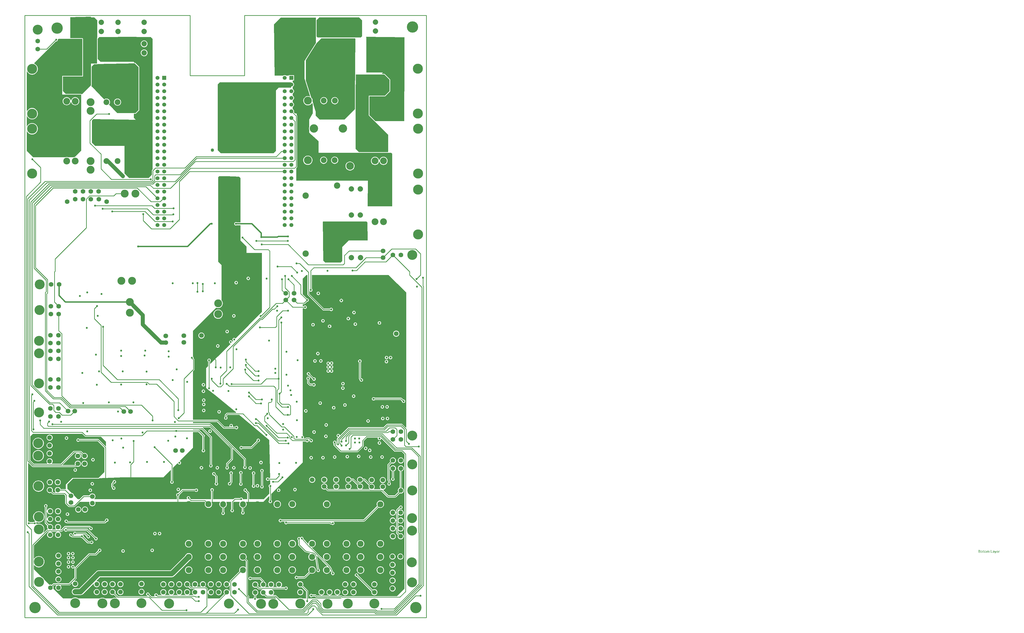
<source format=gbl>
G04*
G04 #@! TF.GenerationSoftware,Altium Limited,Altium Designer,21.2.0 (30)*
G04*
G04 Layer_Physical_Order=4*
G04 Layer_Color=16711680*
%FSLAX25Y25*%
%MOIN*%
G70*
G04*
G04 #@! TF.SameCoordinates,475EB507-A4AD-49FA-98AF-DF7EEACF21B2*
G04*
G04*
G04 #@! TF.FilePolarity,Positive*
G04*
G01*
G75*
%ADD10C,0.01000*%
%ADD19C,0.03000*%
%ADD122C,0.06000*%
%ADD123C,0.02000*%
%ADD124C,0.07000*%
%ADD125C,0.05906*%
%ADD126R,0.05906X0.05906*%
%ADD127C,0.07087*%
%ADD128C,0.09449*%
%ADD129C,0.08000*%
%ADD130C,0.11811*%
%ADD131C,0.10158*%
%ADD132C,0.15000*%
%ADD133C,0.14800*%
%ADD134C,0.16929*%
%ADD135C,0.09055*%
%ADD136C,0.08661*%
%ADD137C,0.11400*%
%ADD138C,0.12598*%
%ADD139C,0.05000*%
%ADD154C,0.08000*%
G36*
X599500Y955500D02*
X604000Y951000D01*
X604000Y927500D01*
X602000Y925500D01*
X537500Y925500D01*
X536020Y926980D01*
X536020Y951520D01*
X540000Y955500D01*
X599500Y955500D01*
D02*
G37*
G36*
X156000Y923500D02*
Y923500D01*
X186000Y923500D01*
Y868000D01*
X156000D01*
Y840000D01*
X184500D01*
X184500Y756500D01*
X174860Y746860D01*
X174148Y746790D01*
X173192Y746500D01*
X164967D01*
X164011Y746790D01*
X162820Y746907D01*
X161628Y746790D01*
X160672Y746500D01*
X156000D01*
X112500Y746500D01*
X103000Y756000D01*
Y785112D01*
X103500Y785237D01*
X104025Y784255D01*
X105087Y782961D01*
X106382Y781898D01*
X107858Y781109D01*
X109460Y780623D01*
X111127Y780459D01*
X112793Y780623D01*
X114395Y781109D01*
X115872Y781898D01*
X117166Y782961D01*
X118228Y784255D01*
X119018Y785732D01*
X119504Y787334D01*
X119668Y789000D01*
X119504Y790666D01*
X119018Y792269D01*
X118228Y793745D01*
X117166Y795040D01*
X115872Y796102D01*
X114395Y796891D01*
X112793Y797377D01*
X111127Y797541D01*
X109460Y797377D01*
X107858Y796891D01*
X106382Y796102D01*
X105087Y795040D01*
X104025Y793745D01*
X103500Y792763D01*
X103000Y792888D01*
Y807679D01*
X103500Y807805D01*
X104009Y806853D01*
X105071Y805559D01*
X106365Y804497D01*
X107842Y803707D01*
X109444Y803221D01*
X111110Y803057D01*
X112777Y803221D01*
X114379Y803707D01*
X115855Y804497D01*
X117150Y805559D01*
X118212Y806853D01*
X119001Y808330D01*
X119487Y809932D01*
X119651Y811598D01*
X119487Y813265D01*
X119001Y814867D01*
X118212Y816344D01*
X117150Y817638D01*
X115855Y818700D01*
X114379Y819489D01*
X112777Y819975D01*
X111110Y820140D01*
X109444Y819975D01*
X107842Y819489D01*
X106365Y818700D01*
X105071Y817638D01*
X104009Y816344D01*
X103500Y815392D01*
X103000Y815517D01*
Y874581D01*
X103500Y874706D01*
X104009Y873755D01*
X105071Y872460D01*
X106365Y871398D01*
X107842Y870609D01*
X109444Y870123D01*
X111110Y869959D01*
X112777Y870123D01*
X114379Y870609D01*
X115855Y871398D01*
X117150Y872460D01*
X118212Y873755D01*
X119001Y875231D01*
X119487Y876834D01*
X119651Y878500D01*
X119487Y880166D01*
X119001Y881769D01*
X118212Y883245D01*
X117150Y884540D01*
X115855Y885602D01*
X114379Y886391D01*
X114086Y886480D01*
X113965Y886965D01*
X146542Y919542D01*
X147000Y919451D01*
X147976Y919645D01*
X148802Y920198D01*
X149355Y921025D01*
X149549Y922000D01*
X149458Y922458D01*
X150500Y923500D01*
X156000Y923500D01*
D02*
G37*
G36*
X667500Y925756D02*
Y845153D01*
X667038Y844962D01*
X667000Y845000D01*
Y800500D01*
X623942D01*
X615020Y809422D01*
Y837480D01*
X638000D01*
X638390Y837558D01*
X638721Y837779D01*
X645721Y844779D01*
X645942Y845110D01*
X646020Y845500D01*
Y862500D01*
X645942Y862890D01*
X645721Y863221D01*
X638221Y870721D01*
X637890Y870942D01*
X637500Y871020D01*
X634045D01*
X633823Y871468D01*
X634989Y873000D01*
X610500D01*
Y925500D01*
X609969Y926031D01*
X610163Y926492D01*
X667500Y925756D01*
D02*
G37*
G36*
X198941Y956141D02*
Y955500D01*
X204000D01*
X208500Y951000D01*
Y925000D01*
X208000D01*
Y886500D01*
X198941D01*
Y853941D01*
X185676Y840676D01*
X185221Y840721D01*
X184890Y840942D01*
X184500Y841020D01*
X161480D01*
X157020Y845480D01*
Y866980D01*
X186000D01*
X186390Y867058D01*
X186721Y867279D01*
X186942Y867610D01*
X187020Y868000D01*
Y923500D01*
X186942Y923890D01*
X186721Y924221D01*
X186390Y924442D01*
X186000Y924520D01*
X168000Y924520D01*
Y925000D01*
Y955500D01*
Y955662D01*
X198583Y956490D01*
X198941Y956141D01*
D02*
G37*
G36*
X535000Y917000D02*
X518000Y890500D01*
Y864141D01*
X526481Y837586D01*
X526096Y837265D01*
X525825Y837411D01*
X524523Y837806D01*
X523169Y837939D01*
X521816Y837806D01*
X520514Y837411D01*
X519314Y836769D01*
X518263Y835907D01*
X517400Y834855D01*
X516759Y833655D01*
X516364Y832354D01*
X516230Y831000D01*
X516364Y829646D01*
X516759Y828345D01*
X517400Y827145D01*
X518263Y826093D01*
X519314Y825231D01*
X520514Y824589D01*
X521816Y824194D01*
X523169Y824061D01*
X524523Y824194D01*
X525825Y824589D01*
X527024Y825231D01*
X528076Y826093D01*
X528939Y827145D01*
X529185Y827605D01*
X529683Y827559D01*
X530500Y825000D01*
X530500Y813476D01*
X530500Y813476D01*
Y812079D01*
X525000Y802718D01*
X525000Y791525D01*
X524861Y791069D01*
X524721Y789638D01*
X524861Y788207D01*
X525000Y787750D01*
Y783180D01*
X539000Y770500D01*
Y753000D01*
X599402D01*
X599500Y752980D01*
X613000D01*
D01*
X642500Y752980D01*
X642598Y753000D01*
X647700D01*
X649200Y751500D01*
Y673000D01*
X612895D01*
X612542Y673355D01*
X612761Y711500D01*
X509000D01*
Y711500D01*
X505946D01*
X505594Y711855D01*
X505772Y730409D01*
X506681Y731319D01*
X507013Y731815D01*
X507129Y732400D01*
Y808000D01*
X507013Y808585D01*
X506681Y809081D01*
X506526Y809237D01*
X506552Y811958D01*
X503737Y812026D01*
X502059Y813704D01*
X502251Y814168D01*
X502387Y815200D01*
X502251Y816232D01*
X501853Y817193D01*
X501219Y818019D01*
X500500Y818571D01*
Y821829D01*
X501219Y822381D01*
X501853Y823207D01*
X502251Y824168D01*
X502387Y825200D01*
X502251Y826232D01*
X501853Y827193D01*
X501219Y828019D01*
X500500Y828571D01*
Y831829D01*
X501219Y832381D01*
X501853Y833207D01*
X502251Y834168D01*
X502387Y835200D01*
X502251Y836232D01*
X501853Y837193D01*
X501219Y838019D01*
X500500Y838571D01*
X500500Y841829D01*
X501219Y842381D01*
X501853Y843207D01*
X502251Y844168D01*
X502387Y845200D01*
X502251Y846232D01*
X501853Y847193D01*
X501219Y848019D01*
X500500Y848571D01*
Y851829D01*
X501219Y852381D01*
X501853Y853207D01*
X502251Y854168D01*
X502387Y855200D01*
X502251Y856232D01*
X501853Y857193D01*
X501219Y858019D01*
X500500Y858571D01*
Y861247D01*
X502353D01*
Y869153D01*
X494447D01*
Y868500D01*
X490592Y868500D01*
X490393Y868653D01*
X489432Y869051D01*
X488400Y869187D01*
X487368Y869051D01*
X486407Y868653D01*
X486207Y868500D01*
X473375Y868500D01*
X472500Y945140D01*
X482360Y955000D01*
X535000Y955000D01*
X535000Y917000D01*
D02*
G37*
G36*
X270000Y881280D02*
X270000Y817000D01*
X265500Y812500D01*
X238053D01*
X226024Y825137D01*
X226819Y826174D01*
X227357Y827471D01*
X227540Y828862D01*
X227357Y830254D01*
X226819Y831551D01*
X225965Y832664D01*
X224851Y833519D01*
X223555Y834056D01*
X222163Y834239D01*
X220771Y834056D01*
X219475Y833519D01*
X218648Y832885D01*
X199500Y853000D01*
Y853058D01*
X199662Y853220D01*
X199883Y853551D01*
X199960Y853941D01*
Y881920D01*
X203452Y885480D01*
X208000D01*
X208390Y885558D01*
X208570Y885678D01*
X264399Y886773D01*
X270000Y881280D01*
D02*
G37*
G36*
X593909Y923645D02*
X593457Y840000D01*
X593500D01*
X593500Y820000D01*
X593348Y819848D01*
X593339Y818324D01*
X577640Y802709D01*
X540791Y802709D01*
X534822Y808678D01*
X534822Y814500D01*
X531510Y825049D01*
X531489Y825154D01*
X531471Y825310D01*
X530654Y827870D01*
X530585Y827993D01*
X529997Y829868D01*
X530108Y831000D01*
X529975Y832354D01*
X529580Y833655D01*
X528939Y834855D01*
X528116Y835857D01*
X520222Y861000D01*
X520000Y891500D01*
X526567Y901966D01*
X535858Y916450D01*
X535891Y916534D01*
X535942Y916610D01*
X535963Y916718D01*
X536003Y916820D01*
X536002Y916911D01*
X536020Y917000D01*
Y917020D01*
X543000Y924000D01*
X593556Y924000D01*
X593909Y923645D01*
D02*
G37*
G36*
X267350Y926145D02*
X288355Y926145D01*
X291000Y923500D01*
X291000Y799500D01*
X290475D01*
X291000Y798966D01*
X291000Y768000D01*
X290821Y767821D01*
X291000Y767644D01*
Y728263D01*
X290419Y727681D01*
X290087Y727185D01*
X289971Y726600D01*
Y720471D01*
X285000Y715500D01*
X256000Y715500D01*
X249000Y722500D01*
Y763500D01*
X205500Y763500D01*
X200500Y768500D01*
Y801500D01*
X202475Y803475D01*
X266085Y802415D01*
X263000Y805500D01*
Y811480D01*
X265500D01*
X265890Y811558D01*
X266221Y811779D01*
X270721Y816279D01*
X270942Y816610D01*
X271020Y817000D01*
X271020Y881280D01*
X271019Y881285D01*
X271020Y881290D01*
X270980Y881480D01*
X270942Y881670D01*
X270939Y881674D01*
X270938Y881679D01*
X270829Y881839D01*
X270721Y882001D01*
X270717Y882004D01*
X270714Y882008D01*
X265112Y887500D01*
X265108Y887503D01*
X265105Y887507D01*
X264942Y887612D01*
X264779Y887718D01*
X264774Y887719D01*
X264770Y887722D01*
X264579Y887756D01*
X264388Y887792D01*
X264384Y887791D01*
X264379Y887792D01*
X263357Y887772D01*
X263000Y888122D01*
Y889000D01*
X213500Y889000D01*
X209020Y893480D01*
Y923520D01*
X211521Y926021D01*
X267000Y926492D01*
X267350Y926145D01*
D02*
G37*
G36*
X645000Y862500D02*
Y845500D01*
X638000Y838500D01*
X614000D01*
Y809000D01*
X643000Y780000D01*
Y754500D01*
X642500Y754000D01*
X599500Y754000D01*
X594500Y759000D01*
X594500Y819902D01*
X594520Y820000D01*
X594520Y838500D01*
X594520D01*
X594520Y840000D01*
Y840000D01*
X594500Y840099D01*
D01*
X594478Y840212D01*
X594639Y870000D01*
X637500D01*
X645000Y862500D01*
D02*
G37*
G36*
X498000Y858000D02*
Y850500D01*
X479500D01*
X475500Y846500D01*
Y756000D01*
X472000Y752500D01*
X393000D01*
X388500Y757000D01*
Y841500D01*
Y855500D01*
X391500Y858500D01*
X497500D01*
X498000Y858000D01*
D02*
G37*
G36*
X420500Y717500D02*
X422500Y715500D01*
Y649039D01*
X416948D01*
X416475Y649355D01*
X415500Y649549D01*
X414525Y649355D01*
X413698Y648802D01*
X413145Y647975D01*
X412951Y647000D01*
X413145Y646025D01*
X413698Y645198D01*
X414525Y644645D01*
X415500Y644451D01*
X416475Y644645D01*
X416948Y644961D01*
X422500D01*
Y622000D01*
X431500Y613000D01*
X431500Y603500D01*
X454500D01*
X454500Y515332D01*
X415335Y475703D01*
X414837Y475750D01*
X414802Y475802D01*
X413975Y476355D01*
X413000Y476549D01*
X412024Y476355D01*
X411198Y475802D01*
X410645Y474975D01*
X410451Y474000D01*
X410645Y473025D01*
X411198Y472198D01*
X411277Y472145D01*
X411327Y471647D01*
X410710Y471023D01*
X410231Y471166D01*
X410169Y471476D01*
X409617Y472302D01*
X408790Y472855D01*
X407814Y473049D01*
X406839Y472855D01*
X406012Y472302D01*
X405459Y471476D01*
X405265Y470500D01*
X405459Y469524D01*
X406012Y468698D01*
X406839Y468145D01*
X407180Y468077D01*
X407326Y467599D01*
X388500Y448550D01*
X377490Y437823D01*
X377029Y438017D01*
Y441073D01*
X377302Y441255D01*
X377855Y442082D01*
X378049Y443057D01*
X377855Y444033D01*
X377302Y444860D01*
X376476Y445412D01*
X375500Y445607D01*
X374524Y445412D01*
X373698Y444860D01*
X373145Y444033D01*
X372951Y443057D01*
X373145Y442082D01*
X373698Y441255D01*
X373971Y441073D01*
Y434394D01*
X371000Y431500D01*
Y401500D01*
X373354Y399711D01*
X373698Y399198D01*
X374524Y398645D01*
X374841Y398582D01*
X384514Y391233D01*
X416044Y365000D01*
X415874Y364529D01*
X402500D01*
X401915Y364413D01*
X401419Y364081D01*
X399419Y362081D01*
X399087Y361585D01*
X398971Y361000D01*
Y358872D01*
X398698Y358689D01*
X398145Y357862D01*
X397951Y356887D01*
X398145Y355911D01*
X398698Y355084D01*
X399524Y354532D01*
X400500Y354338D01*
X401475Y354532D01*
X402302Y355084D01*
X402855Y355911D01*
X403049Y356887D01*
X402855Y357862D01*
X402302Y358689D01*
X402029Y358872D01*
Y360367D01*
X403133Y361471D01*
X420285D01*
X465500Y323850D01*
X466633Y267387D01*
X466283Y267029D01*
X464985D01*
X464802Y267302D01*
X463975Y267855D01*
X463000Y268049D01*
X462024Y267855D01*
X461198Y267302D01*
X460645Y266476D01*
X460451Y265500D01*
X460645Y264525D01*
X461198Y263698D01*
X462024Y263145D01*
X463000Y262951D01*
X463975Y263145D01*
X464802Y263698D01*
X464985Y263971D01*
X466701D01*
X466831Y257515D01*
X466024Y257355D01*
X465198Y256802D01*
X464645Y255976D01*
X464451Y255000D01*
X464645Y254025D01*
X465198Y253198D01*
X465471Y253015D01*
Y243971D01*
X457000Y235500D01*
X435529D01*
Y244500D01*
X435413Y245085D01*
X435081Y245581D01*
X431968Y248694D01*
X432049Y249100D01*
X431855Y250076D01*
X431302Y250902D01*
X430476Y251455D01*
X429500Y251649D01*
X428524Y251455D01*
X427698Y250902D01*
X427145Y250076D01*
X426951Y249100D01*
X427145Y248125D01*
X427698Y247298D01*
X428524Y246745D01*
X429500Y246551D01*
X429739Y246599D01*
X432471Y243866D01*
Y235500D01*
X426049D01*
X426049Y235500D01*
X425855Y236475D01*
X425302Y237302D01*
X424475Y237855D01*
X423500Y238049D01*
X422524Y237855D01*
X421698Y237302D01*
X421515Y237029D01*
X414000D01*
X413415Y236913D01*
X412919Y236581D01*
X411837Y235500D01*
X381529D01*
Y247303D01*
X381802Y247485D01*
X382355Y248312D01*
X382549Y249287D01*
X382355Y250263D01*
X381802Y251090D01*
X380976Y251642D01*
X380000Y251836D01*
X379025Y251642D01*
X378198Y251090D01*
X377645Y250263D01*
X377451Y249287D01*
X377645Y248312D01*
X378198Y247485D01*
X378471Y247303D01*
Y235500D01*
X348691D01*
X347149Y237042D01*
X347213Y237364D01*
X347019Y238339D01*
X346466Y239166D01*
X345639Y239719D01*
X344664Y239913D01*
X343688Y239719D01*
X342861Y239166D01*
X342309Y238339D01*
X342115Y237364D01*
X342309Y236388D01*
X342568Y236000D01*
X342301Y235500D01*
X330407D01*
Y239893D01*
X330680Y240076D01*
X331233Y240902D01*
X331427Y241878D01*
X331363Y242200D01*
X336572Y247409D01*
X354515D01*
X354698Y247136D01*
X355524Y246584D01*
X356500Y246390D01*
X357475Y246584D01*
X358302Y247136D01*
X358855Y247963D01*
X359049Y248939D01*
X358855Y249914D01*
X358302Y250741D01*
X357475Y251293D01*
X356500Y251488D01*
X355524Y251293D01*
X354698Y250741D01*
X354515Y250468D01*
X335939D01*
X335353Y250352D01*
X334857Y250020D01*
X329200Y244363D01*
X328878Y244427D01*
X327903Y244233D01*
X327076Y243680D01*
X326523Y242853D01*
X326329Y241878D01*
X326523Y240902D01*
X327076Y240076D01*
X327349Y239893D01*
Y235500D01*
X204072Y235500D01*
X203902Y236000D01*
X204240Y236260D01*
X204969Y237209D01*
X205426Y238314D01*
X205582Y239500D01*
X205426Y240686D01*
X204969Y241791D01*
X204240Y242740D01*
X203291Y243469D01*
X202186Y243926D01*
X201000Y244082D01*
X199814Y243926D01*
X198709Y243469D01*
X197760Y242740D01*
X197031Y241791D01*
X196716Y241029D01*
X188000D01*
X187415Y240913D01*
X186919Y240581D01*
X181837Y235500D01*
X179500D01*
X173443Y241557D01*
X173426Y241686D01*
X172969Y242791D01*
X172240Y243740D01*
X171291Y244469D01*
X170186Y244926D01*
X170057Y244943D01*
X163890Y251110D01*
Y257890D01*
X171980Y265980D01*
X210000Y265980D01*
X210390Y266058D01*
X210721Y266279D01*
X211325Y266883D01*
X246500Y268000D01*
X307000D01*
X318009Y279009D01*
X318471Y278817D01*
Y262985D01*
X318198Y262802D01*
X317645Y261976D01*
X317451Y261000D01*
X317645Y260024D01*
X318198Y259198D01*
X319024Y258645D01*
X320000Y258451D01*
X320975Y258645D01*
X321802Y259198D01*
X322355Y260024D01*
X322549Y261000D01*
X322355Y261976D01*
X321802Y262802D01*
X321529Y262985D01*
Y282529D01*
X328237Y289237D01*
X328716Y289092D01*
X328781Y288763D01*
X329334Y287936D01*
X330161Y287384D01*
X331136Y287190D01*
X332112Y287384D01*
X332939Y287936D01*
X333491Y288763D01*
X333685Y289739D01*
X333491Y290714D01*
X332939Y291541D01*
X332112Y292093D01*
X331783Y292159D01*
X331638Y292637D01*
X351500Y312500D01*
Y335971D01*
X359366D01*
X365528Y329809D01*
X365465Y329495D01*
X365471Y329467D01*
Y309985D01*
X365198Y309802D01*
X364645Y308976D01*
X364451Y308000D01*
X364645Y307025D01*
X365198Y306198D01*
X366024Y305645D01*
X367000Y305451D01*
X367975Y305645D01*
X368802Y306198D01*
X369355Y307025D01*
X369549Y308000D01*
X369355Y308976D01*
X368802Y309802D01*
X368529Y309985D01*
Y328867D01*
X368581Y328919D01*
X368913Y329415D01*
X369029Y330000D01*
X368913Y330585D01*
X368581Y331081D01*
X361081Y338581D01*
X360585Y338913D01*
X360000Y339029D01*
X351500D01*
Y339971D01*
X364224D01*
X376671Y327524D01*
Y287485D01*
X376398Y287302D01*
X375845Y286475D01*
X375651Y285500D01*
X375845Y284524D01*
X376398Y283698D01*
X377224Y283145D01*
X378200Y282951D01*
X379175Y283145D01*
X380002Y283698D01*
X380555Y284524D01*
X380749Y285500D01*
X380555Y286475D01*
X380002Y287302D01*
X379729Y287485D01*
Y328158D01*
X379613Y328743D01*
X379281Y329239D01*
X366050Y342471D01*
X366187Y342908D01*
X366235Y342971D01*
X376338D01*
X407971Y311338D01*
Y296133D01*
X401395Y289558D01*
X401063Y289062D01*
X400947Y288476D01*
X400971Y288358D01*
Y284485D01*
X400698Y284302D01*
X400145Y283475D01*
X399951Y282500D01*
X400145Y281524D01*
X400698Y280698D01*
X401524Y280145D01*
X402500Y279951D01*
X403476Y280145D01*
X404302Y280698D01*
X404855Y281524D01*
X405049Y282500D01*
X404855Y283475D01*
X404302Y284302D01*
X404029Y284485D01*
Y287866D01*
X410581Y294419D01*
X410913Y294915D01*
X411029Y295500D01*
Y310454D01*
X411491Y310646D01*
X427471Y294667D01*
Y284985D01*
X427198Y284802D01*
X426645Y283976D01*
X426451Y283000D01*
X426645Y282025D01*
X427198Y281198D01*
X428024Y280645D01*
X429000Y280451D01*
X429976Y280645D01*
X430802Y281198D01*
X431355Y282025D01*
X431549Y283000D01*
X431355Y283976D01*
X430802Y284802D01*
X430529Y284985D01*
Y295300D01*
X430413Y295885D01*
X430081Y296381D01*
X377881Y348581D01*
X377385Y348913D01*
X376800Y349029D01*
X351500D01*
Y350971D01*
X387367D01*
X396882Y341455D01*
X397066Y341180D01*
X397066Y341180D01*
X397066Y341180D01*
X397323Y341008D01*
X397562Y340848D01*
X397562Y340848D01*
X397562Y340848D01*
X397872Y340787D01*
X398147Y340732D01*
X398147Y340732D01*
X398147Y340732D01*
X398456Y340793D01*
X398732Y340848D01*
X398732Y340848D01*
X398732Y340848D01*
X398746Y340857D01*
X414591D01*
X414698Y340698D01*
X415524Y340145D01*
X416500Y339951D01*
X417476Y340145D01*
X418302Y340698D01*
X418855Y341525D01*
X419049Y342500D01*
X418855Y343476D01*
X418302Y344302D01*
X417476Y344855D01*
X416500Y345049D01*
X415524Y344855D01*
X414698Y344302D01*
X414439Y343916D01*
X411054D01*
X410819Y344357D01*
X410855Y344411D01*
X411049Y345387D01*
X410855Y346362D01*
X410302Y347189D01*
X409476Y347742D01*
X408500Y347936D01*
X407524Y347742D01*
X406698Y347189D01*
X406145Y346362D01*
X405951Y345387D01*
X406145Y344411D01*
X406181Y344357D01*
X405946Y343916D01*
X398747D01*
X389081Y353581D01*
X388585Y353913D01*
X388000Y354029D01*
X351500D01*
Y426837D01*
X353081Y428419D01*
X353413Y428915D01*
X353529Y429500D01*
Y444000D01*
X353413Y444585D01*
X353081Y445081D01*
X352205Y445958D01*
X352352Y446697D01*
X352158Y447672D01*
X351606Y448499D01*
X351500Y448570D01*
Y487000D01*
X386178Y521678D01*
X386345Y521589D01*
X387646Y521194D01*
X389000Y521061D01*
X390354Y521194D01*
X391655Y521589D01*
X392855Y522230D01*
X393907Y523093D01*
X394770Y524145D01*
X395411Y525345D01*
X395806Y526646D01*
X395939Y528000D01*
X395806Y529354D01*
X395411Y530655D01*
X394770Y531855D01*
X394000Y532793D01*
X394000Y585500D01*
X389000Y590500D01*
Y715500D01*
Y716500D01*
X390500Y718000D01*
X402500D01*
X420500Y717500D01*
D02*
G37*
G36*
X612000Y649000D02*
X612493Y622357D01*
X612143Y622000D01*
X584000D01*
X574500Y612500D01*
X574500Y591500D01*
X572000Y589000D01*
X549700Y589000D01*
X549008Y589000D01*
X545976Y592008D01*
X545503Y650145D01*
X545855Y650500D01*
X610500D01*
X612000Y649000D01*
D02*
G37*
G36*
X670000Y544321D02*
X670000Y342645D01*
X669538Y342453D01*
X664410Y347581D01*
X663914Y347913D01*
X663328Y348029D01*
X641672D01*
X641086Y347913D01*
X640590Y347581D01*
X636038Y343029D01*
X583933D01*
X583348Y342913D01*
X582851Y342581D01*
X571378Y331108D01*
X570899Y331253D01*
X570855Y331475D01*
X570302Y332302D01*
X569476Y332855D01*
X568500Y333049D01*
X567524Y332855D01*
X566698Y332302D01*
X566145Y331475D01*
X565951Y330500D01*
X566145Y329524D01*
X566698Y328698D01*
X567524Y328145D01*
X567747Y328101D01*
X567892Y327622D01*
X566919Y326649D01*
X566587Y326153D01*
X566471Y325567D01*
Y319485D01*
X566198Y319302D01*
X565645Y318476D01*
X565451Y317500D01*
X565595Y316775D01*
X565134Y316528D01*
X564529Y317133D01*
Y318410D01*
X564960Y318698D01*
X565512Y319525D01*
X565706Y320500D01*
X565512Y321476D01*
X564960Y322302D01*
X564133Y322855D01*
X563158Y323049D01*
X562182Y322855D01*
X561355Y322302D01*
X560803Y321476D01*
X560608Y320500D01*
X560803Y319525D01*
X561355Y318698D01*
X561471Y318620D01*
Y316500D01*
X561587Y315915D01*
X561919Y315419D01*
X570919Y306419D01*
X571415Y306087D01*
X572000Y305971D01*
X597412D01*
X597997Y306087D01*
X598493Y306419D01*
X605810Y313735D01*
X606141Y314231D01*
X606258Y314816D01*
Y322321D01*
X611408Y327471D01*
X627540D01*
X627776Y327030D01*
X627740Y326975D01*
X627545Y326000D01*
X627740Y325025D01*
X628292Y324198D01*
X629119Y323645D01*
X630094Y323451D01*
X631070Y323645D01*
X631897Y324198D01*
X632449Y325025D01*
X632626Y325910D01*
X633082Y326161D01*
X652325Y306919D01*
X652821Y306587D01*
X653406Y306471D01*
X663267D01*
X667471Y302267D01*
Y282500D01*
X667471Y101971D01*
X656029Y90529D01*
X574634D01*
X574081Y91081D01*
X573585Y91413D01*
X573000Y91529D01*
X567651D01*
X567618Y92029D01*
X568275Y92116D01*
X569369Y92569D01*
X570309Y93291D01*
X571031Y94231D01*
X571484Y95325D01*
X571639Y96500D01*
X571484Y97675D01*
X571031Y98769D01*
X570309Y99709D01*
X569369Y100431D01*
X568275Y100884D01*
X567100Y101039D01*
X565925Y100884D01*
X564831Y100431D01*
X563891Y99709D01*
X563169Y98769D01*
X562716Y97675D01*
X562561Y96500D01*
X562716Y95325D01*
X563169Y94231D01*
X563891Y93291D01*
X564831Y92569D01*
X565925Y92116D01*
X566582Y92029D01*
X566549Y91529D01*
X556051D01*
X556018Y92029D01*
X556675Y92116D01*
X557769Y92569D01*
X558709Y93291D01*
X559431Y94231D01*
X559884Y95325D01*
X560039Y96500D01*
X559884Y97675D01*
X559431Y98769D01*
X558709Y99709D01*
X557769Y100431D01*
X556675Y100884D01*
X555500Y101039D01*
X554325Y100884D01*
X553231Y100431D01*
X552291Y99709D01*
X551569Y98769D01*
X551116Y97675D01*
X550961Y96500D01*
X551116Y95325D01*
X551569Y94231D01*
X552291Y93291D01*
X553231Y92569D01*
X554325Y92116D01*
X554982Y92029D01*
X554949Y91529D01*
X544051D01*
X544018Y92029D01*
X544675Y92116D01*
X545769Y92569D01*
X546709Y93291D01*
X547431Y94231D01*
X547884Y95325D01*
X548039Y96500D01*
X547884Y97675D01*
X547431Y98769D01*
X546709Y99709D01*
X545769Y100431D01*
X544675Y100884D01*
X543500Y101039D01*
X542325Y100884D01*
X541231Y100431D01*
X540291Y99709D01*
X539569Y98769D01*
X539116Y97675D01*
X538961Y96500D01*
X539116Y95325D01*
X539569Y94231D01*
X540291Y93291D01*
X541231Y92569D01*
X542325Y92116D01*
X542982Y92029D01*
X542949Y91529D01*
X536488D01*
X535435Y92581D01*
X534939Y92913D01*
X534354Y93029D01*
X529985D01*
X529802Y93302D01*
X528975Y93855D01*
X528000Y94049D01*
X527025Y93855D01*
X526198Y93302D01*
X525645Y92475D01*
X525451Y91500D01*
X525645Y90525D01*
X526198Y89698D01*
X527025Y89145D01*
X528000Y88951D01*
X528975Y89145D01*
X529802Y89698D01*
X529985Y89971D01*
X533721D01*
X534773Y88919D01*
X535269Y88587D01*
X535854Y88471D01*
X572367D01*
X572919Y87919D01*
X573415Y87587D01*
X573852Y87500D01*
X573803Y87000D01*
X555065D01*
X554147Y87278D01*
X552500Y87441D01*
X550853Y87278D01*
X549935Y87000D01*
X523529D01*
Y98052D01*
X523413Y98637D01*
X523081Y99133D01*
X515830Y106385D01*
X516136Y107125D01*
X516291Y108300D01*
X516136Y109475D01*
X515683Y110569D01*
X514961Y111509D01*
X514021Y112231D01*
X512927Y112684D01*
X511752Y112839D01*
X510577Y112684D01*
X509483Y112231D01*
X508542Y111509D01*
X507821Y110569D01*
X507368Y109475D01*
X507213Y108300D01*
X507368Y107125D01*
X507821Y106031D01*
X508542Y105091D01*
X509483Y104369D01*
X510577Y103916D01*
X511752Y103761D01*
X512927Y103916D01*
X513667Y104222D01*
X520471Y97418D01*
Y87000D01*
X515540D01*
X514982Y87298D01*
X513399Y87779D01*
X511752Y87941D01*
X510105Y87779D01*
X508522Y87298D01*
X507964Y87000D01*
X480563D01*
X475981Y91581D01*
X475485Y91913D01*
X474900Y92029D01*
X471139D01*
X470969Y92529D01*
X471309Y92791D01*
X472031Y93731D01*
X472484Y94825D01*
X472639Y96000D01*
X472484Y97175D01*
X472031Y98269D01*
X471309Y99209D01*
X470369Y99931D01*
X469275Y100384D01*
X468618Y100471D01*
X468651Y100971D01*
X488515D01*
X488698Y100698D01*
X489525Y100145D01*
X490500Y99951D01*
X491475Y100145D01*
X492302Y100698D01*
X492855Y101524D01*
X493049Y102500D01*
X492855Y103475D01*
X492302Y104302D01*
X491475Y104855D01*
X490500Y105049D01*
X489525Y104855D01*
X488698Y104302D01*
X488515Y104029D01*
X483156D01*
X482995Y104503D01*
X483109Y104591D01*
X483831Y105531D01*
X484284Y106625D01*
X484439Y107800D01*
X484284Y108975D01*
X483831Y110069D01*
X483109Y111009D01*
X482169Y111731D01*
X481075Y112184D01*
X479900Y112339D01*
X478725Y112184D01*
X477631Y111731D01*
X476691Y111009D01*
X475969Y110069D01*
X475516Y108975D01*
X475361Y107800D01*
X475516Y106625D01*
X475969Y105531D01*
X476691Y104591D01*
X476805Y104503D01*
X476644Y104029D01*
X471356D01*
X471195Y104503D01*
X471309Y104591D01*
X472031Y105531D01*
X472484Y106625D01*
X472639Y107800D01*
X472484Y108975D01*
X472031Y110069D01*
X471309Y111009D01*
X470369Y111731D01*
X469275Y112184D01*
X468100Y112339D01*
X466925Y112184D01*
X465831Y111731D01*
X464891Y111009D01*
X464169Y110069D01*
X463716Y108975D01*
X463561Y107800D01*
X463716Y106625D01*
X464169Y105531D01*
X464891Y104591D01*
X465005Y104503D01*
X464844Y104029D01*
X459556D01*
X459395Y104503D01*
X459509Y104591D01*
X460231Y105531D01*
X460684Y106625D01*
X460839Y107800D01*
X460684Y108975D01*
X460231Y110069D01*
X459509Y111009D01*
X458569Y111731D01*
X457900Y112008D01*
Y112629D01*
X457784Y113214D01*
X457452Y113711D01*
X453081Y118081D01*
X452585Y118413D01*
X452000Y118529D01*
X438859D01*
X438676Y118802D01*
X437850Y119355D01*
X436874Y119549D01*
X435899Y119355D01*
X435072Y118802D01*
X434519Y117975D01*
X434325Y117000D01*
X434519Y116024D01*
X435072Y115198D01*
X435899Y114645D01*
X436874Y114451D01*
X437850Y114645D01*
X438676Y115198D01*
X438859Y115471D01*
X451367D01*
X454473Y112364D01*
X454376Y111874D01*
X454031Y111731D01*
X453091Y111009D01*
X452369Y110069D01*
X451916Y108975D01*
X451761Y107800D01*
X451916Y106625D01*
X452369Y105531D01*
X453091Y104591D01*
X453205Y104503D01*
X453044Y104029D01*
X450004D01*
X448452Y105582D01*
X448884Y106625D01*
X449039Y107800D01*
X448884Y108975D01*
X448431Y110069D01*
X447709Y111009D01*
X446769Y111731D01*
X445675Y112184D01*
X444500Y112339D01*
X443325Y112184D01*
X442231Y111731D01*
X441291Y111009D01*
X440569Y110069D01*
X440116Y108975D01*
X439961Y107800D01*
X440116Y106625D01*
X440569Y105531D01*
X441291Y104591D01*
X442231Y103869D01*
X443325Y103416D01*
X444500Y103261D01*
X445675Y103416D01*
X446111Y103597D01*
X448289Y101419D01*
X448786Y101087D01*
X449371Y100971D01*
X455749D01*
X455782Y100471D01*
X455125Y100384D01*
X454031Y99931D01*
X453091Y99209D01*
X452369Y98269D01*
X451916Y97175D01*
X451761Y96000D01*
X451916Y94825D01*
X452369Y93731D01*
X453091Y92791D01*
X454031Y92069D01*
X455125Y91616D01*
X456300Y91461D01*
X457475Y91616D01*
X457911Y91797D01*
X460289Y89419D01*
X460786Y89087D01*
X461371Y88971D01*
X474266D01*
X475775Y87462D01*
X475584Y87000D01*
X474065D01*
X473147Y87278D01*
X471500Y87441D01*
X469853Y87278D01*
X468935Y87000D01*
X455565D01*
X454647Y87278D01*
X453000Y87441D01*
X451353Y87278D01*
X450435Y87000D01*
X446569D01*
X446455Y87576D01*
X445902Y88402D01*
X445629Y88585D01*
Y91610D01*
X445675Y91616D01*
X446769Y92069D01*
X447709Y92791D01*
X448431Y93731D01*
X448884Y94825D01*
X449039Y96000D01*
X448884Y97175D01*
X448431Y98269D01*
X447709Y99209D01*
X446769Y99931D01*
X445675Y100384D01*
X444500Y100539D01*
X443325Y100384D01*
X442231Y99931D01*
X441291Y99209D01*
X440569Y98269D01*
X440116Y97175D01*
X439961Y96000D01*
X440116Y94825D01*
X440569Y93731D01*
X441291Y92791D01*
X442231Y92069D01*
X442571Y91928D01*
Y88585D01*
X442298Y88402D01*
X441745Y87576D01*
X441631Y87000D01*
X435529D01*
Y89828D01*
X435413Y90414D01*
X435081Y90910D01*
X433557Y92434D01*
Y143157D01*
X433440Y143743D01*
X433109Y144239D01*
X430864Y146484D01*
X431385Y147742D01*
X431575Y149185D01*
X431385Y150628D01*
X430828Y151973D01*
X429942Y153127D01*
X428788Y154013D01*
X427443Y154570D01*
X426000Y154760D01*
X424557Y154570D01*
X423212Y154013D01*
X422058Y153127D01*
X421172Y151973D01*
X420615Y150628D01*
X420425Y149185D01*
X420615Y147742D01*
X421172Y146397D01*
X422058Y145243D01*
X423212Y144357D01*
X424557Y143800D01*
X426000Y143610D01*
X427443Y143800D01*
X428701Y144321D01*
X430498Y142524D01*
Y133496D01*
X430025Y133335D01*
X429942Y133442D01*
X428788Y134328D01*
X427443Y134885D01*
X426000Y135075D01*
X424557Y134885D01*
X423212Y134328D01*
X422058Y133442D01*
X421172Y132288D01*
X420615Y130943D01*
X420425Y129500D01*
X420615Y128057D01*
X420697Y127859D01*
X406719Y113881D01*
X406387Y113385D01*
X406271Y112800D01*
Y110208D01*
X405771Y110108D01*
X405580Y110569D01*
X404858Y111509D01*
X403918Y112231D01*
X402824Y112684D01*
X401649Y112839D01*
X400474Y112684D01*
X399379Y112231D01*
X398439Y111509D01*
X397718Y110569D01*
X397265Y109475D01*
X397110Y108300D01*
X397265Y107125D01*
X397718Y106031D01*
X398439Y105091D01*
X399379Y104369D01*
X400474Y103916D01*
X401649Y103761D01*
X402824Y103916D01*
X403918Y104369D01*
X404858Y105091D01*
X405580Y106031D01*
X405771Y106492D01*
X406271Y106392D01*
Y98408D01*
X405771Y98308D01*
X405580Y98769D01*
X404858Y99709D01*
X403918Y100431D01*
X402824Y100884D01*
X401649Y101039D01*
X400474Y100884D01*
X399379Y100431D01*
X398439Y99709D01*
X397718Y98769D01*
X397265Y97675D01*
X397110Y96500D01*
X397265Y95325D01*
X397718Y94231D01*
X397913Y93976D01*
X390937Y87000D01*
X373529D01*
Y94828D01*
X374029Y94928D01*
X374318Y94231D01*
X375039Y93291D01*
X375979Y92569D01*
X377074Y92116D01*
X378249Y91961D01*
X379424Y92116D01*
X380518Y92569D01*
X381458Y93291D01*
X382180Y94231D01*
X382633Y95325D01*
X382788Y96500D01*
X382633Y97675D01*
X382180Y98769D01*
X381458Y99709D01*
X380518Y100431D01*
X379424Y100884D01*
X378249Y101039D01*
X377074Y100884D01*
X375979Y100431D01*
X375039Y99709D01*
X374318Y98769D01*
X374029Y98072D01*
X373529Y98172D01*
Y101000D01*
X373413Y101585D01*
X373081Y102081D01*
X371081Y104081D01*
X370585Y104413D01*
X370000Y104529D01*
X369505D01*
X369344Y105003D01*
X369458Y105091D01*
X370180Y106031D01*
X370633Y107125D01*
X370788Y108300D01*
X370633Y109475D01*
X370180Y110569D01*
X369458Y111509D01*
X368518Y112231D01*
X367424Y112684D01*
X366249Y112839D01*
X365074Y112684D01*
X363979Y112231D01*
X363039Y111509D01*
X362318Y110569D01*
X361865Y109475D01*
X361710Y108300D01*
X361865Y107125D01*
X362318Y106031D01*
X363039Y105091D01*
X363154Y105003D01*
X362993Y104529D01*
X357705D01*
X357544Y105003D01*
X357658Y105091D01*
X358380Y106031D01*
X358833Y107125D01*
X358988Y108300D01*
X358833Y109475D01*
X358380Y110569D01*
X357658Y111509D01*
X356718Y112231D01*
X355624Y112684D01*
X354449Y112839D01*
X353274Y112684D01*
X352179Y112231D01*
X351239Y111509D01*
X350518Y110569D01*
X350065Y109475D01*
X349910Y108300D01*
X350065Y107125D01*
X350518Y106031D01*
X351239Y105091D01*
X351354Y105003D01*
X351193Y104529D01*
X348582D01*
X346726Y106385D01*
X347033Y107125D01*
X347188Y108300D01*
X347033Y109475D01*
X346580Y110569D01*
X345858Y111509D01*
X344918Y112231D01*
X343824Y112684D01*
X342649Y112839D01*
X341474Y112684D01*
X340379Y112231D01*
X339439Y111509D01*
X338718Y110569D01*
X338265Y109475D01*
X338110Y108300D01*
X338265Y107125D01*
X338718Y106031D01*
X339439Y105091D01*
X340379Y104369D01*
X341474Y103916D01*
X342649Y103761D01*
X343824Y103916D01*
X344564Y104222D01*
X346867Y101919D01*
X347363Y101587D01*
X347949Y101471D01*
X353898D01*
X353931Y100971D01*
X353274Y100884D01*
X352179Y100431D01*
X351239Y99709D01*
X350518Y98769D01*
X350065Y97675D01*
X349910Y96500D01*
X350065Y95325D01*
X350518Y94231D01*
X351239Y93291D01*
X352179Y92569D01*
X352396Y92479D01*
X352297Y91979D01*
X344801D01*
X344701Y92479D01*
X344918Y92569D01*
X345858Y93291D01*
X346580Y94231D01*
X347033Y95325D01*
X347188Y96500D01*
X347033Y97675D01*
X346580Y98769D01*
X345858Y99709D01*
X344918Y100431D01*
X343824Y100884D01*
X342649Y101039D01*
X341474Y100884D01*
X340379Y100431D01*
X339439Y99709D01*
X338718Y98769D01*
X338265Y97675D01*
X338110Y96500D01*
X338265Y95325D01*
X338718Y94231D01*
X339439Y93291D01*
X340379Y92569D01*
X340596Y92479D01*
X340497Y91979D01*
X333001D01*
X332901Y92479D01*
X333118Y92569D01*
X334058Y93291D01*
X334780Y94231D01*
X335233Y95325D01*
X335388Y96500D01*
X335233Y97675D01*
X334780Y98769D01*
X334058Y99709D01*
X333118Y100431D01*
X332024Y100884D01*
X330849Y101039D01*
X329674Y100884D01*
X328579Y100431D01*
X327639Y99709D01*
X326918Y98769D01*
X326465Y97675D01*
X326310Y96500D01*
X326465Y95325D01*
X326918Y94231D01*
X327639Y93291D01*
X328579Y92569D01*
X328796Y92479D01*
X328697Y91979D01*
X321201D01*
X321101Y92479D01*
X321318Y92569D01*
X322258Y93291D01*
X322980Y94231D01*
X323433Y95325D01*
X323588Y96500D01*
X323433Y97675D01*
X322980Y98769D01*
X322258Y99709D01*
X321318Y100431D01*
X320224Y100884D01*
X319049Y101039D01*
X317874Y100884D01*
X316779Y100431D01*
X315839Y99709D01*
X315118Y98769D01*
X314665Y97675D01*
X314510Y96500D01*
X314665Y95325D01*
X315118Y94231D01*
X315839Y93291D01*
X316779Y92569D01*
X316996Y92479D01*
X316897Y91979D01*
X309301D01*
X309201Y92479D01*
X309418Y92569D01*
X310358Y93291D01*
X311080Y94231D01*
X311533Y95325D01*
X311688Y96500D01*
X311533Y97675D01*
X311080Y98769D01*
X310358Y99709D01*
X309418Y100431D01*
X308324Y100884D01*
X307149Y101039D01*
X305974Y100884D01*
X304879Y100431D01*
X303939Y99709D01*
X303218Y98769D01*
X302765Y97675D01*
X302610Y96500D01*
X302765Y95325D01*
X303218Y94231D01*
X303939Y93291D01*
X304879Y92569D01*
X305096Y92479D01*
X304997Y91979D01*
X299184D01*
X298771Y92392D01*
X298605Y93226D01*
X298052Y94052D01*
X297225Y94605D01*
X296250Y94799D01*
X295274Y94605D01*
X294448Y94052D01*
X293895Y93226D01*
X293701Y92250D01*
X293895Y91274D01*
X294426Y90479D01*
X294346Y90113D01*
X294306Y89979D01*
X289684D01*
X286485Y93178D01*
X286549Y93500D01*
X286355Y94476D01*
X285802Y95302D01*
X284976Y95855D01*
X284000Y96049D01*
X283025Y95855D01*
X282198Y95302D01*
X281645Y94476D01*
X281451Y93500D01*
X281645Y92524D01*
X282198Y91698D01*
X283025Y91145D01*
X283606Y91029D01*
X283557Y90529D01*
X239533D01*
X235278Y94785D01*
X235584Y95525D01*
X235739Y96700D01*
X235584Y97875D01*
X235131Y98969D01*
X234409Y99909D01*
X233469Y100631D01*
X232375Y101084D01*
X231200Y101239D01*
X230025Y101084D01*
X228931Y100631D01*
X227991Y99909D01*
X227269Y98969D01*
X226816Y97875D01*
X226661Y96700D01*
X226816Y95525D01*
X227269Y94431D01*
X227991Y93491D01*
X228931Y92769D01*
X230025Y92316D01*
X231200Y92161D01*
X232375Y92316D01*
X233115Y92622D01*
X237667Y88070D01*
X237402Y87628D01*
X236247Y87979D01*
X234600Y88141D01*
X232953Y87979D01*
X231370Y87498D01*
X230438Y87000D01*
X220262D01*
X219330Y87498D01*
X217747Y87979D01*
X216100Y88141D01*
X214453Y87979D01*
X212870Y87498D01*
X211938Y87000D01*
X180278D01*
X180012Y87218D01*
X178553Y87998D01*
X176970Y88478D01*
X175323Y88641D01*
X173676Y88478D01*
X172093Y87998D01*
X170633Y87218D01*
X170368Y87000D01*
X157500D01*
X142735Y101765D01*
X142884Y102125D01*
X143039Y103300D01*
X142884Y104475D01*
X142578Y105215D01*
X144133Y106771D01*
X146661D01*
X146907Y106271D01*
X146369Y105569D01*
X145916Y104475D01*
X145761Y103300D01*
X145916Y102125D01*
X146369Y101031D01*
X147091Y100091D01*
X148031Y99369D01*
X149125Y98916D01*
X150300Y98761D01*
X151475Y98916D01*
X152569Y99369D01*
X153509Y100091D01*
X154231Y101031D01*
X154684Y102125D01*
X154839Y103300D01*
X154684Y104475D01*
X154231Y105569D01*
X153693Y106271D01*
X153939Y106771D01*
X166543D01*
X167128Y106887D01*
X167624Y107219D01*
X170412Y110007D01*
X170886Y109773D01*
X170784Y109000D01*
X170939Y107825D01*
X171392Y106731D01*
X172113Y105791D01*
X173053Y105069D01*
X174148Y104616D01*
X175323Y104461D01*
X176498Y104616D01*
X177592Y105069D01*
X178532Y105791D01*
X179254Y106731D01*
X179707Y107825D01*
X179862Y109000D01*
X179707Y110175D01*
X179254Y111269D01*
X178532Y112209D01*
X177592Y112931D01*
X176498Y113384D01*
X175323Y113539D01*
X174550Y113437D01*
X174316Y113911D01*
X177081Y116676D01*
X177413Y117172D01*
X177529Y117757D01*
Y131796D01*
X197204Y151471D01*
X206000D01*
X206585Y151587D01*
X207081Y151919D01*
X211678Y156515D01*
X212000Y156451D01*
X212976Y156645D01*
X213802Y157198D01*
X214355Y158025D01*
X214549Y159000D01*
X214355Y159976D01*
X213802Y160802D01*
X212976Y161355D01*
X212000Y161549D01*
X211024Y161355D01*
X210198Y160802D01*
X209645Y159976D01*
X209451Y159000D01*
X209515Y158678D01*
X205366Y154529D01*
X196571D01*
X195986Y154413D01*
X195489Y154081D01*
X174919Y133511D01*
X174783Y133307D01*
X174355Y133525D01*
X174385Y133677D01*
X174549Y134500D01*
X174355Y135476D01*
X173802Y136302D01*
X172976Y136855D01*
X172000Y137049D01*
X171025Y136855D01*
X170198Y136302D01*
X169645Y135476D01*
X169451Y134500D01*
X169645Y133525D01*
X170198Y132698D01*
X171025Y132145D01*
X172000Y131951D01*
X172976Y132145D01*
X173802Y132698D01*
X174088Y133126D01*
X174159Y133232D01*
X174587Y133014D01*
X174557Y132861D01*
X174471Y132429D01*
Y118391D01*
X165909Y109829D01*
X143500D01*
X142915Y109713D01*
X142419Y109381D01*
X140415Y107378D01*
X139675Y107684D01*
X138500Y107839D01*
X137325Y107684D01*
X136965Y107535D01*
X128986Y115514D01*
X128518Y116389D01*
X127468Y117668D01*
X126189Y118718D01*
X125314Y119186D01*
X113629Y130871D01*
Y136952D01*
X114129Y137131D01*
X115032Y136032D01*
X116311Y134982D01*
X117770Y134202D01*
X119353Y133721D01*
X121000Y133559D01*
X122647Y133721D01*
X124230Y134202D01*
X125689Y134982D01*
X126968Y136032D01*
X128018Y137311D01*
X128798Y138770D01*
X129279Y140353D01*
X129441Y142000D01*
X129279Y143647D01*
X128798Y145230D01*
X128018Y146689D01*
X126968Y147968D01*
X125689Y149018D01*
X124230Y149798D01*
X122647Y150278D01*
X121000Y150441D01*
X119353Y150278D01*
X117770Y149798D01*
X116311Y149018D01*
X115032Y147968D01*
X114129Y146869D01*
X113629Y147048D01*
Y166466D01*
X134134Y186971D01*
X136693D01*
X136774Y186484D01*
X135679Y186031D01*
X134739Y185309D01*
X134018Y184369D01*
X133565Y183275D01*
X133410Y182100D01*
X133565Y180925D01*
X134018Y179831D01*
X134739Y178891D01*
X135679Y178169D01*
X136774Y177716D01*
X137949Y177561D01*
X139124Y177716D01*
X140218Y178169D01*
X141158Y178891D01*
X141880Y179831D01*
X142333Y180925D01*
X142488Y182100D01*
X142333Y183275D01*
X141880Y184369D01*
X141158Y185309D01*
X140218Y186031D01*
X139124Y186484D01*
X139205Y186971D01*
X148493D01*
X148574Y186484D01*
X147479Y186031D01*
X146539Y185309D01*
X145818Y184369D01*
X145365Y183275D01*
X145210Y182100D01*
X145365Y180925D01*
X145818Y179831D01*
X146539Y178891D01*
X147479Y178169D01*
X148574Y177716D01*
X149749Y177561D01*
X150924Y177716D01*
X152018Y178169D01*
X152958Y178891D01*
X153680Y179831D01*
X154133Y180925D01*
X154288Y182100D01*
X154133Y183275D01*
X153680Y184369D01*
X152958Y185309D01*
X152018Y186031D01*
X150924Y186484D01*
X151005Y186971D01*
X155000D01*
X155585Y187087D01*
X156081Y187419D01*
X158510Y189848D01*
X158971Y189601D01*
X158951Y189500D01*
X159145Y188524D01*
X159698Y187698D01*
X160524Y187145D01*
X161500Y186951D01*
X162476Y187145D01*
X163302Y187698D01*
X163485Y187971D01*
X192867D01*
X204015Y176822D01*
X203951Y176500D01*
X204145Y175524D01*
X204698Y174698D01*
X205524Y174145D01*
X206500Y173951D01*
X207475Y174145D01*
X208302Y174698D01*
X208855Y175524D01*
X209049Y176500D01*
X208855Y177476D01*
X208302Y178302D01*
X207475Y178855D01*
X206500Y179049D01*
X206178Y178985D01*
X194581Y190581D01*
X194085Y190913D01*
X193500Y191029D01*
X163485D01*
X163302Y191302D01*
X162476Y191855D01*
X162397Y191871D01*
X162446Y192371D01*
X196160D01*
X196499Y191988D01*
X196451Y191748D01*
X196645Y190773D01*
X197198Y189946D01*
X198024Y189393D01*
X199000Y189199D01*
X199976Y189393D01*
X200802Y189946D01*
X201355Y190773D01*
X201549Y191748D01*
X201355Y192724D01*
X200802Y193550D01*
X199976Y194103D01*
X199000Y194297D01*
X198678Y194233D01*
X197930Y194981D01*
X197433Y195313D01*
X196848Y195429D01*
X160400D01*
X159815Y195313D01*
X159319Y194981D01*
X154367Y190029D01*
X152874D01*
X152714Y190503D01*
X152958Y190691D01*
X153680Y191631D01*
X154133Y192725D01*
X154288Y193900D01*
X154133Y195075D01*
X153680Y196169D01*
X152958Y197109D01*
X152018Y197831D01*
X150924Y198284D01*
X149749Y198439D01*
X148574Y198284D01*
X147479Y197831D01*
X146539Y197109D01*
X145818Y196169D01*
X145365Y195075D01*
X145210Y193900D01*
X145365Y192725D01*
X145818Y191631D01*
X146539Y190691D01*
X146784Y190503D01*
X146623Y190029D01*
X141074D01*
X140914Y190503D01*
X141158Y190691D01*
X141880Y191631D01*
X142333Y192725D01*
X142488Y193900D01*
X142333Y195075D01*
X141880Y196169D01*
X141158Y197109D01*
X140218Y197831D01*
X139124Y198284D01*
X137949Y198439D01*
X136774Y198284D01*
X136034Y197978D01*
X133029Y200982D01*
Y204760D01*
X133529Y204793D01*
X133565Y204525D01*
X134018Y203431D01*
X134739Y202491D01*
X135679Y201769D01*
X136774Y201316D01*
X137949Y201161D01*
X139124Y201316D01*
X140218Y201769D01*
X141158Y202491D01*
X141880Y203431D01*
X142333Y204525D01*
X142488Y205700D01*
X142333Y206875D01*
X141880Y207969D01*
X141158Y208909D01*
X140218Y209631D01*
X139124Y210084D01*
X137949Y210239D01*
X136774Y210084D01*
X135679Y209631D01*
X134739Y208909D01*
X134018Y207969D01*
X133565Y206875D01*
X133529Y206607D01*
X133029Y206640D01*
Y216560D01*
X133529Y216593D01*
X133565Y216325D01*
X134018Y215231D01*
X134739Y214291D01*
X135679Y213569D01*
X136774Y213116D01*
X137949Y212961D01*
X139124Y213116D01*
X140218Y213569D01*
X141158Y214291D01*
X141880Y215231D01*
X142333Y216325D01*
X142488Y217500D01*
X142333Y218675D01*
X141880Y219769D01*
X141158Y220709D01*
X140218Y221431D01*
X139124Y221884D01*
X137949Y222039D01*
X136774Y221884D01*
X135679Y221431D01*
X134739Y220709D01*
X134018Y219769D01*
X133565Y218675D01*
X133529Y218407D01*
X133029Y218440D01*
Y223515D01*
X133302Y223698D01*
X133855Y224524D01*
X134049Y225500D01*
X133855Y226476D01*
X133302Y227302D01*
X132475Y227855D01*
X131500Y228049D01*
X130525Y227855D01*
X129698Y227302D01*
X129145Y226476D01*
X128951Y225500D01*
X129145Y224524D01*
X129698Y223698D01*
X129971Y223515D01*
Y200349D01*
X130087Y199764D01*
X130419Y199267D01*
X133871Y195815D01*
X133565Y195075D01*
X133410Y193900D01*
X133565Y192725D01*
X134018Y191631D01*
X134739Y190691D01*
X134984Y190503D01*
X134823Y190029D01*
X133500D01*
X132915Y189913D01*
X132419Y189581D01*
X128363Y185526D01*
X127967Y185811D01*
X128747Y187270D01*
X129227Y188853D01*
X129390Y190500D01*
X129227Y192147D01*
X128747Y193730D01*
X127967Y195189D01*
X126917Y196468D01*
X125638Y197518D01*
X124179Y198298D01*
X122596Y198778D01*
X120949Y198941D01*
X119302Y198778D01*
X117785Y198318D01*
X117725Y198347D01*
X117594Y198445D01*
X117387Y198688D01*
X117549Y199500D01*
X117355Y200476D01*
X116987Y201026D01*
X117333Y201408D01*
X117719Y201202D01*
X119302Y200722D01*
X120949Y200559D01*
X122596Y200722D01*
X124179Y201202D01*
X125638Y201982D01*
X126917Y203032D01*
X127967Y204311D01*
X128747Y205770D01*
X129227Y207353D01*
X129390Y209000D01*
X129227Y210647D01*
X128747Y212230D01*
X127967Y213689D01*
X126917Y214968D01*
X125638Y216018D01*
X124179Y216798D01*
X122596Y217279D01*
X120949Y217441D01*
X119302Y217279D01*
X117719Y216798D01*
X116259Y216018D01*
X114980Y214968D01*
X113931Y213689D01*
X113151Y212230D01*
X112670Y210647D01*
X112508Y209000D01*
X112670Y207353D01*
X113151Y205770D01*
X113931Y204311D01*
X114980Y203032D01*
X115735Y202413D01*
X115514Y201947D01*
X115000Y202049D01*
X114024Y201855D01*
X113198Y201302D01*
X113015Y201029D01*
X107985D01*
X107802Y201302D01*
X106975Y201855D01*
X106000Y202049D01*
X105500Y201950D01*
X105000Y202360D01*
X105000Y289355D01*
X105462Y289547D01*
X110990Y284019D01*
X111486Y283687D01*
X112072Y283571D01*
X176039D01*
X176624Y283687D01*
X177120Y284019D01*
X177491Y284389D01*
X178252Y284074D01*
X179439Y283917D01*
X180625Y284074D01*
X181730Y284531D01*
X182679Y285260D01*
X183407Y286209D01*
X183865Y287314D01*
X184021Y288500D01*
X183865Y289686D01*
X183407Y290791D01*
X182679Y291740D01*
X181730Y292469D01*
X180625Y292926D01*
X179439Y293082D01*
X178252Y292926D01*
X177147Y292469D01*
X176198Y291740D01*
X175470Y290791D01*
X175012Y289686D01*
X174856Y288500D01*
X175012Y287314D01*
X175124Y287045D01*
X174846Y286629D01*
X156946D01*
X156754Y287091D01*
X174134Y304471D01*
X177114D01*
X177214Y303971D01*
X177209Y303969D01*
X176260Y303240D01*
X175531Y302291D01*
X175074Y301186D01*
X174917Y300000D01*
X175074Y298814D01*
X175531Y297709D01*
X176260Y296760D01*
X177209Y296031D01*
X178314Y295574D01*
X179500Y295417D01*
X180686Y295574D01*
X181791Y296031D01*
X182740Y296760D01*
X183469Y297709D01*
X183926Y298814D01*
X184082Y300000D01*
X183926Y301186D01*
X183469Y302291D01*
X182740Y303240D01*
X181791Y303969D01*
X181786Y303971D01*
X181886Y304471D01*
X182867D01*
X185389Y301948D01*
X185074Y301186D01*
X184917Y300000D01*
X185074Y298814D01*
X185531Y297709D01*
X186260Y296760D01*
X187209Y296031D01*
X188314Y295574D01*
X189500Y295417D01*
X190686Y295574D01*
X191791Y296031D01*
X192740Y296760D01*
X193469Y297709D01*
X193926Y298814D01*
X194082Y300000D01*
X193926Y301186D01*
X193469Y302291D01*
X192740Y303240D01*
X191791Y303969D01*
X190686Y304426D01*
X189500Y304583D01*
X188314Y304426D01*
X187552Y304111D01*
X184581Y307081D01*
X184085Y307413D01*
X183500Y307529D01*
X173500D01*
X172915Y307413D01*
X172419Y307081D01*
X153966Y288629D01*
X140839D01*
X140593Y289129D01*
X141131Y289831D01*
X141584Y290925D01*
X141739Y292100D01*
X141584Y293275D01*
X141131Y294369D01*
X140409Y295309D01*
X139469Y296031D01*
X138375Y296484D01*
X137200Y296639D01*
X136025Y296484D01*
X134931Y296031D01*
X133991Y295309D01*
X133269Y294369D01*
X132816Y293275D01*
X132661Y292100D01*
X132816Y290925D01*
X133269Y289831D01*
X133807Y289129D01*
X133561Y288629D01*
X113533D01*
X108339Y293824D01*
Y329339D01*
X112000Y333000D01*
X148500Y333000D01*
X155000D01*
X186097Y333000D01*
X189678Y329419D01*
X190175Y329087D01*
X190760Y328971D01*
X214029D01*
X221500Y321500D01*
Y314616D01*
X221038Y314425D01*
X210581Y324881D01*
X210085Y325213D01*
X209500Y325329D01*
X181785D01*
X181602Y325602D01*
X180775Y326155D01*
X179800Y326349D01*
X178824Y326155D01*
X177998Y325602D01*
X177445Y324776D01*
X177251Y323800D01*
X177445Y322825D01*
X177998Y321998D01*
X178824Y321445D01*
X179800Y321251D01*
X180775Y321445D01*
X181602Y321998D01*
X181785Y322271D01*
X208867D01*
X219071Y312067D01*
Y276071D01*
X210000Y267000D01*
X171000Y267000D01*
X161500Y257500D01*
Y250770D01*
X161000Y250503D01*
X160985Y250513D01*
X160400Y250629D01*
X153600D01*
X153294Y251369D01*
X152572Y252309D01*
X151632Y253031D01*
X150538Y253484D01*
X149363Y253639D01*
X148188Y253484D01*
X147094Y253031D01*
X146153Y252309D01*
X145432Y251369D01*
X144979Y250275D01*
X144824Y249100D01*
X144979Y247925D01*
X145432Y246831D01*
X145970Y246129D01*
X145724Y245629D01*
X143196D01*
X141641Y247185D01*
X141947Y247925D01*
X142102Y249100D01*
X141947Y250275D01*
X141494Y251369D01*
X140772Y252309D01*
X139832Y253031D01*
X138738Y253484D01*
X137563Y253639D01*
X136388Y253484D01*
X135294Y253031D01*
X134353Y252309D01*
X133632Y251369D01*
X133179Y250275D01*
X133024Y249100D01*
X133179Y247925D01*
X133632Y246831D01*
X134353Y245891D01*
X135294Y245169D01*
X136388Y244716D01*
X137563Y244561D01*
X138738Y244716D01*
X139478Y245022D01*
X141481Y243019D01*
X141978Y242687D01*
X142563Y242571D01*
X158766D01*
X160471Y240866D01*
Y229500D01*
X160587Y228915D01*
X160919Y228419D01*
X164962Y224375D01*
X165458Y224044D01*
X166043Y223927D01*
X173957D01*
X174542Y224044D01*
X175038Y224375D01*
X182163Y231500D01*
X196461D01*
X196739Y231084D01*
X196574Y230686D01*
X196417Y229500D01*
X196574Y228314D01*
X197031Y227209D01*
X197760Y226260D01*
X198709Y225531D01*
X199814Y225074D01*
X201000Y224918D01*
X202186Y225074D01*
X203291Y225531D01*
X204240Y226260D01*
X204969Y227209D01*
X205426Y228314D01*
X205582Y229500D01*
X205426Y230686D01*
X205261Y231084D01*
X205539Y231500D01*
X368837D01*
X369636Y230701D01*
X369115Y229443D01*
X368925Y228000D01*
X369115Y226557D01*
X369672Y225212D01*
X370558Y224058D01*
X371712Y223172D01*
X373057Y222615D01*
X374500Y222425D01*
X375943Y222615D01*
X377288Y223172D01*
X378442Y224058D01*
X379328Y225212D01*
X379885Y226557D01*
X380075Y228000D01*
X379885Y229443D01*
X379328Y230788D01*
X379126Y231052D01*
X379347Y231500D01*
X391683D01*
X391904Y231052D01*
X391644Y230713D01*
X391087Y229368D01*
X390897Y227925D01*
X391087Y226482D01*
X391644Y225138D01*
X392530Y223983D01*
X393685Y223097D01*
X394943Y222576D01*
Y216485D01*
X394670Y216302D01*
X394117Y215476D01*
X393923Y214500D01*
X394117Y213525D01*
X394670Y212698D01*
X395497Y212145D01*
X396472Y211951D01*
X397448Y212145D01*
X398275Y212698D01*
X398827Y213525D01*
X399021Y214500D01*
X398827Y215476D01*
X398275Y216302D01*
X398002Y216485D01*
Y222576D01*
X399260Y223097D01*
X400415Y223983D01*
X401301Y225138D01*
X401858Y226482D01*
X402048Y227925D01*
X401858Y229368D01*
X401301Y230713D01*
X401041Y231052D01*
X401262Y231500D01*
X408471D01*
Y220485D01*
X408198Y220302D01*
X407645Y219476D01*
X407451Y218500D01*
X407645Y217525D01*
X408198Y216698D01*
X409024Y216145D01*
X410000Y215951D01*
X410976Y216145D01*
X411802Y216698D01*
X412355Y217525D01*
X412549Y218500D01*
X412355Y219476D01*
X411802Y220302D01*
X411529Y220485D01*
Y230867D01*
X412163Y231500D01*
X421210D01*
X421432Y231052D01*
X421172Y230713D01*
X420615Y229368D01*
X420425Y227925D01*
X420615Y226482D01*
X421172Y225138D01*
X422058Y223983D01*
X423212Y223097D01*
X424471Y222576D01*
Y216985D01*
X424198Y216802D01*
X423645Y215975D01*
X423451Y215000D01*
X423645Y214024D01*
X424198Y213198D01*
X425025Y212645D01*
X426000Y212451D01*
X426975Y212645D01*
X427802Y213198D01*
X428355Y214024D01*
X428549Y215000D01*
X428355Y215975D01*
X427802Y216802D01*
X427529Y216985D01*
Y222576D01*
X428788Y223097D01*
X429942Y223983D01*
X430828Y225138D01*
X431385Y226482D01*
X431575Y227925D01*
X431385Y229368D01*
X430828Y230713D01*
X430568Y231052D01*
X430790Y231500D01*
X456500D01*
X465009Y240009D01*
X465471Y239817D01*
Y233985D01*
X465198Y233802D01*
X464645Y232976D01*
X464451Y232000D01*
X464645Y231025D01*
X465198Y230198D01*
X466024Y229645D01*
X467000Y229451D01*
X467976Y229645D01*
X468802Y230198D01*
X469355Y231025D01*
X469549Y232000D01*
X469355Y232976D01*
X468802Y233802D01*
X468529Y233985D01*
Y243529D01*
X515500Y290500D01*
Y310500D01*
Y321471D01*
X520015D01*
X520198Y321198D01*
X521025Y320645D01*
X522000Y320451D01*
X522975Y320645D01*
X523802Y321198D01*
X524355Y322024D01*
X524549Y323000D01*
X524405Y323725D01*
X524865Y323972D01*
X525515Y323322D01*
X525451Y323000D01*
X525645Y322024D01*
X526198Y321198D01*
X527025Y320645D01*
X528000Y320451D01*
X528975Y320645D01*
X529802Y321198D01*
X530355Y322024D01*
X530549Y323000D01*
X530355Y323975D01*
X529802Y324802D01*
X528975Y325355D01*
X528000Y325549D01*
X527678Y325485D01*
X526081Y327081D01*
X525585Y327413D01*
X525000Y327529D01*
X520757D01*
X520172Y327413D01*
X519676Y327081D01*
X519233Y326638D01*
X517271D01*
X517035Y327079D01*
X517071Y327133D01*
X517266Y328109D01*
X517071Y329084D01*
X516519Y329911D01*
X515692Y330464D01*
X515500Y330502D01*
Y520971D01*
X517015D01*
X517198Y520698D01*
X518024Y520145D01*
X519000Y519951D01*
X519976Y520145D01*
X520802Y520698D01*
X521355Y521524D01*
X521549Y522500D01*
X521355Y523476D01*
X520802Y524302D01*
X519976Y524855D01*
X519000Y525049D01*
X518024Y524855D01*
X517198Y524302D01*
X517015Y524029D01*
X515500D01*
Y526971D01*
X517500D01*
X518085Y527087D01*
X518581Y527419D01*
X521678Y530515D01*
X522000Y530451D01*
X522975Y530645D01*
X523802Y531198D01*
X524355Y532024D01*
X524549Y533000D01*
X524355Y533976D01*
X523802Y534802D01*
X522975Y535355D01*
X522000Y535549D01*
X521678Y535485D01*
X515500Y541663D01*
Y565000D01*
X521000Y570500D01*
X522471D01*
Y541500D01*
X522587Y540915D01*
X522919Y540419D01*
X545419Y517918D01*
X545915Y517587D01*
X546500Y517471D01*
X556015D01*
X556198Y517198D01*
X557024Y516645D01*
X558000Y516451D01*
X558976Y516645D01*
X559802Y517198D01*
X560355Y518024D01*
X560549Y519000D01*
X560355Y519976D01*
X559802Y520802D01*
X558976Y521355D01*
X558000Y521549D01*
X557024Y521355D01*
X556198Y520802D01*
X556015Y520529D01*
X547133D01*
X525529Y542134D01*
Y545727D01*
X526029Y545994D01*
X526552Y545645D01*
X527528Y545451D01*
X528503Y545645D01*
X529330Y546198D01*
X529882Y547024D01*
X530077Y548000D01*
X529882Y548976D01*
X529330Y549802D01*
X529057Y549985D01*
Y570500D01*
X600000D01*
X643458Y570500D01*
X670000Y544321D01*
D02*
G37*
G36*
X1556219Y158342D02*
X1556280Y158331D01*
X1556352Y158308D01*
X1556430Y158281D01*
X1556518Y158242D01*
X1556613Y158192D01*
X1556441Y157759D01*
X1556435Y157764D01*
X1556413Y157775D01*
X1556380Y157792D01*
X1556335Y157809D01*
X1556285Y157826D01*
X1556224Y157842D01*
X1556163Y157853D01*
X1556102Y157859D01*
X1556075D01*
X1556047Y157853D01*
X1556008Y157848D01*
X1555969Y157837D01*
X1555919Y157820D01*
X1555869Y157798D01*
X1555825Y157764D01*
X1555819Y157759D01*
X1555803Y157748D01*
X1555786Y157726D01*
X1555758Y157698D01*
X1555730Y157659D01*
X1555703Y157615D01*
X1555675Y157565D01*
X1555653Y157504D01*
X1555647Y157492D01*
X1555641Y157459D01*
X1555630Y157409D01*
X1555614Y157343D01*
X1555597Y157259D01*
X1555586Y157165D01*
X1555581Y157065D01*
X1555575Y156954D01*
Y155500D01*
X1555103D01*
Y158286D01*
X1555531D01*
Y157864D01*
X1555536Y157870D01*
X1555558Y157909D01*
X1555586Y157959D01*
X1555630Y158020D01*
X1555675Y158081D01*
X1555725Y158147D01*
X1555775Y158203D01*
X1555825Y158247D01*
X1555830Y158253D01*
X1555847Y158264D01*
X1555880Y158281D01*
X1555914Y158297D01*
X1555958Y158314D01*
X1556013Y158331D01*
X1556069Y158342D01*
X1556130Y158347D01*
X1556169D01*
X1556219Y158342D01*
D02*
G37*
G36*
X1540479Y158342D02*
X1540518D01*
X1540557Y158336D01*
X1540651Y158319D01*
X1540751Y158292D01*
X1540856Y158247D01*
X1540962Y158192D01*
X1541051Y158114D01*
X1541062Y158103D01*
X1541084Y158070D01*
X1541123Y158020D01*
X1541139Y157981D01*
X1541162Y157942D01*
X1541184Y157892D01*
X1541200Y157842D01*
X1541223Y157787D01*
X1541239Y157720D01*
X1541250Y157653D01*
X1541261Y157576D01*
X1541273Y157498D01*
Y157409D01*
Y155500D01*
X1540801D01*
Y157248D01*
Y157254D01*
Y157259D01*
Y157293D01*
Y157343D01*
X1540795Y157404D01*
X1540790Y157470D01*
X1540784Y157537D01*
X1540773Y157603D01*
X1540757Y157653D01*
Y157659D01*
X1540745Y157676D01*
X1540734Y157698D01*
X1540718Y157726D01*
X1540695Y157759D01*
X1540668Y157792D01*
X1540634Y157826D01*
X1540590Y157859D01*
X1540584Y157864D01*
X1540568Y157870D01*
X1540546Y157881D01*
X1540507Y157898D01*
X1540468Y157914D01*
X1540418Y157925D01*
X1540368Y157931D01*
X1540307Y157936D01*
X1540279D01*
X1540257Y157931D01*
X1540201Y157925D01*
X1540135Y157914D01*
X1540057Y157887D01*
X1539974Y157853D01*
X1539891Y157803D01*
X1539813Y157737D01*
X1539807Y157726D01*
X1539785Y157698D01*
X1539752Y157653D01*
X1539719Y157587D01*
X1539680Y157498D01*
X1539652Y157393D01*
X1539630Y157265D01*
X1539619Y157115D01*
Y155500D01*
X1539147D01*
Y157304D01*
Y157309D01*
Y157320D01*
Y157332D01*
Y157354D01*
X1539141Y157415D01*
X1539130Y157481D01*
X1539119Y157559D01*
X1539097Y157637D01*
X1539069Y157709D01*
X1539030Y157775D01*
X1539025Y157781D01*
X1539008Y157803D01*
X1538980Y157826D01*
X1538942Y157859D01*
X1538892Y157887D01*
X1538825Y157914D01*
X1538747Y157931D01*
X1538653Y157936D01*
X1538620D01*
X1538581Y157931D01*
X1538536Y157925D01*
X1538481Y157909D01*
X1538414Y157892D01*
X1538353Y157864D01*
X1538287Y157831D01*
X1538281Y157826D01*
X1538259Y157809D01*
X1538231Y157787D01*
X1538192Y157753D01*
X1538153Y157709D01*
X1538115Y157653D01*
X1538076Y157592D01*
X1538043Y157520D01*
X1538037Y157509D01*
X1538031Y157481D01*
X1538020Y157437D01*
X1538004Y157376D01*
X1537987Y157293D01*
X1537976Y157193D01*
X1537970Y157076D01*
X1537965Y156943D01*
Y155500D01*
X1537493D01*
Y158286D01*
X1537915D01*
Y157887D01*
X1537920Y157898D01*
X1537937Y157920D01*
X1537970Y157959D01*
X1538009Y158003D01*
X1538059Y158059D01*
X1538120Y158114D01*
X1538187Y158170D01*
X1538264Y158220D01*
X1538276Y158225D01*
X1538303Y158242D01*
X1538348Y158258D01*
X1538409Y158286D01*
X1538481Y158308D01*
X1538564Y158325D01*
X1538659Y158342D01*
X1538758Y158347D01*
X1538808D01*
X1538869Y158342D01*
X1538936Y158331D01*
X1539019Y158314D01*
X1539102Y158292D01*
X1539186Y158258D01*
X1539264Y158214D01*
X1539275Y158208D01*
X1539297Y158192D01*
X1539330Y158164D01*
X1539375Y158120D01*
X1539419Y158070D01*
X1539469Y158009D01*
X1539513Y157936D01*
X1539547Y157853D01*
X1539552Y157859D01*
X1539563Y157875D01*
X1539580Y157898D01*
X1539608Y157931D01*
X1539641Y157970D01*
X1539680Y158009D01*
X1539724Y158053D01*
X1539780Y158103D01*
X1539841Y158147D01*
X1539902Y158192D01*
X1539974Y158231D01*
X1540052Y158270D01*
X1540135Y158303D01*
X1540224Y158325D01*
X1540312Y158342D01*
X1540412Y158347D01*
X1540451D01*
X1540479Y158342D01*
D02*
G37*
G36*
X1550658Y155456D02*
Y155450D01*
X1550652Y155433D01*
X1550641Y155411D01*
X1550630Y155383D01*
X1550613Y155345D01*
X1550597Y155300D01*
X1550558Y155206D01*
X1550519Y155100D01*
X1550474Y154995D01*
X1550430Y154901D01*
X1550408Y154862D01*
X1550391Y154823D01*
X1550386Y154812D01*
X1550369Y154784D01*
X1550341Y154745D01*
X1550308Y154695D01*
X1550264Y154640D01*
X1550214Y154584D01*
X1550164Y154529D01*
X1550103Y154484D01*
X1550097Y154479D01*
X1550075Y154468D01*
X1550042Y154451D01*
X1549992Y154429D01*
X1549936Y154407D01*
X1549870Y154390D01*
X1549797Y154379D01*
X1549714Y154373D01*
X1549692D01*
X1549664Y154379D01*
X1549625D01*
X1549581Y154390D01*
X1549531Y154401D01*
X1549475Y154412D01*
X1549415Y154434D01*
X1549364Y154873D01*
X1549370D01*
X1549392Y154867D01*
X1549420Y154862D01*
X1549453Y154851D01*
X1549542Y154834D01*
X1549631Y154828D01*
X1549659D01*
X1549686Y154834D01*
X1549720D01*
X1549803Y154851D01*
X1549842Y154867D01*
X1549881Y154884D01*
X1549886D01*
X1549897Y154895D01*
X1549914Y154906D01*
X1549936Y154923D01*
X1549986Y154967D01*
X1550031Y155028D01*
Y155034D01*
X1550042Y155045D01*
X1550053Y155067D01*
X1550064Y155100D01*
X1550086Y155145D01*
X1550108Y155211D01*
X1550142Y155289D01*
X1550175Y155383D01*
Y155389D01*
X1550186Y155411D01*
X1550197Y155450D01*
X1550219Y155500D01*
X1549165Y158286D01*
X1549664D01*
X1550247Y156671D01*
Y156666D01*
X1550253Y156660D01*
X1550258Y156643D01*
X1550264Y156616D01*
X1550275Y156588D01*
X1550286Y156554D01*
X1550314Y156477D01*
X1550347Y156382D01*
X1550380Y156272D01*
X1550414Y156155D01*
X1550447Y156027D01*
Y156033D01*
X1550452Y156044D01*
X1550458Y156061D01*
X1550463Y156083D01*
X1550469Y156111D01*
X1550480Y156144D01*
X1550502Y156227D01*
X1550530Y156321D01*
X1550569Y156432D01*
X1550602Y156543D01*
X1550647Y156660D01*
X1551246Y158286D01*
X1551718D01*
X1550658Y155456D01*
D02*
G37*
G36*
X1547750Y158342D02*
X1547833Y158336D01*
X1547927Y158325D01*
X1548021Y158308D01*
X1548116Y158286D01*
X1548205Y158258D01*
X1548216Y158253D01*
X1548243Y158242D01*
X1548282Y158225D01*
X1548332Y158203D01*
X1548388Y158170D01*
X1548443Y158136D01*
X1548493Y158092D01*
X1548538Y158047D01*
X1548543Y158042D01*
X1548554Y158025D01*
X1548571Y157998D01*
X1548593Y157964D01*
X1548621Y157914D01*
X1548643Y157864D01*
X1548665Y157803D01*
X1548682Y157731D01*
Y157726D01*
X1548687Y157709D01*
X1548693Y157676D01*
X1548699Y157631D01*
Y157570D01*
X1548704Y157498D01*
X1548710Y157404D01*
Y157298D01*
Y156666D01*
Y156660D01*
Y156638D01*
Y156604D01*
Y156560D01*
Y156510D01*
Y156449D01*
X1548715Y156316D01*
Y156177D01*
X1548721Y156038D01*
X1548726Y155977D01*
Y155922D01*
X1548732Y155872D01*
X1548737Y155833D01*
Y155827D01*
X1548743Y155805D01*
X1548748Y155772D01*
X1548765Y155728D01*
X1548776Y155678D01*
X1548798Y155622D01*
X1548826Y155561D01*
X1548854Y155500D01*
X1548360D01*
X1548354Y155506D01*
X1548349Y155528D01*
X1548338Y155555D01*
X1548321Y155600D01*
X1548304Y155650D01*
X1548293Y155711D01*
X1548282Y155778D01*
X1548271Y155850D01*
X1548266D01*
X1548260Y155839D01*
X1548227Y155811D01*
X1548177Y155772D01*
X1548110Y155722D01*
X1548027Y155672D01*
X1547944Y155617D01*
X1547855Y155567D01*
X1547760Y155528D01*
X1547750Y155522D01*
X1547716Y155517D01*
X1547666Y155500D01*
X1547605Y155483D01*
X1547527Y155467D01*
X1547439Y155456D01*
X1547339Y155445D01*
X1547239Y155439D01*
X1547194D01*
X1547161Y155445D01*
X1547122D01*
X1547078Y155450D01*
X1546978Y155467D01*
X1546867Y155494D01*
X1546745Y155533D01*
X1546634Y155589D01*
X1546534Y155661D01*
X1546523Y155672D01*
X1546495Y155700D01*
X1546456Y155750D01*
X1546412Y155816D01*
X1546367Y155900D01*
X1546329Y155994D01*
X1546301Y156111D01*
X1546295Y156166D01*
X1546290Y156233D01*
Y156244D01*
Y156266D01*
X1546295Y156305D01*
X1546301Y156355D01*
X1546312Y156416D01*
X1546329Y156477D01*
X1546351Y156543D01*
X1546379Y156604D01*
X1546384Y156610D01*
X1546395Y156632D01*
X1546417Y156666D01*
X1546445Y156704D01*
X1546478Y156749D01*
X1546523Y156793D01*
X1546567Y156838D01*
X1546623Y156876D01*
X1546628Y156882D01*
X1546651Y156893D01*
X1546678Y156915D01*
X1546723Y156937D01*
X1546773Y156960D01*
X1546834Y156987D01*
X1546895Y157010D01*
X1546967Y157032D01*
X1546972D01*
X1546995Y157037D01*
X1547028Y157048D01*
X1547072Y157054D01*
X1547128Y157065D01*
X1547200Y157076D01*
X1547283Y157093D01*
X1547383Y157104D01*
X1547389D01*
X1547411Y157109D01*
X1547439D01*
X1547478Y157115D01*
X1547522Y157121D01*
X1547577Y157132D01*
X1547639Y157137D01*
X1547705Y157148D01*
X1547838Y157176D01*
X1547983Y157204D01*
X1548110Y157237D01*
X1548171Y157254D01*
X1548227Y157271D01*
Y157276D01*
Y157287D01*
X1548232Y157320D01*
Y157359D01*
Y157381D01*
Y157393D01*
Y157398D01*
Y157404D01*
Y157437D01*
X1548227Y157492D01*
X1548216Y157554D01*
X1548199Y157620D01*
X1548171Y157687D01*
X1548138Y157748D01*
X1548094Y157798D01*
X1548088Y157803D01*
X1548060Y157826D01*
X1548016Y157848D01*
X1547960Y157881D01*
X1547883Y157909D01*
X1547794Y157936D01*
X1547683Y157953D01*
X1547555Y157959D01*
X1547500D01*
X1547444Y157953D01*
X1547367Y157942D01*
X1547289Y157931D01*
X1547206Y157909D01*
X1547128Y157881D01*
X1547061Y157842D01*
X1547056Y157837D01*
X1547034Y157820D01*
X1547006Y157792D01*
X1546972Y157748D01*
X1546939Y157692D01*
X1546900Y157620D01*
X1546867Y157531D01*
X1546834Y157431D01*
X1546373Y157492D01*
Y157498D01*
X1546379Y157503D01*
Y157520D01*
X1546384Y157542D01*
X1546401Y157592D01*
X1546423Y157665D01*
X1546451Y157737D01*
X1546484Y157814D01*
X1546528Y157892D01*
X1546578Y157964D01*
X1546584Y157970D01*
X1546606Y157992D01*
X1546640Y158025D01*
X1546684Y158070D01*
X1546745Y158114D01*
X1546817Y158158D01*
X1546900Y158208D01*
X1546995Y158247D01*
X1547000D01*
X1547006Y158253D01*
X1547022Y158258D01*
X1547045Y158264D01*
X1547100Y158281D01*
X1547178Y158297D01*
X1547267Y158314D01*
X1547378Y158331D01*
X1547494Y158342D01*
X1547627Y158347D01*
X1547688D01*
X1547750Y158342D01*
D02*
G37*
G36*
X1544014Y155955D02*
X1545907D01*
Y155500D01*
X1543504D01*
Y159341D01*
X1544014D01*
Y155955D01*
D02*
G37*
G36*
X1526548Y159335D02*
X1526593D01*
X1526693Y159324D01*
X1526804Y159313D01*
X1526920Y159291D01*
X1527037Y159263D01*
X1527142Y159224D01*
X1527148D01*
X1527153Y159219D01*
X1527187Y159202D01*
X1527237Y159174D01*
X1527292Y159135D01*
X1527359Y159085D01*
X1527431Y159024D01*
X1527497Y158947D01*
X1527559Y158863D01*
X1527564Y158852D01*
X1527581Y158819D01*
X1527608Y158774D01*
X1527636Y158708D01*
X1527664Y158630D01*
X1527692Y158547D01*
X1527708Y158453D01*
X1527714Y158358D01*
Y158347D01*
Y158319D01*
X1527708Y158270D01*
X1527697Y158208D01*
X1527681Y158136D01*
X1527653Y158059D01*
X1527620Y157981D01*
X1527575Y157898D01*
X1527570Y157887D01*
X1527553Y157864D01*
X1527520Y157820D01*
X1527475Y157775D01*
X1527420Y157720D01*
X1527353Y157659D01*
X1527270Y157603D01*
X1527176Y157548D01*
X1527181D01*
X1527192Y157542D01*
X1527209Y157537D01*
X1527231Y157526D01*
X1527298Y157503D01*
X1527375Y157465D01*
X1527459Y157415D01*
X1527553Y157354D01*
X1527636Y157281D01*
X1527714Y157193D01*
X1527719Y157182D01*
X1527742Y157148D01*
X1527775Y157098D01*
X1527808Y157032D01*
X1527842Y156943D01*
X1527875Y156849D01*
X1527897Y156738D01*
X1527903Y156616D01*
Y156610D01*
Y156604D01*
Y156571D01*
X1527897Y156516D01*
X1527886Y156449D01*
X1527875Y156371D01*
X1527853Y156288D01*
X1527825Y156199D01*
X1527786Y156111D01*
X1527781Y156099D01*
X1527764Y156072D01*
X1527742Y156033D01*
X1527708Y155977D01*
X1527664Y155922D01*
X1527620Y155861D01*
X1527564Y155800D01*
X1527503Y155750D01*
X1527497Y155744D01*
X1527475Y155728D01*
X1527436Y155705D01*
X1527386Y155683D01*
X1527325Y155650D01*
X1527253Y155617D01*
X1527176Y155589D01*
X1527081Y155561D01*
X1527070D01*
X1527037Y155550D01*
X1526981Y155544D01*
X1526909Y155533D01*
X1526820Y155522D01*
X1526715Y155511D01*
X1526598Y155506D01*
X1526465Y155500D01*
X1525000D01*
Y159341D01*
X1526510D01*
X1526548Y159335D01*
D02*
G37*
G36*
X1533569Y158286D02*
X1534046D01*
Y157920D01*
X1533569D01*
Y156282D01*
Y156272D01*
Y156249D01*
Y156216D01*
X1533575Y156177D01*
X1533580Y156088D01*
X1533586Y156050D01*
X1533591Y156022D01*
X1533597Y156011D01*
X1533614Y155988D01*
X1533636Y155961D01*
X1533675Y155933D01*
X1533686Y155927D01*
X1533714Y155916D01*
X1533764Y155905D01*
X1533836Y155900D01*
X1533891D01*
X1533919Y155905D01*
X1533958D01*
X1534002Y155911D01*
X1534046Y155916D01*
X1534108Y155500D01*
X1534097D01*
X1534074Y155494D01*
X1534035Y155489D01*
X1533985Y155483D01*
X1533930Y155472D01*
X1533869Y155467D01*
X1533747Y155461D01*
X1533702D01*
X1533658Y155467D01*
X1533603Y155472D01*
X1533536Y155478D01*
X1533469Y155494D01*
X1533408Y155511D01*
X1533347Y155539D01*
X1533342Y155544D01*
X1533325Y155555D01*
X1533303Y155572D01*
X1533270Y155600D01*
X1533242Y155628D01*
X1533208Y155666D01*
X1533175Y155705D01*
X1533153Y155755D01*
Y155761D01*
X1533142Y155783D01*
X1533136Y155822D01*
X1533125Y155877D01*
X1533114Y155949D01*
X1533109Y155994D01*
Y156044D01*
X1533103Y156105D01*
X1533097Y156166D01*
Y156233D01*
Y156310D01*
Y157920D01*
X1532748D01*
Y158286D01*
X1533097D01*
Y158974D01*
X1533569Y159257D01*
Y158286D01*
D02*
G37*
G36*
X1532076D02*
X1532553D01*
Y157920D01*
X1532076D01*
Y156282D01*
Y156272D01*
Y156249D01*
Y156216D01*
X1532082Y156177D01*
X1532087Y156088D01*
X1532093Y156050D01*
X1532098Y156022D01*
X1532104Y156011D01*
X1532121Y155988D01*
X1532143Y155961D01*
X1532182Y155933D01*
X1532193Y155927D01*
X1532221Y155916D01*
X1532271Y155905D01*
X1532343Y155900D01*
X1532398D01*
X1532426Y155905D01*
X1532465D01*
X1532509Y155911D01*
X1532553Y155916D01*
X1532615Y155500D01*
X1532603D01*
X1532581Y155494D01*
X1532542Y155489D01*
X1532493Y155483D01*
X1532437Y155472D01*
X1532376Y155467D01*
X1532254Y155461D01*
X1532209D01*
X1532165Y155467D01*
X1532110Y155472D01*
X1532043Y155478D01*
X1531976Y155494D01*
X1531915Y155511D01*
X1531854Y155539D01*
X1531849Y155544D01*
X1531832Y155555D01*
X1531810Y155572D01*
X1531777Y155600D01*
X1531749Y155628D01*
X1531715Y155666D01*
X1531682Y155705D01*
X1531660Y155755D01*
Y155761D01*
X1531649Y155783D01*
X1531643Y155822D01*
X1531632Y155877D01*
X1531621Y155949D01*
X1531616Y155994D01*
Y156044D01*
X1531610Y156105D01*
X1531604Y156166D01*
Y156233D01*
Y156310D01*
Y157920D01*
X1531255D01*
Y158286D01*
X1531604D01*
Y158974D01*
X1532076Y159257D01*
Y158286D01*
D02*
G37*
G36*
X1553355Y158342D02*
X1553399Y158336D01*
X1553455Y158325D01*
X1553516Y158314D01*
X1553588Y158297D01*
X1553655Y158281D01*
X1553732Y158253D01*
X1553804Y158225D01*
X1553882Y158186D01*
X1553960Y158142D01*
X1554038Y158092D01*
X1554110Y158031D01*
X1554176Y157964D01*
X1554182Y157959D01*
X1554193Y157948D01*
X1554210Y157925D01*
X1554232Y157892D01*
X1554260Y157853D01*
X1554287Y157809D01*
X1554321Y157753D01*
X1554354Y157687D01*
X1554387Y157615D01*
X1554421Y157537D01*
X1554448Y157448D01*
X1554476Y157354D01*
X1554498Y157248D01*
X1554515Y157137D01*
X1554526Y157021D01*
X1554532Y156893D01*
Y156887D01*
Y156865D01*
Y156826D01*
X1554526Y156771D01*
X1552445Y156771D01*
Y156765D01*
Y156749D01*
X1552450Y156727D01*
Y156693D01*
X1552456Y156654D01*
X1552467Y156610D01*
X1552484Y156510D01*
X1552517Y156399D01*
X1552561Y156277D01*
X1552622Y156166D01*
X1552700Y156066D01*
X1552706D01*
X1552711Y156055D01*
X1552744Y156027D01*
X1552794Y155988D01*
X1552861Y155949D01*
X1552950Y155905D01*
X1553050Y155866D01*
X1553161Y155839D01*
X1553222Y155833D01*
X1553288Y155827D01*
X1553333D01*
X1553383Y155833D01*
X1553444Y155844D01*
X1553510Y155861D01*
X1553588Y155883D01*
X1553660Y155916D01*
X1553732Y155961D01*
X1553738Y155966D01*
X1553766Y155988D01*
X1553799Y156022D01*
X1553838Y156066D01*
X1553882Y156127D01*
X1553932Y156205D01*
X1553982Y156294D01*
X1554027Y156399D01*
X1554515Y156338D01*
Y156333D01*
X1554509Y156321D01*
X1554504Y156299D01*
X1554493Y156266D01*
X1554476Y156233D01*
X1554459Y156188D01*
X1554415Y156094D01*
X1554360Y155988D01*
X1554282Y155877D01*
X1554193Y155772D01*
X1554082Y155672D01*
X1554076D01*
X1554065Y155661D01*
X1554049Y155650D01*
X1554027Y155633D01*
X1553993Y155617D01*
X1553960Y155600D01*
X1553916Y155578D01*
X1553866Y155555D01*
X1553810Y155533D01*
X1553755Y155511D01*
X1553616Y155478D01*
X1553460Y155450D01*
X1553288Y155439D01*
X1553227D01*
X1553189Y155445D01*
X1553139Y155450D01*
X1553077Y155461D01*
X1553011Y155472D01*
X1552939Y155483D01*
X1552783Y155528D01*
X1552700Y155561D01*
X1552622Y155594D01*
X1552539Y155639D01*
X1552461Y155689D01*
X1552389Y155744D01*
X1552317Y155811D01*
X1552312Y155816D01*
X1552300Y155827D01*
X1552284Y155850D01*
X1552262Y155883D01*
X1552234Y155922D01*
X1552206Y155966D01*
X1552173Y156022D01*
X1552139Y156083D01*
X1552106Y156155D01*
X1552073Y156233D01*
X1552045Y156321D01*
X1552017Y156416D01*
X1551995Y156516D01*
X1551978Y156627D01*
X1551967Y156743D01*
X1551962Y156865D01*
Y156871D01*
Y156899D01*
Y156932D01*
X1551967Y156982D01*
X1551973Y157043D01*
X1551978Y157109D01*
X1551990Y157187D01*
X1552006Y157265D01*
X1552051Y157442D01*
X1552078Y157531D01*
X1552112Y157626D01*
X1552156Y157714D01*
X1552206Y157798D01*
X1552262Y157881D01*
X1552323Y157959D01*
X1552328Y157964D01*
X1552339Y157975D01*
X1552361Y157992D01*
X1552389Y158020D01*
X1552423Y158047D01*
X1552467Y158081D01*
X1552517Y158120D01*
X1552578Y158153D01*
X1552639Y158192D01*
X1552711Y158225D01*
X1552789Y158258D01*
X1552872Y158286D01*
X1552961Y158314D01*
X1553055Y158331D01*
X1553155Y158342D01*
X1553261Y158347D01*
X1553316D01*
X1553355Y158342D01*
D02*
G37*
G36*
X1535734D02*
X1535784Y158336D01*
X1535839Y158325D01*
X1535900Y158314D01*
X1535972Y158303D01*
X1536122Y158253D01*
X1536200Y158225D01*
X1536278Y158186D01*
X1536355Y158147D01*
X1536433Y158092D01*
X1536505Y158036D01*
X1536577Y157970D01*
X1536583Y157964D01*
X1536594Y157953D01*
X1536611Y157931D01*
X1536633Y157903D01*
X1536660Y157864D01*
X1536694Y157814D01*
X1536727Y157759D01*
X1536760Y157698D01*
X1536794Y157631D01*
X1536827Y157548D01*
X1536860Y157465D01*
X1536888Y157370D01*
X1536910Y157271D01*
X1536927Y157165D01*
X1536938Y157054D01*
X1536944Y156932D01*
Y156926D01*
Y156910D01*
Y156882D01*
Y156843D01*
X1536938Y156799D01*
X1536932Y156743D01*
Y156688D01*
X1536921Y156627D01*
X1536905Y156488D01*
X1536872Y156349D01*
X1536833Y156210D01*
X1536777Y156083D01*
Y156077D01*
X1536772Y156072D01*
X1536760Y156055D01*
X1536749Y156033D01*
X1536710Y155977D01*
X1536660Y155911D01*
X1536594Y155833D01*
X1536511Y155755D01*
X1536416Y155678D01*
X1536305Y155605D01*
X1536300D01*
X1536294Y155600D01*
X1536278Y155589D01*
X1536250Y155578D01*
X1536222Y155567D01*
X1536189Y155555D01*
X1536106Y155522D01*
X1536011Y155494D01*
X1535895Y155467D01*
X1535773Y155445D01*
X1535639Y155439D01*
X1535584D01*
X1535540Y155445D01*
X1535489Y155450D01*
X1535434Y155461D01*
X1535367Y155472D01*
X1535301Y155483D01*
X1535151Y155528D01*
X1535068Y155561D01*
X1534990Y155594D01*
X1534912Y155639D01*
X1534835Y155689D01*
X1534762Y155744D01*
X1534690Y155811D01*
X1534685Y155816D01*
X1534674Y155827D01*
X1534657Y155850D01*
X1534635Y155883D01*
X1534607Y155922D01*
X1534579Y155966D01*
X1534546Y156022D01*
X1534513Y156088D01*
X1534479Y156160D01*
X1534446Y156244D01*
X1534418Y156333D01*
X1534391Y156427D01*
X1534368Y156532D01*
X1534352Y156643D01*
X1534341Y156765D01*
X1534335Y156893D01*
Y156904D01*
Y156926D01*
X1534341Y156965D01*
Y157021D01*
X1534346Y157082D01*
X1534357Y157159D01*
X1534368Y157237D01*
X1534391Y157326D01*
X1534413Y157415D01*
X1534441Y157509D01*
X1534474Y157609D01*
X1534518Y157703D01*
X1534563Y157792D01*
X1534624Y157881D01*
X1534685Y157964D01*
X1534762Y158036D01*
X1534768Y158042D01*
X1534779Y158047D01*
X1534801Y158064D01*
X1534829Y158086D01*
X1534862Y158108D01*
X1534907Y158136D01*
X1534951Y158164D01*
X1535007Y158192D01*
X1535068Y158220D01*
X1535134Y158247D01*
X1535284Y158297D01*
X1535456Y158336D01*
X1535545Y158342D01*
X1535639Y158347D01*
X1535695D01*
X1535734Y158342D01*
D02*
G37*
G36*
X1529762D02*
X1529812Y158336D01*
X1529867Y158325D01*
X1529928Y158314D01*
X1530000Y158303D01*
X1530150Y158253D01*
X1530228Y158225D01*
X1530306Y158186D01*
X1530383Y158147D01*
X1530461Y158092D01*
X1530533Y158036D01*
X1530606Y157970D01*
X1530611Y157964D01*
X1530622Y157953D01*
X1530639Y157931D01*
X1530661Y157903D01*
X1530689Y157864D01*
X1530722Y157814D01*
X1530755Y157759D01*
X1530789Y157698D01*
X1530822Y157631D01*
X1530855Y157548D01*
X1530889Y157465D01*
X1530916Y157370D01*
X1530939Y157271D01*
X1530955Y157165D01*
X1530966Y157054D01*
X1530972Y156932D01*
Y156926D01*
Y156910D01*
Y156882D01*
Y156843D01*
X1530966Y156799D01*
X1530961Y156743D01*
Y156688D01*
X1530950Y156627D01*
X1530933Y156488D01*
X1530900Y156349D01*
X1530861Y156210D01*
X1530805Y156083D01*
Y156077D01*
X1530800Y156072D01*
X1530789Y156055D01*
X1530777Y156033D01*
X1530739Y155977D01*
X1530689Y155911D01*
X1530622Y155833D01*
X1530539Y155755D01*
X1530445Y155678D01*
X1530334Y155605D01*
X1530328D01*
X1530322Y155600D01*
X1530306Y155589D01*
X1530278Y155578D01*
X1530250Y155567D01*
X1530217Y155555D01*
X1530134Y155522D01*
X1530039Y155494D01*
X1529923Y155467D01*
X1529801Y155445D01*
X1529667Y155439D01*
X1529612D01*
X1529568Y155445D01*
X1529518Y155450D01*
X1529462Y155461D01*
X1529396Y155472D01*
X1529329Y155483D01*
X1529179Y155528D01*
X1529096Y155561D01*
X1529018Y155594D01*
X1528940Y155639D01*
X1528863Y155689D01*
X1528791Y155744D01*
X1528718Y155811D01*
X1528713Y155816D01*
X1528702Y155827D01*
X1528685Y155850D01*
X1528663Y155883D01*
X1528635Y155922D01*
X1528607Y155966D01*
X1528574Y156022D01*
X1528541Y156088D01*
X1528508Y156160D01*
X1528474Y156244D01*
X1528447Y156333D01*
X1528419Y156427D01*
X1528397Y156532D01*
X1528380Y156643D01*
X1528369Y156765D01*
X1528363Y156893D01*
Y156904D01*
Y156926D01*
X1528369Y156965D01*
Y157021D01*
X1528374Y157082D01*
X1528386Y157159D01*
X1528397Y157237D01*
X1528419Y157326D01*
X1528441Y157415D01*
X1528469Y157509D01*
X1528502Y157609D01*
X1528547Y157703D01*
X1528591Y157792D01*
X1528652Y157881D01*
X1528713Y157964D01*
X1528791Y158036D01*
X1528796Y158042D01*
X1528807Y158047D01*
X1528829Y158064D01*
X1528857Y158086D01*
X1528891Y158108D01*
X1528935Y158136D01*
X1528979Y158164D01*
X1529035Y158192D01*
X1529096Y158220D01*
X1529163Y158247D01*
X1529312Y158297D01*
X1529484Y158336D01*
X1529573Y158342D01*
X1529667Y158347D01*
X1529723D01*
X1529762Y158342D01*
D02*
G37*
%LPC*%
G36*
X175323Y836407D02*
X174131Y836290D01*
X172985Y835942D01*
X171929Y835378D01*
X171004Y834618D01*
X170244Y833693D01*
X169680Y832637D01*
X169332Y831491D01*
X169314Y831310D01*
X168812D01*
X168794Y831491D01*
X168446Y832637D01*
X167882Y833693D01*
X167122Y834618D01*
X166197Y835378D01*
X165141Y835942D01*
X163995Y836290D01*
X162803Y836407D01*
X161611Y836290D01*
X160466Y835942D01*
X159410Y835378D01*
X158484Y834618D01*
X157724Y833693D01*
X157160Y832637D01*
X156812Y831491D01*
X156695Y830299D01*
X156812Y829108D01*
X157160Y827962D01*
X157724Y826906D01*
X158484Y825980D01*
X159410Y825220D01*
X160466Y824656D01*
X161611Y824308D01*
X162803Y824191D01*
X163995Y824308D01*
X165141Y824656D01*
X166197Y825220D01*
X167122Y825980D01*
X167882Y826906D01*
X168446Y827962D01*
X168794Y829108D01*
X168812Y829289D01*
X169314D01*
X169332Y829108D01*
X169680Y827962D01*
X170244Y826906D01*
X171004Y825980D01*
X171929Y825220D01*
X172985Y824656D01*
X174131Y824308D01*
X175323Y824191D01*
X176514Y824308D01*
X177660Y824656D01*
X178716Y825220D01*
X179642Y825980D01*
X180402Y826906D01*
X180966Y827962D01*
X181314Y829108D01*
X181431Y830299D01*
X181314Y831491D01*
X180966Y832637D01*
X180402Y833693D01*
X179642Y834618D01*
X178716Y835378D01*
X177660Y835942D01*
X176514Y836290D01*
X175323Y836407D01*
D02*
G37*
G36*
X636000Y747108D02*
X634808Y746991D01*
X633663Y746643D01*
X632607Y746079D01*
X631681Y745319D01*
X630921Y744393D01*
X630357Y743337D01*
X630009Y742192D01*
X629991Y742010D01*
X629489D01*
X629471Y742192D01*
X629123Y743337D01*
X628559Y744393D01*
X627799Y745319D01*
X626874Y746079D01*
X625818Y746643D01*
X624672Y746991D01*
X623480Y747108D01*
X622289Y746991D01*
X621143Y746643D01*
X620087Y746079D01*
X619161Y745319D01*
X618402Y744393D01*
X617837Y743337D01*
X617489Y742192D01*
X617372Y741000D01*
X617489Y739808D01*
X617837Y738662D01*
X618402Y737606D01*
X619161Y736681D01*
X620087Y735921D01*
X621143Y735357D01*
X622289Y735009D01*
X623480Y734892D01*
X624672Y735009D01*
X625818Y735357D01*
X626874Y735921D01*
X627799Y736681D01*
X628559Y737606D01*
X629123Y738662D01*
X629471Y739808D01*
X629489Y739990D01*
X629991D01*
X630009Y739808D01*
X630357Y738662D01*
X630921Y737606D01*
X631681Y736681D01*
X632607Y735921D01*
X633663Y735357D01*
X634808Y735009D01*
X636000Y734892D01*
X637192Y735009D01*
X638338Y735357D01*
X639394Y735921D01*
X640319Y736681D01*
X641079Y737606D01*
X641643Y738662D01*
X641991Y739808D01*
X642108Y741000D01*
X641991Y742192D01*
X641643Y743337D01*
X641079Y744393D01*
X640319Y745319D01*
X639394Y746079D01*
X638338Y746643D01*
X637192Y746991D01*
X636000Y747108D01*
D02*
G37*
G36*
X563158Y747377D02*
X561766Y747193D01*
X560469Y746656D01*
X559356Y745802D01*
X558501Y744688D01*
X557964Y743392D01*
X557781Y742000D01*
X557964Y740608D01*
X558501Y739312D01*
X559356Y738198D01*
X560469Y737344D01*
X561766Y736806D01*
X563158Y736623D01*
X564549Y736806D01*
X565846Y737344D01*
X566959Y738198D01*
X567814Y739312D01*
X568351Y740608D01*
X568534Y742000D01*
X568351Y743392D01*
X567814Y744688D01*
X566959Y745802D01*
X565846Y746656D01*
X564549Y747193D01*
X563158Y747377D01*
D02*
G37*
G36*
X546622D02*
X545230Y747193D01*
X543934Y746656D01*
X542820Y745802D01*
X541966Y744688D01*
X541429Y743392D01*
X541245Y742000D01*
X541429Y740608D01*
X541966Y739312D01*
X542820Y738198D01*
X543934Y737344D01*
X545230Y736806D01*
X546622Y736623D01*
X548014Y736806D01*
X549310Y737344D01*
X550424Y738198D01*
X551278Y739312D01*
X551816Y740608D01*
X551999Y742000D01*
X551816Y743392D01*
X551278Y744688D01*
X550424Y745802D01*
X549310Y746656D01*
X548014Y747193D01*
X546622Y747377D01*
D02*
G37*
G36*
X523000Y748939D02*
X521646Y748806D01*
X520345Y748411D01*
X519145Y747769D01*
X518093Y746907D01*
X517231Y745855D01*
X516589Y744655D01*
X516194Y743354D01*
X516061Y742000D01*
X516194Y740646D01*
X516589Y739345D01*
X517231Y738145D01*
X518093Y737093D01*
X519145Y736231D01*
X520345Y735589D01*
X521646Y735194D01*
X523000Y735061D01*
X524354Y735194D01*
X525655Y735589D01*
X526855Y736231D01*
X527907Y737093D01*
X528769Y738145D01*
X529411Y739345D01*
X529806Y740646D01*
X529939Y742000D01*
X529806Y743354D01*
X529411Y744655D01*
X528769Y745855D01*
X527907Y746907D01*
X526855Y747769D01*
X525655Y748411D01*
X524354Y748806D01*
X523000Y748939D01*
D02*
G37*
G36*
X585992Y740071D02*
X584679Y739942D01*
X583416Y739559D01*
X582252Y738936D01*
X581232Y738099D01*
X580394Y737079D01*
X579772Y735915D01*
X579389Y734652D01*
X579260Y733339D01*
X579389Y732025D01*
X579772Y730762D01*
X580394Y729598D01*
X581232Y728578D01*
X582252Y727741D01*
X583416Y727119D01*
X584679Y726735D01*
X585992Y726606D01*
X587306Y726735D01*
X588568Y727119D01*
X589733Y727741D01*
X590753Y728578D01*
X591590Y729598D01*
X592212Y730762D01*
X592595Y732025D01*
X592725Y733339D01*
X592595Y734652D01*
X592212Y735915D01*
X591590Y737079D01*
X590753Y738099D01*
X589733Y738936D01*
X588568Y739559D01*
X587306Y739942D01*
X585992Y740071D01*
D02*
G37*
G36*
X238699Y834239D02*
X237307Y834056D01*
X236010Y833519D01*
X234896Y832664D01*
X234042Y831551D01*
X233505Y830254D01*
X233322Y828862D01*
X233505Y827471D01*
X234042Y826174D01*
X234896Y825060D01*
X236010Y824206D01*
X237307Y823669D01*
X238699Y823485D01*
X240090Y823669D01*
X241387Y824206D01*
X242500Y825060D01*
X243355Y826174D01*
X243892Y827471D01*
X244075Y828862D01*
X243892Y830254D01*
X243355Y831551D01*
X242500Y832664D01*
X241387Y833519D01*
X240090Y834056D01*
X238699Y834239D01*
D02*
G37*
G36*
X563327Y836377D02*
X561935Y836193D01*
X560638Y835656D01*
X559525Y834802D01*
X558670Y833688D01*
X558133Y832392D01*
X557950Y831000D01*
X558133Y829608D01*
X558670Y828312D01*
X559525Y827198D01*
X560638Y826344D01*
X561935Y825807D01*
X563327Y825623D01*
X564718Y825807D01*
X566015Y826344D01*
X567129Y827198D01*
X567983Y828312D01*
X568520Y829608D01*
X568704Y831000D01*
X568520Y832392D01*
X567983Y833688D01*
X567129Y834802D01*
X566015Y835656D01*
X564718Y836193D01*
X563327Y836377D01*
D02*
G37*
G36*
X546791D02*
X545400Y836193D01*
X544103Y835656D01*
X542989Y834802D01*
X542135Y833688D01*
X541598Y832392D01*
X541415Y831000D01*
X541598Y829608D01*
X542135Y828312D01*
X542989Y827198D01*
X544103Y826344D01*
X545400Y825807D01*
X546791Y825623D01*
X548183Y825807D01*
X549480Y826344D01*
X550593Y827198D01*
X551448Y828312D01*
X551985Y829608D01*
X552168Y831000D01*
X551985Y832392D01*
X551448Y833688D01*
X550593Y834802D01*
X549480Y835656D01*
X548183Y836193D01*
X546791Y836377D01*
D02*
G37*
G36*
X278437Y921043D02*
X277132Y920871D01*
X275915Y920368D01*
X274871Y919566D01*
X274069Y918522D01*
X273566Y917305D01*
X273394Y916000D01*
X273566Y914695D01*
X274069Y913478D01*
X274871Y912434D01*
X275915Y911633D01*
X277132Y911129D01*
X278437Y910957D01*
X279742Y911129D01*
X280959Y911633D01*
X282003Y912434D01*
X282804Y913478D01*
X283308Y914695D01*
X283480Y916000D01*
X283308Y917305D01*
X282804Y918522D01*
X282003Y919566D01*
X280959Y920368D01*
X279742Y920871D01*
X278437Y921043D01*
D02*
G37*
G36*
Y907543D02*
X277132Y907371D01*
X275915Y906868D01*
X274871Y906066D01*
X274069Y905022D01*
X273566Y903805D01*
X273394Y902500D01*
X273566Y901195D01*
X274069Y899978D01*
X274871Y898934D01*
X275915Y898133D01*
X277132Y897629D01*
X278437Y897457D01*
X279742Y897629D01*
X280959Y898133D01*
X282003Y898934D01*
X282804Y899978D01*
X283308Y901195D01*
X283480Y902500D01*
X283308Y903805D01*
X282804Y905022D01*
X282003Y906066D01*
X280959Y906868D01*
X279742Y907371D01*
X278437Y907543D01*
D02*
G37*
G36*
X434000Y568049D02*
X433025Y567855D01*
X432198Y567302D01*
X431645Y566475D01*
X431451Y565500D01*
X431645Y564525D01*
X432198Y563698D01*
X433025Y563145D01*
X434000Y562951D01*
X434975Y563145D01*
X435802Y563698D01*
X436355Y564525D01*
X436549Y565500D01*
X436355Y566475D01*
X435802Y567302D01*
X434975Y567855D01*
X434000Y568049D01*
D02*
G37*
G36*
X416000Y561549D02*
X415025Y561355D01*
X414198Y560802D01*
X413645Y559975D01*
X413451Y559000D01*
X413645Y558025D01*
X414198Y557198D01*
X415025Y556645D01*
X416000Y556451D01*
X416975Y556645D01*
X417802Y557198D01*
X418355Y558025D01*
X418549Y559000D01*
X418355Y559975D01*
X417802Y560802D01*
X416975Y561355D01*
X416000Y561549D01*
D02*
G37*
G36*
X412500Y512049D02*
X411524Y511855D01*
X410698Y511302D01*
X410145Y510475D01*
X409951Y509500D01*
X410145Y508525D01*
X410698Y507698D01*
X411524Y507145D01*
X412500Y506951D01*
X413476Y507145D01*
X414302Y507698D01*
X414855Y508525D01*
X415049Y509500D01*
X414855Y510475D01*
X414302Y511302D01*
X413476Y511855D01*
X412500Y512049D01*
D02*
G37*
G36*
X389000Y518939D02*
X387646Y518806D01*
X386345Y518411D01*
X385145Y517769D01*
X384093Y516907D01*
X383230Y515855D01*
X382589Y514655D01*
X382194Y513354D01*
X382061Y512000D01*
X382194Y510646D01*
X382589Y509345D01*
X383230Y508145D01*
X384093Y507093D01*
X385145Y506230D01*
X386345Y505589D01*
X387646Y505194D01*
X389000Y505061D01*
X390354Y505194D01*
X391655Y505589D01*
X392855Y506230D01*
X393907Y507093D01*
X394770Y508145D01*
X395411Y509345D01*
X395806Y510646D01*
X395939Y512000D01*
X395806Y513354D01*
X395411Y514655D01*
X394770Y515855D01*
X393907Y516907D01*
X392855Y517769D01*
X391655Y518411D01*
X390354Y518806D01*
X389000Y518939D01*
D02*
G37*
G36*
X402476Y488547D02*
X401501Y488353D01*
X400674Y487800D01*
X400121Y486973D01*
X399927Y485998D01*
X400121Y485023D01*
X400674Y484196D01*
X401501Y483643D01*
X402476Y483449D01*
X403452Y483643D01*
X404279Y484196D01*
X404831Y485023D01*
X405025Y485998D01*
X404831Y486973D01*
X404279Y487800D01*
X403452Y488353D01*
X402476Y488547D01*
D02*
G37*
G36*
X364000Y484583D02*
X362814Y484426D01*
X361709Y483969D01*
X360760Y483240D01*
X360031Y482291D01*
X359574Y481186D01*
X359418Y480000D01*
X359574Y478814D01*
X360031Y477709D01*
X360760Y476760D01*
X361709Y476031D01*
X362814Y475574D01*
X364000Y475418D01*
X365186Y475574D01*
X366291Y476031D01*
X367240Y476760D01*
X367969Y477709D01*
X368426Y478814D01*
X368583Y480000D01*
X368426Y481186D01*
X367969Y482291D01*
X367240Y483240D01*
X366291Y483969D01*
X365186Y484426D01*
X364000Y484583D01*
D02*
G37*
G36*
X388500Y467049D02*
X387525Y466855D01*
X386698Y466302D01*
X386145Y465476D01*
X385951Y464500D01*
X386145Y463524D01*
X386698Y462698D01*
X387525Y462145D01*
X388500Y461951D01*
X389475Y462145D01*
X390302Y462698D01*
X390855Y463524D01*
X391049Y464500D01*
X390855Y465476D01*
X390302Y466302D01*
X389475Y466855D01*
X388500Y467049D01*
D02*
G37*
G36*
X366995Y409049D02*
X366019Y408855D01*
X365192Y408302D01*
X364640Y407476D01*
X364446Y406500D01*
X364640Y405524D01*
X365192Y404698D01*
X366019Y404145D01*
X366995Y403951D01*
X367970Y404145D01*
X368797Y404698D01*
X369350Y405524D01*
X369544Y406500D01*
X369350Y407476D01*
X368797Y408302D01*
X367970Y408855D01*
X366995Y409049D01*
D02*
G37*
G36*
X367000Y399376D02*
X366024Y399182D01*
X365198Y398629D01*
X364645Y397802D01*
X364451Y396827D01*
X364645Y395851D01*
X365198Y395024D01*
X366024Y394472D01*
X367000Y394278D01*
X367975Y394472D01*
X368802Y395024D01*
X369355Y395851D01*
X369549Y396827D01*
X369355Y397802D01*
X368802Y398629D01*
X367975Y399182D01*
X367000Y399376D01*
D02*
G37*
G36*
X367500Y386049D02*
X366525Y385855D01*
X365698Y385302D01*
X365145Y384475D01*
X364951Y383500D01*
X365145Y382524D01*
X365698Y381698D01*
X366525Y381145D01*
X367500Y380951D01*
X368476Y381145D01*
X369302Y381698D01*
X369855Y382524D01*
X370049Y383500D01*
X369855Y384475D01*
X369302Y385302D01*
X368476Y385855D01*
X367500Y386049D01*
D02*
G37*
G36*
Y379549D02*
X366525Y379355D01*
X365698Y378802D01*
X365145Y377976D01*
X364951Y377000D01*
X365145Y376025D01*
X365698Y375198D01*
X366525Y374645D01*
X367500Y374451D01*
X368476Y374645D01*
X369302Y375198D01*
X369855Y376025D01*
X370049Y377000D01*
X369855Y377976D01*
X369302Y378802D01*
X368476Y379355D01*
X367500Y379549D01*
D02*
G37*
G36*
Y370549D02*
X366525Y370355D01*
X365698Y369802D01*
X365145Y368975D01*
X364951Y368000D01*
X365145Y367024D01*
X365698Y366198D01*
X366525Y365645D01*
X367500Y365451D01*
X368476Y365645D01*
X369302Y366198D01*
X369855Y367024D01*
X370049Y368000D01*
X369855Y368975D01*
X369302Y369802D01*
X368476Y370355D01*
X367500Y370549D01*
D02*
G37*
G36*
X390500Y368549D02*
X389525Y368355D01*
X388698Y367802D01*
X388145Y366975D01*
X387951Y366000D01*
X388145Y365024D01*
X388698Y364198D01*
X389525Y363645D01*
X390500Y363451D01*
X391476Y363645D01*
X392302Y364198D01*
X392855Y365024D01*
X393049Y366000D01*
X392855Y366975D01*
X392302Y367802D01*
X391476Y368355D01*
X390500Y368549D01*
D02*
G37*
G36*
X377000Y339549D02*
X376025Y339355D01*
X375198Y338802D01*
X374645Y337976D01*
X374451Y337000D01*
X374645Y336024D01*
X375198Y335198D01*
X376025Y334645D01*
X377000Y334451D01*
X377976Y334645D01*
X378802Y335198D01*
X379355Y336024D01*
X379549Y337000D01*
X379355Y337976D01*
X378802Y338802D01*
X377976Y339355D01*
X377000Y339549D01*
D02*
G37*
G36*
X449000Y326049D02*
X448025Y325855D01*
X447198Y325302D01*
X446645Y324476D01*
X446451Y323500D01*
X446631Y322593D01*
X438067Y314029D01*
X425485D01*
X425302Y314302D01*
X424475Y314855D01*
X423500Y315049D01*
X422524Y314855D01*
X421698Y314302D01*
X421145Y313475D01*
X420951Y312500D01*
X421145Y311525D01*
X421698Y310698D01*
X422524Y310145D01*
X423500Y309951D01*
X424475Y310145D01*
X425302Y310698D01*
X425485Y310971D01*
X438701D01*
X439286Y311087D01*
X439782Y311419D01*
X449393Y321029D01*
X449975Y321145D01*
X450802Y321698D01*
X451355Y322524D01*
X451549Y323500D01*
X451355Y324476D01*
X450802Y325302D01*
X449975Y325855D01*
X449000Y326049D01*
D02*
G37*
G36*
X453000Y292851D02*
X452025Y292656D01*
X451198Y292104D01*
X450645Y291277D01*
X450451Y290302D01*
X450645Y289326D01*
X451198Y288499D01*
X452025Y287947D01*
X453000Y287753D01*
X453975Y287947D01*
X454802Y288499D01*
X455355Y289326D01*
X455549Y290302D01*
X455355Y291277D01*
X454802Y292104D01*
X453975Y292656D01*
X453000Y292851D01*
D02*
G37*
G36*
X412374Y285049D02*
X411399Y284855D01*
X410572Y284302D01*
X410019Y283475D01*
X409825Y282500D01*
X410019Y281524D01*
X410572Y280698D01*
X411399Y280145D01*
X412374Y279951D01*
X413349Y280145D01*
X414176Y280698D01*
X414729Y281524D01*
X414923Y282500D01*
X414729Y283475D01*
X414176Y284302D01*
X413349Y284855D01*
X412374Y285049D01*
D02*
G37*
G36*
X387874D02*
X386899Y284855D01*
X386072Y284302D01*
X385519Y283475D01*
X385325Y282500D01*
X385519Y281524D01*
X386072Y280698D01*
X386899Y280145D01*
X387874Y279951D01*
X388849Y280145D01*
X389676Y280698D01*
X390229Y281524D01*
X390423Y282500D01*
X390229Y283475D01*
X389676Y284302D01*
X388849Y284855D01*
X387874Y285049D01*
D02*
G37*
G36*
X364028D02*
X363052Y284855D01*
X362225Y284302D01*
X361673Y283475D01*
X361479Y282500D01*
X361673Y281524D01*
X362225Y280698D01*
X363052Y280145D01*
X364028Y279951D01*
X365003Y280145D01*
X365830Y280698D01*
X366383Y281524D01*
X366577Y282500D01*
X366383Y283475D01*
X365830Y284302D01*
X365003Y284855D01*
X364028Y285049D01*
D02*
G37*
G36*
X436874Y284549D02*
X435899Y284355D01*
X435072Y283802D01*
X434519Y282976D01*
X434325Y282000D01*
X434519Y281025D01*
X435072Y280198D01*
X435899Y279645D01*
X436874Y279451D01*
X437850Y279645D01*
X438676Y280198D01*
X439229Y281025D01*
X439423Y282000D01*
X439229Y282976D01*
X438676Y283802D01*
X437850Y284355D01*
X436874Y284549D01*
D02*
G37*
G36*
X408417Y277057D02*
X407441Y276863D01*
X406614Y276311D01*
X406062Y275484D01*
X405868Y274508D01*
X406062Y273533D01*
X406614Y272706D01*
X406887Y272523D01*
Y261450D01*
X406522Y261085D01*
X406200Y261149D01*
X405225Y260955D01*
X404398Y260402D01*
X403845Y259576D01*
X403651Y258600D01*
X403845Y257625D01*
X404398Y256798D01*
X405225Y256245D01*
X406200Y256051D01*
X407175Y256245D01*
X408002Y256798D01*
X408555Y257625D01*
X408749Y258600D01*
X408685Y258922D01*
X409498Y259735D01*
X409830Y260232D01*
X409946Y260817D01*
Y272523D01*
X410219Y272706D01*
X410772Y273533D01*
X410966Y274508D01*
X410772Y275484D01*
X410219Y276311D01*
X409392Y276863D01*
X408417Y277057D01*
D02*
G37*
G36*
X234000Y264049D02*
X233025Y263855D01*
X232198Y263302D01*
X231645Y262475D01*
X231451Y261500D01*
X231515Y261178D01*
X229919Y259581D01*
X229587Y259085D01*
X229471Y258500D01*
Y254000D01*
X229587Y253415D01*
X229919Y252919D01*
X230515Y252322D01*
X230451Y252000D01*
X230645Y251025D01*
X231198Y250198D01*
X232025Y249645D01*
X233000Y249451D01*
X233976Y249645D01*
X234802Y250198D01*
X235355Y251025D01*
X235549Y252000D01*
X235355Y252976D01*
X234802Y253802D01*
X233976Y254355D01*
X233000Y254549D01*
X232994Y254548D01*
X232529Y254941D01*
Y257867D01*
X233678Y259015D01*
X234000Y258951D01*
X234976Y259145D01*
X235802Y259698D01*
X236355Y260525D01*
X236549Y261500D01*
X236355Y262475D01*
X235802Y263302D01*
X234976Y263855D01*
X234000Y264049D01*
D02*
G37*
G36*
X201000Y261049D02*
X200025Y260855D01*
X199198Y260302D01*
X198645Y259475D01*
X198451Y258500D01*
X198645Y257524D01*
X199198Y256698D01*
X200025Y256145D01*
X201000Y255951D01*
X201975Y256145D01*
X202802Y256698D01*
X203355Y257524D01*
X203549Y258500D01*
X203355Y259475D01*
X202802Y260302D01*
X201975Y260855D01*
X201000Y261049D01*
D02*
G37*
G36*
X382684Y275956D02*
X381709Y275762D01*
X380882Y275209D01*
X380329Y274382D01*
X380135Y273407D01*
X380329Y272432D01*
X380882Y271605D01*
X381709Y271052D01*
X382684Y270858D01*
X383006Y270922D01*
X384870Y269058D01*
Y260360D01*
X384597Y260177D01*
X384045Y259350D01*
X383851Y258375D01*
X384045Y257399D01*
X384597Y256572D01*
X385424Y256020D01*
X386400Y255826D01*
X387375Y256020D01*
X388202Y256572D01*
X388755Y257399D01*
X388949Y258375D01*
X388755Y259350D01*
X388202Y260177D01*
X387929Y260360D01*
Y269691D01*
X387813Y270276D01*
X387481Y270773D01*
X385169Y273085D01*
X385233Y273407D01*
X385039Y274382D01*
X384486Y275209D01*
X383659Y275762D01*
X382684Y275956D01*
D02*
G37*
G36*
X423000Y277549D02*
X422024Y277355D01*
X421198Y276802D01*
X420645Y275975D01*
X420451Y275000D01*
X420645Y274025D01*
X421198Y273198D01*
X421471Y273015D01*
Y259985D01*
X421198Y259802D01*
X420645Y258976D01*
X420451Y258000D01*
X420645Y257025D01*
X421198Y256198D01*
X422024Y255645D01*
X423000Y255451D01*
X423976Y255645D01*
X424802Y256198D01*
X425355Y257025D01*
X425549Y258000D01*
X425355Y258976D01*
X424802Y259802D01*
X424529Y259985D01*
Y273015D01*
X424802Y273198D01*
X425355Y274025D01*
X425549Y275000D01*
X425355Y275975D01*
X424802Y276802D01*
X423976Y277355D01*
X423000Y277549D01*
D02*
G37*
G36*
X447815Y258124D02*
X446840Y257930D01*
X446013Y257377D01*
X445460Y256550D01*
X445266Y255575D01*
X445460Y254599D01*
X446013Y253772D01*
X446840Y253220D01*
X447815Y253026D01*
X448790Y253220D01*
X449617Y253772D01*
X450170Y254599D01*
X450364Y255575D01*
X450170Y256550D01*
X449617Y257377D01*
X448790Y257930D01*
X447815Y258124D01*
D02*
G37*
G36*
X442000Y277049D02*
X441024Y276855D01*
X440198Y276302D01*
X439645Y275476D01*
X439451Y274500D01*
X439645Y273524D01*
X440198Y272698D01*
X440471Y272515D01*
Y256985D01*
X440198Y256802D01*
X439645Y255976D01*
X439451Y255000D01*
X439645Y254025D01*
X440198Y253198D01*
X441024Y252645D01*
X442000Y252451D01*
X442976Y252645D01*
X443802Y253198D01*
X444355Y254025D01*
X444549Y255000D01*
X444355Y255976D01*
X443802Y256802D01*
X443529Y256985D01*
Y272515D01*
X443802Y272698D01*
X444355Y273524D01*
X444549Y274500D01*
X444355Y275476D01*
X443802Y276302D01*
X442976Y276855D01*
X442000Y277049D01*
D02*
G37*
G36*
X454500Y280549D02*
X453524Y280355D01*
X452698Y279802D01*
X452145Y278976D01*
X451951Y278000D01*
X452145Y277025D01*
X452698Y276198D01*
X452971Y276015D01*
Y255985D01*
X452698Y255802D01*
X452145Y254976D01*
X451951Y254000D01*
X452145Y253025D01*
X452698Y252198D01*
X453524Y251645D01*
X454500Y251451D01*
X455476Y251645D01*
X456302Y252198D01*
X456855Y253025D01*
X457049Y254000D01*
X456855Y254976D01*
X456302Y255802D01*
X456029Y255985D01*
Y276015D01*
X456302Y276198D01*
X456855Y277025D01*
X457049Y278000D01*
X456855Y278976D01*
X456302Y279802D01*
X455476Y280355D01*
X454500Y280549D01*
D02*
G37*
G36*
X329500Y252549D02*
X328524Y252355D01*
X327698Y251802D01*
X327145Y250975D01*
X326951Y250000D01*
X327145Y249025D01*
X327698Y248198D01*
X328524Y247645D01*
X329500Y247451D01*
X330475Y247645D01*
X331302Y248198D01*
X331855Y249025D01*
X332049Y250000D01*
X331855Y250975D01*
X331302Y251802D01*
X330475Y252355D01*
X329500Y252549D01*
D02*
G37*
G36*
X198000Y251488D02*
X197025Y251293D01*
X196198Y250741D01*
X195645Y249914D01*
X195451Y248939D01*
X195645Y247963D01*
X196198Y247136D01*
X197025Y246584D01*
X198000Y246390D01*
X198976Y246584D01*
X199802Y247136D01*
X200355Y247963D01*
X200549Y248939D01*
X200355Y249914D01*
X199802Y250741D01*
X198976Y251293D01*
X198000Y251488D01*
D02*
G37*
G36*
X538668Y545600D02*
X537693Y545406D01*
X536866Y544854D01*
X536314Y544027D01*
X536120Y543051D01*
X536314Y542076D01*
X536866Y541249D01*
X537693Y540696D01*
X538668Y540502D01*
X539644Y540696D01*
X540471Y541249D01*
X541023Y542076D01*
X541218Y543051D01*
X541023Y544027D01*
X540471Y544854D01*
X539644Y545406D01*
X538668Y545600D01*
D02*
G37*
G36*
X573051Y534986D02*
X572076Y534792D01*
X571249Y534239D01*
X570696Y533413D01*
X570502Y532437D01*
X570696Y531462D01*
X571249Y530635D01*
X572076Y530082D01*
X573051Y529888D01*
X574027Y530082D01*
X574854Y530635D01*
X575406Y531462D01*
X575600Y532437D01*
X575406Y533413D01*
X574854Y534239D01*
X574027Y534792D01*
X573051Y534986D01*
D02*
G37*
G36*
X592000Y517049D02*
X591024Y516855D01*
X590198Y516302D01*
X589645Y515476D01*
X589451Y514500D01*
X589645Y513524D01*
X590198Y512698D01*
X591024Y512145D01*
X592000Y511951D01*
X592976Y512145D01*
X593802Y512698D01*
X594355Y513524D01*
X594549Y514500D01*
X594355Y515476D01*
X593802Y516302D01*
X592976Y516855D01*
X592000Y517049D01*
D02*
G37*
G36*
X583551Y507986D02*
X582576Y507792D01*
X581749Y507239D01*
X581196Y506413D01*
X581002Y505437D01*
X581196Y504462D01*
X581749Y503635D01*
X582576Y503082D01*
X583551Y502888D01*
X584527Y503082D01*
X585354Y503635D01*
X585906Y504462D01*
X586100Y505437D01*
X585906Y506413D01*
X585354Y507239D01*
X584527Y507792D01*
X583551Y507986D01*
D02*
G37*
G36*
X545621Y504549D02*
X544646Y504355D01*
X543819Y503802D01*
X543266Y502976D01*
X543072Y502000D01*
X543266Y501024D01*
X543819Y500198D01*
X544646Y499645D01*
X545621Y499451D01*
X546597Y499645D01*
X547424Y500198D01*
X547976Y501024D01*
X548170Y502000D01*
X547976Y502976D01*
X547424Y503802D01*
X546597Y504355D01*
X545621Y504549D01*
D02*
G37*
G36*
X630000Y501449D02*
X629025Y501255D01*
X628198Y500702D01*
X627645Y499875D01*
X627451Y498900D01*
X627645Y497925D01*
X628198Y497098D01*
X629025Y496545D01*
X630000Y496351D01*
X630975Y496545D01*
X631802Y497098D01*
X632355Y497925D01*
X632549Y498900D01*
X632355Y499875D01*
X631802Y500702D01*
X630975Y501255D01*
X630000Y501449D01*
D02*
G37*
G36*
X594000Y499549D02*
X593024Y499355D01*
X592198Y498802D01*
X591645Y497975D01*
X591451Y497000D01*
X591645Y496025D01*
X592198Y495198D01*
X593024Y494645D01*
X594000Y494451D01*
X594976Y494645D01*
X595802Y495198D01*
X596355Y496025D01*
X596549Y497000D01*
X596355Y497975D01*
X595802Y498802D01*
X594976Y499355D01*
X594000Y499549D01*
D02*
G37*
G36*
X530794Y498809D02*
X529819Y498615D01*
X528992Y498062D01*
X528440Y497235D01*
X528245Y496260D01*
X528440Y495284D01*
X528992Y494457D01*
X529819Y493905D01*
X530794Y493711D01*
X531770Y493905D01*
X532597Y494457D01*
X533149Y495284D01*
X533344Y496260D01*
X533149Y497235D01*
X532597Y498062D01*
X531770Y498615D01*
X530794Y498809D01*
D02*
G37*
G36*
X555551Y496486D02*
X554576Y496292D01*
X553749Y495739D01*
X553196Y494912D01*
X553002Y493937D01*
X553196Y492962D01*
X553749Y492135D01*
X554576Y491582D01*
X555551Y491388D01*
X556527Y491582D01*
X557354Y492135D01*
X557906Y492962D01*
X558100Y493937D01*
X557906Y494912D01*
X557354Y495739D01*
X556527Y496292D01*
X555551Y496486D01*
D02*
G37*
G36*
X655000Y487342D02*
X653814Y487186D01*
X652709Y486728D01*
X651760Y486000D01*
X651031Y485051D01*
X650574Y483946D01*
X650418Y482760D01*
X650574Y481574D01*
X651031Y480469D01*
X651760Y479520D01*
X652709Y478791D01*
X653814Y478334D01*
X655000Y478177D01*
X656186Y478334D01*
X657291Y478791D01*
X658240Y479520D01*
X658969Y480469D01*
X659426Y481574D01*
X659583Y482760D01*
X659426Y483946D01*
X658969Y485051D01*
X658240Y486000D01*
X657291Y486728D01*
X656186Y487186D01*
X655000Y487342D01*
D02*
G37*
G36*
X538000Y455675D02*
X537024Y455481D01*
X536198Y454928D01*
X535645Y454102D01*
X535451Y453126D01*
X535645Y452151D01*
X536198Y451324D01*
X537024Y450771D01*
X538000Y450577D01*
X538975Y450771D01*
X539802Y451324D01*
X540355Y452151D01*
X540549Y453126D01*
X540355Y454102D01*
X539802Y454928D01*
X538975Y455481D01*
X538000Y455675D01*
D02*
G37*
G36*
X646634Y449612D02*
X645658Y449418D01*
X644832Y448865D01*
X644279Y448038D01*
X644085Y447063D01*
X644279Y446088D01*
X644832Y445261D01*
X645658Y444708D01*
X646634Y444514D01*
X647609Y444708D01*
X648436Y445261D01*
X648989Y446088D01*
X649183Y447063D01*
X648989Y448038D01*
X648436Y448865D01*
X647609Y449418D01*
X646634Y449612D01*
D02*
G37*
G36*
X640634Y449549D02*
X639658Y449355D01*
X638832Y448802D01*
X638279Y447975D01*
X638085Y447000D01*
X638279Y446025D01*
X638832Y445198D01*
X639658Y444645D01*
X640634Y444451D01*
X641609Y444645D01*
X642436Y445198D01*
X642989Y446025D01*
X643183Y447000D01*
X642989Y447975D01*
X642436Y448802D01*
X641609Y449355D01*
X640634Y449549D01*
D02*
G37*
G36*
X558500Y441262D02*
X557524Y441068D01*
X556698Y440515D01*
X556249Y439844D01*
X555762Y439786D01*
X555671Y439810D01*
X555342Y440302D01*
X554515Y440855D01*
X553539Y441049D01*
X552564Y440855D01*
X551737Y440302D01*
X551184Y439475D01*
X550990Y438500D01*
X551184Y437525D01*
X551737Y436698D01*
X552564Y436145D01*
X553268Y436005D01*
Y435495D01*
X552564Y435355D01*
X551737Y434802D01*
X551184Y433976D01*
X550990Y433000D01*
X551184Y432024D01*
X551737Y431198D01*
X552564Y430645D01*
X553539Y430451D01*
X554515Y430645D01*
X555342Y431198D01*
X555725Y431771D01*
X556315D01*
X556698Y431198D01*
X557524Y430645D01*
X558500Y430451D01*
X559476Y430645D01*
X560302Y431198D01*
X560855Y432024D01*
X561049Y433000D01*
X560855Y433976D01*
X560302Y434802D01*
X559476Y435355D01*
X558500Y435549D01*
X557524Y435355D01*
X556698Y434802D01*
X556315Y434230D01*
X555725D01*
X555342Y434802D01*
X554515Y435355D01*
X553810Y435495D01*
Y436005D01*
X554515Y436145D01*
X555342Y436698D01*
X555790Y437368D01*
X556278Y437426D01*
X556368Y437403D01*
X556698Y436910D01*
X557524Y436358D01*
X558500Y436164D01*
X559476Y436358D01*
X560302Y436910D01*
X560855Y437737D01*
X561049Y438713D01*
X560855Y439688D01*
X560302Y440515D01*
X559476Y441068D01*
X558500Y441262D01*
D02*
G37*
G36*
X542500Y444675D02*
X541525Y444481D01*
X540698Y443928D01*
X540145Y443102D01*
X539951Y442126D01*
X540145Y441151D01*
X540698Y440324D01*
X541525Y439771D01*
X542500Y439577D01*
X543475Y439771D01*
X544302Y440324D01*
X544855Y441151D01*
X545049Y442126D01*
X544855Y443102D01*
X544302Y443928D01*
X543475Y444481D01*
X542500Y444675D01*
D02*
G37*
G36*
X533626Y444587D02*
X532651Y444393D01*
X531824Y443840D01*
X531271Y443013D01*
X531077Y442038D01*
X531271Y441062D01*
X531824Y440235D01*
X532651Y439683D01*
X533626Y439489D01*
X534601Y439683D01*
X535428Y440235D01*
X535981Y441062D01*
X536175Y442038D01*
X535981Y443013D01*
X535428Y443840D01*
X534601Y444393D01*
X533626Y444587D01*
D02*
G37*
G36*
X640500Y443549D02*
X639525Y443355D01*
X638698Y442802D01*
X638145Y441975D01*
X637951Y441000D01*
X638145Y440025D01*
X638698Y439198D01*
X639525Y438645D01*
X640500Y438451D01*
X641475Y438645D01*
X642302Y439198D01*
X642855Y440025D01*
X643049Y441000D01*
X642855Y441975D01*
X642302Y442802D01*
X641475Y443355D01*
X640500Y443549D01*
D02*
G37*
G36*
X558500Y429569D02*
X557524Y429375D01*
X556698Y428822D01*
X556300Y428227D01*
X555720D01*
X555323Y428822D01*
X554496Y429375D01*
X553520Y429569D01*
X552545Y429375D01*
X551718Y428822D01*
X551165Y427995D01*
X550972Y427020D01*
X551165Y426044D01*
X551718Y425217D01*
X552545Y424665D01*
X553520Y424471D01*
X554496Y424665D01*
X555323Y425217D01*
X555720Y425812D01*
X556300D01*
X556698Y425217D01*
X557524Y424665D01*
X558500Y424471D01*
X559476Y424665D01*
X560302Y425217D01*
X560855Y426044D01*
X561049Y427020D01*
X560855Y427995D01*
X560302Y428822D01*
X559476Y429375D01*
X558500Y429569D01*
D02*
G37*
G36*
X524000Y425328D02*
X523025Y425135D01*
X522198Y424582D01*
X521645Y423755D01*
X521451Y422780D01*
X521645Y421804D01*
X522198Y420977D01*
X523025Y420425D01*
X524000Y420231D01*
X524322Y420295D01*
X529687Y414929D01*
X529870Y414013D01*
X530422Y413186D01*
X531249Y412633D01*
X532224Y412439D01*
X533200Y412633D01*
X534027Y413186D01*
X534579Y414013D01*
X534773Y414988D01*
X534579Y415964D01*
X534027Y416791D01*
X533200Y417343D01*
X532224Y417537D01*
X531541Y417401D01*
X526485Y422458D01*
X526549Y422780D01*
X526355Y423755D01*
X525802Y424582D01*
X524975Y425135D01*
X524000Y425328D01*
D02*
G37*
G36*
X600772Y444360D02*
X599796Y444166D01*
X598969Y443613D01*
X598417Y442787D01*
X598223Y441811D01*
X598417Y440836D01*
X598969Y440009D01*
X599242Y439826D01*
Y415866D01*
X599359Y415281D01*
X599690Y414785D01*
X600465Y414010D01*
X600376Y413563D01*
X600570Y412587D01*
X601123Y411761D01*
X601950Y411208D01*
X602925Y411014D01*
X603901Y411208D01*
X604728Y411761D01*
X605280Y412587D01*
X605474Y413563D01*
X605280Y414538D01*
X604728Y415365D01*
X603901Y415918D01*
X602925Y416112D01*
X602728Y416073D01*
X602301Y416500D01*
Y439826D01*
X602574Y440009D01*
X603127Y440836D01*
X603321Y441811D01*
X603127Y442787D01*
X602574Y443613D01*
X601747Y444166D01*
X600772Y444360D01*
D02*
G37*
G36*
X575531Y410561D02*
X574556Y410367D01*
X573729Y409814D01*
X573177Y408987D01*
X572983Y408012D01*
X573177Y407036D01*
X573729Y406209D01*
X574556Y405657D01*
X575531Y405463D01*
X576507Y405657D01*
X577334Y406209D01*
X577886Y407036D01*
X578081Y408012D01*
X577886Y408987D01*
X577334Y409814D01*
X576507Y410367D01*
X575531Y410561D01*
D02*
G37*
G36*
X523500Y418718D02*
X522524Y418524D01*
X521698Y417972D01*
X521145Y417145D01*
X520951Y416169D01*
X521145Y415194D01*
X521698Y414367D01*
X521971Y414185D01*
Y409488D01*
X522087Y408903D01*
X522419Y408407D01*
X525419Y405407D01*
X525915Y405075D01*
X526500Y404959D01*
X530070D01*
X530253Y404686D01*
X531080Y404133D01*
X532055Y403939D01*
X533031Y404133D01*
X533857Y404686D01*
X534410Y405513D01*
X534604Y406488D01*
X534410Y407464D01*
X533857Y408291D01*
X533031Y408843D01*
X532055Y409037D01*
X531080Y408843D01*
X530253Y408291D01*
X530070Y408018D01*
X527134D01*
X525029Y410122D01*
Y414185D01*
X525302Y414367D01*
X525855Y415194D01*
X526049Y416169D01*
X525855Y417145D01*
X525302Y417972D01*
X524475Y418524D01*
X523500Y418718D01*
D02*
G37*
G36*
X575362Y404049D02*
X574387Y403855D01*
X573560Y403302D01*
X573007Y402476D01*
X572813Y401500D01*
X573007Y400525D01*
X573560Y399698D01*
X574387Y399145D01*
X575362Y398951D01*
X576338Y399145D01*
X577165Y399698D01*
X577717Y400525D01*
X577911Y401500D01*
X577717Y402476D01*
X577165Y403302D01*
X576338Y403855D01*
X575362Y404049D01*
D02*
G37*
G36*
X591500Y392049D02*
X590524Y391855D01*
X589698Y391302D01*
X589145Y390476D01*
X588951Y389500D01*
X589145Y388525D01*
X589698Y387698D01*
X590524Y387145D01*
X591500Y386951D01*
X592476Y387145D01*
X593302Y387698D01*
X593855Y388525D01*
X594049Y389500D01*
X593855Y390476D01*
X593302Y391302D01*
X592476Y391855D01*
X591500Y392049D01*
D02*
G37*
G36*
X621232Y387927D02*
X620256Y387733D01*
X619429Y387180D01*
X618877Y386353D01*
X618682Y385378D01*
X618877Y384402D01*
X619429Y383576D01*
X620256Y383023D01*
X621232Y382829D01*
X622207Y383023D01*
X623034Y383576D01*
X623298Y383971D01*
X661744D01*
X663515Y382200D01*
X663451Y381878D01*
X663645Y380903D01*
X664198Y380076D01*
X665025Y379523D01*
X666000Y379329D01*
X666975Y379523D01*
X667802Y380076D01*
X668355Y380903D01*
X668549Y381878D01*
X668355Y382853D01*
X667802Y383680D01*
X666975Y384233D01*
X666000Y384427D01*
X665678Y384363D01*
X663459Y386581D01*
X662963Y386913D01*
X662378Y387029D01*
X623135D01*
X623034Y387180D01*
X622207Y387733D01*
X621232Y387927D01*
D02*
G37*
G36*
X541500Y381549D02*
X540524Y381355D01*
X539698Y380802D01*
X539145Y379976D01*
X538951Y379000D01*
X539145Y378025D01*
X539698Y377198D01*
X540524Y376645D01*
X541500Y376451D01*
X542476Y376645D01*
X543302Y377198D01*
X543855Y378025D01*
X544049Y379000D01*
X543855Y379976D01*
X543302Y380802D01*
X542476Y381355D01*
X541500Y381549D01*
D02*
G37*
G36*
X578500Y378752D02*
X577525Y378558D01*
X576698Y378006D01*
X576145Y377179D01*
X575951Y376203D01*
X576145Y375228D01*
X576698Y374401D01*
X577525Y373848D01*
X578500Y373654D01*
X579475Y373848D01*
X580302Y374401D01*
X580855Y375228D01*
X581049Y376203D01*
X580855Y377179D01*
X580302Y378006D01*
X579475Y378558D01*
X578500Y378752D01*
D02*
G37*
G36*
X641500Y376049D02*
X640524Y375855D01*
X639698Y375302D01*
X639145Y374476D01*
X638951Y373500D01*
X639145Y372524D01*
X639698Y371698D01*
X640524Y371145D01*
X641500Y370951D01*
X642476Y371145D01*
X643302Y371698D01*
X643855Y372524D01*
X644049Y373500D01*
X643855Y374476D01*
X643302Y375302D01*
X642476Y375855D01*
X641500Y376049D01*
D02*
G37*
G36*
X634500D02*
X633525Y375855D01*
X632698Y375302D01*
X632145Y374476D01*
X631951Y373500D01*
X632145Y372524D01*
X632698Y371698D01*
X633525Y371145D01*
X634500Y370951D01*
X635475Y371145D01*
X636302Y371698D01*
X636855Y372524D01*
X637049Y373500D01*
X636855Y374476D01*
X636302Y375302D01*
X635475Y375855D01*
X634500Y376049D01*
D02*
G37*
G36*
X561668Y374762D02*
X560693Y374568D01*
X559866Y374016D01*
X559314Y373189D01*
X559120Y372213D01*
X559314Y371238D01*
X559866Y370411D01*
X560693Y369858D01*
X561668Y369664D01*
X562644Y369858D01*
X563471Y370411D01*
X564023Y371238D01*
X564218Y372213D01*
X564023Y373189D01*
X563471Y374016D01*
X562644Y374568D01*
X561668Y374762D01*
D02*
G37*
G36*
X520000Y370049D02*
X519025Y369855D01*
X518198Y369302D01*
X517645Y368476D01*
X517451Y367500D01*
X517645Y366525D01*
X518198Y365698D01*
X519025Y365145D01*
X520000Y364951D01*
X520975Y365145D01*
X521802Y365698D01*
X522355Y366525D01*
X522549Y367500D01*
X522355Y368476D01*
X521802Y369302D01*
X520975Y369855D01*
X520000Y370049D01*
D02*
G37*
G36*
X642000Y358549D02*
X641024Y358355D01*
X640198Y357802D01*
X639645Y356976D01*
X639451Y356000D01*
X639645Y355025D01*
X640198Y354198D01*
X641024Y353645D01*
X642000Y353451D01*
X642976Y353645D01*
X643802Y354198D01*
X644355Y355025D01*
X644549Y356000D01*
X644355Y356976D01*
X643802Y357802D01*
X642976Y358355D01*
X642000Y358549D01*
D02*
G37*
G36*
X635000D02*
X634024Y358355D01*
X633198Y357802D01*
X632645Y356976D01*
X632451Y356000D01*
X632645Y355025D01*
X633198Y354198D01*
X634024Y353645D01*
X635000Y353451D01*
X635976Y353645D01*
X636802Y354198D01*
X637355Y355025D01*
X637549Y356000D01*
X637355Y356976D01*
X636802Y357802D01*
X635976Y358355D01*
X635000Y358549D01*
D02*
G37*
G36*
X613063Y354927D02*
X612087Y354733D01*
X611261Y354180D01*
X610708Y353353D01*
X610514Y352378D01*
X610708Y351402D01*
X611261Y350576D01*
X612087Y350023D01*
X613063Y349829D01*
X614038Y350023D01*
X614865Y350576D01*
X615418Y351402D01*
X615612Y352378D01*
X615418Y353353D01*
X614865Y354180D01*
X614038Y354733D01*
X613063Y354927D01*
D02*
G37*
G36*
X550522Y349049D02*
X549547Y348855D01*
X548720Y348302D01*
X548167Y347476D01*
X547973Y346500D01*
X548167Y345525D01*
X548720Y344698D01*
X549547Y344145D01*
X550522Y343951D01*
X551498Y344145D01*
X552324Y344698D01*
X552877Y345525D01*
X553071Y346500D01*
X552877Y347476D01*
X552324Y348302D01*
X551498Y348855D01*
X550522Y349049D01*
D02*
G37*
G36*
X532268Y338392D02*
X531293Y338198D01*
X530466Y337646D01*
X529914Y336819D01*
X529719Y335843D01*
X529914Y334868D01*
X530466Y334041D01*
X531293Y333488D01*
X532268Y333294D01*
X533244Y333488D01*
X534071Y334041D01*
X534623Y334868D01*
X534818Y335843D01*
X534623Y336819D01*
X534071Y337646D01*
X533244Y338198D01*
X532268Y338392D01*
D02*
G37*
G36*
X550000Y332049D02*
X549024Y331855D01*
X548198Y331302D01*
X547645Y330475D01*
X547451Y329500D01*
X547645Y328524D01*
X548198Y327698D01*
X549024Y327145D01*
X550000Y326951D01*
X550976Y327145D01*
X551802Y327698D01*
X552355Y328524D01*
X552549Y329500D01*
X552355Y330475D01*
X551802Y331302D01*
X550976Y331855D01*
X550000Y332049D01*
D02*
G37*
G36*
X162500Y329349D02*
X161524Y329155D01*
X160698Y328602D01*
X160145Y327776D01*
X159951Y326800D01*
X160145Y325824D01*
X160698Y324998D01*
X161524Y324445D01*
X162500Y324251D01*
X163476Y324445D01*
X164302Y324998D01*
X164855Y325824D01*
X165049Y326800D01*
X164855Y327776D01*
X164302Y328602D01*
X163476Y329155D01*
X162500Y329349D01*
D02*
G37*
G36*
X137200Y332039D02*
X136025Y331884D01*
X134931Y331431D01*
X133991Y330709D01*
X133269Y329769D01*
X132816Y328675D01*
X132661Y327500D01*
X132816Y326325D01*
X133269Y325231D01*
X133991Y324291D01*
X134931Y323569D01*
X136025Y323116D01*
X137200Y322961D01*
X138375Y323116D01*
X139469Y323569D01*
X140409Y324291D01*
X141131Y325231D01*
X141584Y326325D01*
X141739Y327500D01*
X141584Y328675D01*
X141131Y329769D01*
X140409Y330709D01*
X139469Y331431D01*
X138375Y331884D01*
X137200Y332039D01*
D02*
G37*
G36*
X630000Y322049D02*
X629025Y321855D01*
X628198Y321302D01*
X627645Y320476D01*
X627451Y319500D01*
X627645Y318525D01*
X628198Y317698D01*
X629025Y317145D01*
X630000Y316951D01*
X630975Y317145D01*
X631802Y317698D01*
X632355Y318525D01*
X632549Y319500D01*
X632355Y320476D01*
X631802Y321302D01*
X630975Y321855D01*
X630000Y322049D01*
D02*
G37*
G36*
X137200Y320239D02*
X136025Y320084D01*
X134931Y319631D01*
X133991Y318909D01*
X133269Y317969D01*
X132816Y316875D01*
X132661Y315700D01*
X132816Y314525D01*
X133269Y313431D01*
X133991Y312491D01*
X134931Y311769D01*
X136025Y311316D01*
X137200Y311161D01*
X138375Y311316D01*
X139469Y311769D01*
X140409Y312491D01*
X141131Y313431D01*
X141584Y314525D01*
X141739Y315700D01*
X141584Y316875D01*
X141131Y317969D01*
X140409Y318909D01*
X139469Y319631D01*
X138375Y320084D01*
X137200Y320239D01*
D02*
G37*
G36*
X120200Y327441D02*
X118553Y327278D01*
X116970Y326798D01*
X115511Y326018D01*
X114232Y324968D01*
X113182Y323689D01*
X112402Y322230D01*
X111922Y320647D01*
X111759Y319000D01*
X111922Y317353D01*
X112402Y315770D01*
X113182Y314311D01*
X114232Y313032D01*
X115511Y311982D01*
X116970Y311202D01*
X118553Y310721D01*
X120200Y310559D01*
X121847Y310721D01*
X123430Y311202D01*
X124889Y311982D01*
X126168Y313032D01*
X127218Y314311D01*
X127998Y315770D01*
X128479Y317353D01*
X128641Y319000D01*
X128479Y320647D01*
X127998Y322230D01*
X127218Y323689D01*
X126168Y324968D01*
X124889Y326018D01*
X123430Y326798D01*
X121847Y327278D01*
X120200Y327441D01*
D02*
G37*
G36*
X609500Y314049D02*
X608525Y313855D01*
X607698Y313302D01*
X607145Y312475D01*
X606951Y311500D01*
X607145Y310525D01*
X607698Y309698D01*
X608525Y309145D01*
X609500Y308951D01*
X610475Y309145D01*
X611302Y309698D01*
X611855Y310525D01*
X612049Y311500D01*
X611855Y312475D01*
X611302Y313302D01*
X610475Y313855D01*
X609500Y314049D01*
D02*
G37*
G36*
X615500Y310986D02*
X614525Y310792D01*
X613698Y310239D01*
X613145Y309413D01*
X612951Y308437D01*
X613145Y307462D01*
X613698Y306635D01*
X614525Y306082D01*
X615500Y305888D01*
X616475Y306082D01*
X617302Y306635D01*
X617855Y307462D01*
X618049Y308437D01*
X617855Y309413D01*
X617302Y310239D01*
X616475Y310792D01*
X615500Y310986D01*
D02*
G37*
G36*
X137200Y308439D02*
X136025Y308284D01*
X134931Y307831D01*
X133991Y307109D01*
X133269Y306169D01*
X132816Y305075D01*
X132661Y303900D01*
X132816Y302725D01*
X133269Y301631D01*
X133991Y300691D01*
X134931Y299969D01*
X136025Y299516D01*
X137200Y299361D01*
X138375Y299516D01*
X139469Y299969D01*
X140409Y300691D01*
X141131Y301631D01*
X141584Y302725D01*
X141739Y303900D01*
X141584Y305075D01*
X141131Y306169D01*
X140409Y307109D01*
X139469Y307831D01*
X138375Y308284D01*
X137200Y308439D01*
D02*
G37*
G36*
X599000Y302049D02*
X598025Y301855D01*
X597198Y301302D01*
X596645Y300476D01*
X596451Y299500D01*
X596645Y298524D01*
X597198Y297698D01*
X598025Y297145D01*
X599000Y296951D01*
X599975Y297145D01*
X600802Y297698D01*
X601355Y298524D01*
X601549Y299500D01*
X601355Y300476D01*
X600802Y301302D01*
X599975Y301855D01*
X599000Y302049D01*
D02*
G37*
G36*
X582000Y301549D02*
X581025Y301355D01*
X580198Y300802D01*
X579645Y299975D01*
X579451Y299000D01*
X579645Y298025D01*
X580198Y297198D01*
X581025Y296645D01*
X582000Y296451D01*
X582975Y296645D01*
X583802Y297198D01*
X584355Y298025D01*
X584549Y299000D01*
X584355Y299975D01*
X583802Y300802D01*
X582975Y301355D01*
X582000Y301549D01*
D02*
G37*
G36*
X634000Y301049D02*
X633025Y300855D01*
X632198Y300302D01*
X631645Y299476D01*
X631451Y298500D01*
X631645Y297524D01*
X632198Y296698D01*
X633025Y296145D01*
X634000Y295951D01*
X634975Y296145D01*
X635802Y296698D01*
X636355Y297524D01*
X636549Y298500D01*
X636355Y299476D01*
X635802Y300302D01*
X634975Y300855D01*
X634000Y301049D01*
D02*
G37*
G36*
X617000D02*
X616024Y300855D01*
X615198Y300302D01*
X614645Y299476D01*
X614451Y298500D01*
X614645Y297524D01*
X615198Y296698D01*
X616024Y296145D01*
X617000Y295951D01*
X617976Y296145D01*
X618802Y296698D01*
X619355Y297524D01*
X619549Y298500D01*
X619355Y299476D01*
X618802Y300302D01*
X617976Y300855D01*
X617000Y301049D01*
D02*
G37*
G36*
X563158D02*
X562182Y300855D01*
X561355Y300302D01*
X560803Y299476D01*
X560608Y298500D01*
X560803Y297524D01*
X561355Y296698D01*
X562182Y296145D01*
X563158Y295951D01*
X564133Y296145D01*
X564960Y296698D01*
X565512Y297524D01*
X565706Y298500D01*
X565512Y299476D01*
X564960Y300302D01*
X564133Y300855D01*
X563158Y301049D01*
D02*
G37*
G36*
X545621Y300049D02*
X544646Y299855D01*
X543819Y299302D01*
X543266Y298476D01*
X543072Y297500D01*
X543266Y296525D01*
X543819Y295698D01*
X544646Y295145D01*
X545621Y294951D01*
X546597Y295145D01*
X547424Y295698D01*
X547976Y296525D01*
X548170Y297500D01*
X547976Y298476D01*
X547424Y299302D01*
X546597Y299855D01*
X545621Y300049D01*
D02*
G37*
G36*
X528000D02*
X527025Y299855D01*
X526198Y299302D01*
X525645Y298476D01*
X525451Y297500D01*
X525645Y296525D01*
X526198Y295698D01*
X527025Y295145D01*
X528000Y294951D01*
X528975Y295145D01*
X529802Y295698D01*
X530355Y296525D01*
X530549Y297500D01*
X530355Y298476D01*
X529802Y299302D01*
X528975Y299855D01*
X528000Y300049D01*
D02*
G37*
G36*
X120200Y308941D02*
X118553Y308779D01*
X116970Y308298D01*
X115511Y307518D01*
X114232Y306468D01*
X113182Y305189D01*
X112402Y303730D01*
X111922Y302147D01*
X111759Y300500D01*
X111922Y298853D01*
X112402Y297270D01*
X113182Y295811D01*
X114232Y294532D01*
X115511Y293482D01*
X116970Y292702D01*
X118553Y292221D01*
X120200Y292059D01*
X121847Y292221D01*
X123430Y292702D01*
X124889Y293482D01*
X126168Y294532D01*
X127218Y295811D01*
X127998Y297270D01*
X128479Y298853D01*
X128641Y300500D01*
X128479Y302147D01*
X127998Y303730D01*
X127218Y305189D01*
X126168Y306468D01*
X124889Y307518D01*
X123430Y308298D01*
X121847Y308779D01*
X120200Y308941D01*
D02*
G37*
G36*
X202000Y297049D02*
X201025Y296855D01*
X200198Y296302D01*
X199645Y295476D01*
X199451Y294500D01*
X199645Y293525D01*
X200198Y292698D01*
X201025Y292145D01*
X202000Y291951D01*
X202976Y292145D01*
X203802Y292698D01*
X204355Y293525D01*
X204549Y294500D01*
X204355Y295476D01*
X203802Y296302D01*
X202976Y296855D01*
X202000Y297049D01*
D02*
G37*
G36*
X662000Y297888D02*
X660825Y297733D01*
X659731Y297280D01*
X658791Y296558D01*
X658069Y295618D01*
X657616Y294524D01*
X657461Y293349D01*
X657616Y292174D01*
X658069Y291079D01*
X658791Y290139D01*
X659731Y289418D01*
X660825Y288965D01*
X662000Y288810D01*
X663175Y288965D01*
X664269Y289418D01*
X665209Y290139D01*
X665931Y291079D01*
X666384Y292174D01*
X666539Y293349D01*
X666384Y294524D01*
X665931Y295618D01*
X665209Y296558D01*
X664269Y297280D01*
X663175Y297733D01*
X662000Y297888D01*
D02*
G37*
G36*
X650200D02*
X649025Y297733D01*
X647931Y297280D01*
X646991Y296558D01*
X646269Y295618D01*
X645816Y294524D01*
X645661Y293349D01*
X645816Y292174D01*
X646122Y291434D01*
X642419Y287730D01*
X642087Y287234D01*
X641971Y286649D01*
Y264500D01*
X642087Y263915D01*
X642419Y263419D01*
X642971Y262866D01*
Y260485D01*
X642698Y260302D01*
X642145Y259475D01*
X641951Y258500D01*
X642145Y257524D01*
X642698Y256698D01*
X643525Y256145D01*
X644500Y255951D01*
X645475Y256145D01*
X646302Y256698D01*
X646855Y257524D01*
X647049Y258500D01*
X646855Y259475D01*
X646302Y260302D01*
X646029Y260485D01*
Y263500D01*
X645913Y264085D01*
X645581Y264581D01*
X645029Y265134D01*
Y286015D01*
X648285Y289271D01*
X649025Y288965D01*
X650200Y288810D01*
X651375Y288965D01*
X652469Y289418D01*
X653409Y290139D01*
X654131Y291079D01*
X654584Y292174D01*
X654739Y293349D01*
X654584Y294524D01*
X654131Y295618D01*
X653409Y296558D01*
X652469Y297280D01*
X651375Y297733D01*
X650200Y297888D01*
D02*
G37*
G36*
X189439Y293082D02*
X188252Y292926D01*
X187147Y292469D01*
X186198Y291740D01*
X185470Y290791D01*
X185012Y289686D01*
X184856Y288500D01*
X185012Y287314D01*
X185470Y286209D01*
X186198Y285260D01*
X187147Y284531D01*
X188252Y284074D01*
X189439Y283917D01*
X190625Y284074D01*
X191730Y284531D01*
X192679Y285260D01*
X193407Y286209D01*
X193865Y287314D01*
X194021Y288500D01*
X193865Y289686D01*
X193407Y290791D01*
X192679Y291740D01*
X191730Y292469D01*
X190625Y292926D01*
X189439Y293082D01*
D02*
G37*
G36*
X175490Y281600D02*
X174514Y281406D01*
X173687Y280854D01*
X173135Y280027D01*
X172941Y279051D01*
X173135Y278076D01*
X173687Y277249D01*
X174514Y276696D01*
X175490Y276502D01*
X176465Y276696D01*
X177292Y277249D01*
X177845Y278076D01*
X178039Y279051D01*
X177845Y280027D01*
X177292Y280854D01*
X176465Y281406D01*
X175490Y281600D01*
D02*
G37*
G36*
X650200Y286088D02*
X649025Y285933D01*
X647931Y285480D01*
X646991Y284758D01*
X646269Y283818D01*
X645816Y282724D01*
X645661Y281549D01*
X645816Y280374D01*
X646269Y279279D01*
X646991Y278339D01*
X647931Y277618D01*
X648671Y277311D01*
Y267574D01*
X648224Y267276D01*
X647672Y266449D01*
X647478Y265473D01*
X647672Y264498D01*
X648224Y263671D01*
X649051Y263118D01*
X650027Y262924D01*
X651002Y263118D01*
X651829Y263671D01*
X652382Y264498D01*
X652576Y265473D01*
X652382Y266449D01*
X651829Y267276D01*
X651729Y267342D01*
Y277311D01*
X652469Y277618D01*
X653409Y278339D01*
X654131Y279279D01*
X654584Y280374D01*
X654739Y281549D01*
X654584Y282724D01*
X654131Y283818D01*
X653409Y284758D01*
X652469Y285480D01*
X651375Y285933D01*
X650200Y286088D01*
D02*
G37*
G36*
X565370Y269082D02*
X564184Y268926D01*
X563079Y268469D01*
X562130Y267740D01*
X561402Y266791D01*
X560944Y265686D01*
X560788Y264500D01*
X560944Y263314D01*
X561402Y262209D01*
X562130Y261260D01*
X563079Y260531D01*
X564184Y260074D01*
X565370Y259917D01*
X566556Y260074D01*
X567661Y260531D01*
X568610Y261260D01*
X569339Y262209D01*
X569796Y263314D01*
X569953Y264500D01*
X569796Y265686D01*
X569339Y266791D01*
X568610Y267740D01*
X567661Y268469D01*
X566556Y268926D01*
X565370Y269082D01*
D02*
G37*
G36*
X547500D02*
X546314Y268926D01*
X545209Y268469D01*
X544260Y267740D01*
X543531Y266791D01*
X543074Y265686D01*
X542917Y264500D01*
X543074Y263314D01*
X543531Y262209D01*
X544260Y261260D01*
X545209Y260531D01*
X546314Y260074D01*
X547500Y259917D01*
X548686Y260074D01*
X549791Y260531D01*
X550740Y261260D01*
X551469Y262209D01*
X551926Y263314D01*
X552082Y264500D01*
X551926Y265686D01*
X551469Y266791D01*
X550740Y267740D01*
X549791Y268469D01*
X548686Y268926D01*
X547500Y269082D01*
D02*
G37*
G36*
X529500D02*
X528314Y268926D01*
X527209Y268469D01*
X526260Y267740D01*
X525531Y266791D01*
X525074Y265686D01*
X524918Y264500D01*
X525074Y263314D01*
X525531Y262209D01*
X526260Y261260D01*
X527209Y260531D01*
X528314Y260074D01*
X529500Y259917D01*
X530686Y260074D01*
X531791Y260531D01*
X532740Y261260D01*
X533469Y262209D01*
X533926Y263314D01*
X534083Y264500D01*
X533926Y265686D01*
X533469Y266791D01*
X532740Y267740D01*
X531791Y268469D01*
X530686Y268926D01*
X529500Y269082D01*
D02*
G37*
G36*
X635000Y268583D02*
X633814Y268426D01*
X632709Y267969D01*
X631760Y267240D01*
X631031Y266291D01*
X630574Y265186D01*
X630417Y264000D01*
X630574Y262814D01*
X631031Y261709D01*
X631760Y260760D01*
X632709Y260031D01*
X633814Y259574D01*
X635000Y259418D01*
X636186Y259574D01*
X637291Y260031D01*
X638240Y260760D01*
X638969Y261709D01*
X639426Y262814D01*
X639582Y264000D01*
X639426Y265186D01*
X638969Y266291D01*
X638240Y267240D01*
X637291Y267969D01*
X636186Y268426D01*
X635000Y268583D01*
D02*
G37*
G36*
X618445D02*
X617259Y268426D01*
X616154Y267969D01*
X615205Y267240D01*
X614476Y266291D01*
X614018Y265186D01*
X613862Y264000D01*
X614018Y262814D01*
X614476Y261709D01*
X615205Y260760D01*
X616154Y260031D01*
X617259Y259574D01*
X618445Y259418D01*
X619631Y259574D01*
X620736Y260031D01*
X621685Y260760D01*
X622413Y261709D01*
X622871Y262814D01*
X623027Y264000D01*
X622871Y265186D01*
X622413Y266291D01*
X621685Y267240D01*
X620736Y267969D01*
X619631Y268426D01*
X618445Y268583D01*
D02*
G37*
G36*
X149363Y265439D02*
X148188Y265284D01*
X147094Y264831D01*
X146153Y264109D01*
X145432Y263169D01*
X144979Y262075D01*
X144824Y260900D01*
X144979Y259725D01*
X145432Y258631D01*
X146153Y257691D01*
X147094Y256969D01*
X148188Y256516D01*
X149363Y256361D01*
X150538Y256516D01*
X151632Y256969D01*
X152572Y257691D01*
X153294Y258631D01*
X153747Y259725D01*
X153902Y260900D01*
X153747Y262075D01*
X153294Y263169D01*
X152572Y264109D01*
X151632Y264831D01*
X150538Y265284D01*
X149363Y265439D01*
D02*
G37*
G36*
X137563D02*
X136388Y265284D01*
X135294Y264831D01*
X134353Y264109D01*
X133632Y263169D01*
X133179Y262075D01*
X133024Y260900D01*
X133179Y259725D01*
X133632Y258631D01*
X134353Y257691D01*
X135294Y256969D01*
X136388Y256516D01*
X137563Y256361D01*
X138738Y256516D01*
X139832Y256969D01*
X140772Y257691D01*
X141494Y258631D01*
X141947Y259725D01*
X142102Y260900D01*
X141947Y262075D01*
X141494Y263169D01*
X140772Y264109D01*
X139832Y264831D01*
X138738Y265284D01*
X137563Y265439D01*
D02*
G37*
G36*
X503878Y252399D02*
X502903Y252205D01*
X502076Y251653D01*
X501523Y250826D01*
X501329Y249850D01*
X501523Y248875D01*
X502076Y248048D01*
X502903Y247495D01*
X503878Y247301D01*
X504853Y247495D01*
X505680Y248048D01*
X506233Y248875D01*
X506427Y249850D01*
X506233Y250826D01*
X505680Y251653D01*
X504853Y252205D01*
X503878Y252399D01*
D02*
G37*
G36*
X120563Y263441D02*
X118916Y263279D01*
X117333Y262798D01*
X115874Y262018D01*
X114595Y260968D01*
X113545Y259689D01*
X112765Y258230D01*
X112285Y256647D01*
X112122Y255000D01*
X112285Y253353D01*
X112765Y251770D01*
X113545Y250311D01*
X114595Y249032D01*
X115874Y247982D01*
X117333Y247202D01*
X118916Y246722D01*
X120563Y246559D01*
X122210Y246722D01*
X123793Y247202D01*
X125252Y247982D01*
X126531Y249032D01*
X127581Y250311D01*
X128361Y251770D01*
X128841Y253353D01*
X129004Y255000D01*
X128841Y256647D01*
X128361Y258230D01*
X127581Y259689D01*
X126531Y260968D01*
X125252Y262018D01*
X123793Y262798D01*
X122210Y263279D01*
X120563Y263441D01*
D02*
G37*
G36*
X479500Y251488D02*
X478524Y251293D01*
X477698Y250741D01*
X477145Y249914D01*
X476951Y248939D01*
X477145Y247963D01*
X477698Y247136D01*
X478524Y246584D01*
X479500Y246390D01*
X480476Y246584D01*
X481302Y247136D01*
X481855Y247963D01*
X482049Y248939D01*
X481855Y249914D01*
X481302Y250741D01*
X480476Y251293D01*
X479500Y251488D01*
D02*
G37*
G36*
X662000Y286088D02*
X660825Y285933D01*
X659731Y285480D01*
X658791Y284758D01*
X658069Y283818D01*
X657616Y282724D01*
X657461Y281549D01*
X657616Y280374D01*
X658069Y279279D01*
X658791Y278339D01*
X659731Y277618D01*
X660471Y277311D01*
Y252737D01*
X659731Y252431D01*
X658791Y251709D01*
X658069Y250769D01*
X657616Y249675D01*
X657461Y248500D01*
X657616Y247325D01*
X658069Y246232D01*
X652867Y241029D01*
X643590D01*
X635578Y249041D01*
X635739Y249515D01*
X636186Y249574D01*
X637291Y250031D01*
X638240Y250760D01*
X638969Y251709D01*
X639426Y252814D01*
X639582Y254000D01*
X639426Y255186D01*
X638969Y256291D01*
X638240Y257240D01*
X637291Y257969D01*
X636186Y258426D01*
X635000Y258582D01*
X633814Y258426D01*
X632709Y257969D01*
X631760Y257240D01*
X631031Y256291D01*
X630574Y255186D01*
X630417Y254000D01*
X630574Y252814D01*
X631031Y251709D01*
X631586Y250986D01*
X631339Y250486D01*
X622106D01*
X621859Y250986D01*
X622413Y251709D01*
X622871Y252814D01*
X623027Y254000D01*
X622871Y255186D01*
X622413Y256291D01*
X621685Y257240D01*
X620736Y257969D01*
X619631Y258426D01*
X618445Y258582D01*
X617259Y258426D01*
X616497Y258111D01*
X609026Y265581D01*
X608530Y265913D01*
X607945Y266029D01*
X605284D01*
X604969Y266791D01*
X604240Y267740D01*
X603291Y268469D01*
X602186Y268926D01*
X601000Y269082D01*
X599814Y268926D01*
X598709Y268469D01*
X597760Y267740D01*
X597031Y266791D01*
X596574Y265686D01*
X596418Y264500D01*
X596574Y263314D01*
X597031Y262209D01*
X597760Y261260D01*
X598709Y260531D01*
X599814Y260074D01*
X601000Y259917D01*
X602186Y260074D01*
X603291Y260531D01*
X604240Y261260D01*
X604969Y262209D01*
X605284Y262971D01*
X607311D01*
X614334Y255948D01*
X614018Y255186D01*
X613862Y254000D01*
X614018Y252814D01*
X614476Y251709D01*
X614921Y251129D01*
X614674Y250629D01*
X604197D01*
X604036Y251103D01*
X604240Y251260D01*
X604969Y252209D01*
X605426Y253314D01*
X605583Y254500D01*
X605426Y255686D01*
X604969Y256791D01*
X604240Y257740D01*
X603291Y258469D01*
X602186Y258926D01*
X601000Y259083D01*
X599814Y258926D01*
X599052Y258611D01*
X592081Y265581D01*
X591585Y265913D01*
X591000Y266029D01*
X587835D01*
X587520Y266791D01*
X586792Y267740D01*
X585842Y268469D01*
X584737Y268926D01*
X583551Y269082D01*
X582365Y268926D01*
X581260Y268469D01*
X580311Y267740D01*
X579583Y266791D01*
X579125Y265686D01*
X578969Y264500D01*
X579125Y263314D01*
X579583Y262209D01*
X580311Y261260D01*
X581260Y260531D01*
X582365Y260074D01*
X583551Y259917D01*
X584737Y260074D01*
X585842Y260531D01*
X586792Y261260D01*
X587520Y262209D01*
X587835Y262971D01*
X590367D01*
X596889Y256448D01*
X596574Y255686D01*
X596418Y254500D01*
X596574Y253314D01*
X597031Y252209D01*
X597760Y251260D01*
X597964Y251103D01*
X597803Y250629D01*
X586748D01*
X586587Y251103D01*
X586792Y251260D01*
X587520Y252209D01*
X587978Y253314D01*
X588134Y254500D01*
X587978Y255686D01*
X587520Y256791D01*
X586792Y257740D01*
X585842Y258469D01*
X584737Y258926D01*
X583551Y259083D01*
X582365Y258926D01*
X581260Y258469D01*
X580311Y257740D01*
X579583Y256791D01*
X579125Y255686D01*
X578969Y254500D01*
X579125Y253314D01*
X579583Y252209D01*
X580311Y251260D01*
X580515Y251103D01*
X580354Y250629D01*
X568567D01*
X568406Y251103D01*
X568610Y251260D01*
X569339Y252209D01*
X569796Y253314D01*
X569953Y254500D01*
X569796Y255686D01*
X569339Y256791D01*
X568610Y257740D01*
X567661Y258469D01*
X566556Y258926D01*
X565370Y259083D01*
X564184Y258926D01*
X563079Y258469D01*
X562130Y257740D01*
X561402Y256791D01*
X560944Y255686D01*
X560788Y254500D01*
X560944Y253314D01*
X561402Y252209D01*
X562130Y251260D01*
X562334Y251103D01*
X562173Y250629D01*
X553534D01*
X551611Y252552D01*
X551926Y253314D01*
X552082Y254500D01*
X551926Y255686D01*
X551469Y256791D01*
X550740Y257740D01*
X549791Y258469D01*
X548686Y258926D01*
X547500Y259083D01*
X546314Y258926D01*
X545209Y258469D01*
X544260Y257740D01*
X543531Y256791D01*
X543074Y255686D01*
X542917Y254500D01*
X543074Y253314D01*
X543531Y252209D01*
X544260Y251260D01*
X545209Y250531D01*
X546314Y250074D01*
X547500Y249918D01*
X548686Y250074D01*
X549448Y250389D01*
X551819Y248019D01*
X552315Y247687D01*
X552900Y247571D01*
X615730D01*
X615771Y247544D01*
X616356Y247427D01*
X632866D01*
X641875Y238419D01*
X642371Y238087D01*
X642957Y237971D01*
X653500D01*
X654085Y238087D01*
X654581Y238419D01*
X660439Y244276D01*
X660825Y244116D01*
X662000Y243961D01*
X663175Y244116D01*
X664269Y244569D01*
X665209Y245291D01*
X665931Y246231D01*
X666384Y247325D01*
X666539Y248500D01*
X666384Y249675D01*
X665931Y250769D01*
X665209Y251709D01*
X664269Y252431D01*
X663529Y252737D01*
Y277311D01*
X664269Y277618D01*
X665209Y278339D01*
X665931Y279279D01*
X666384Y280374D01*
X666539Y281549D01*
X666384Y282724D01*
X665931Y283818D01*
X665209Y284758D01*
X664269Y285480D01*
X663175Y285933D01*
X662000Y286088D01*
D02*
G37*
G36*
X499780Y233575D02*
X498337Y233385D01*
X496992Y232828D01*
X495837Y231942D01*
X494951Y230788D01*
X494394Y229443D01*
X494204Y228000D01*
X494394Y226557D01*
X494951Y225212D01*
X495837Y224058D01*
X496992Y223172D01*
X498337Y222615D01*
X499780Y222425D01*
X501223Y222615D01*
X502567Y223172D01*
X503722Y224058D01*
X504608Y225212D01*
X505165Y226557D01*
X505355Y228000D01*
X505165Y229443D01*
X504608Y230788D01*
X503722Y231942D01*
X502567Y232828D01*
X501223Y233385D01*
X499780Y233575D01*
D02*
G37*
G36*
X631307Y233528D02*
X629864Y233338D01*
X628519Y232781D01*
X627365Y231895D01*
X626479Y230740D01*
X625922Y229396D01*
X625732Y227953D01*
X625922Y226510D01*
X626443Y225252D01*
X606221Y205029D01*
X483985D01*
X483802Y205302D01*
X482975Y205855D01*
X482000Y206049D01*
X481025Y205855D01*
X480198Y205302D01*
X479645Y204475D01*
X479451Y203500D01*
X479645Y202524D01*
X480198Y201698D01*
X481025Y201145D01*
X482000Y200951D01*
X482975Y201145D01*
X483802Y201698D01*
X483985Y201971D01*
X487946D01*
X488181Y201530D01*
X488145Y201476D01*
X487951Y200500D01*
X488145Y199524D01*
X488698Y198698D01*
X489525Y198145D01*
X490500Y197951D01*
X491475Y198145D01*
X492302Y198698D01*
X492485Y198971D01*
X555367D01*
X555919Y198419D01*
X556415Y198087D01*
X557000Y197971D01*
X558267D01*
X558450Y197698D01*
X559276Y197145D01*
X560252Y196951D01*
X561227Y197145D01*
X562054Y197698D01*
X562607Y198524D01*
X562801Y199500D01*
X562607Y200476D01*
X562054Y201302D01*
X561803Y201471D01*
X561954Y201971D01*
X606854D01*
X607440Y202087D01*
X607936Y202419D01*
X628606Y223089D01*
X629864Y222568D01*
X631307Y222377D01*
X632750Y222568D01*
X634095Y223124D01*
X635249Y224010D01*
X636135Y225165D01*
X636692Y226510D01*
X636882Y227953D01*
X636692Y229396D01*
X636135Y230740D01*
X635249Y231895D01*
X634095Y232781D01*
X632750Y233338D01*
X631307Y233528D01*
D02*
G37*
G36*
X551279D02*
X549837Y233338D01*
X548492Y232781D01*
X547337Y231895D01*
X546451Y230740D01*
X545894Y229396D01*
X545704Y227953D01*
X545894Y226510D01*
X546451Y225165D01*
X547337Y224010D01*
X548492Y223124D01*
X549837Y222568D01*
X551279Y222377D01*
X552723Y222568D01*
X554067Y223124D01*
X555222Y224010D01*
X556108Y225165D01*
X556665Y226510D01*
X556855Y227953D01*
X556665Y229396D01*
X556108Y230740D01*
X555222Y231895D01*
X554067Y232781D01*
X552723Y233338D01*
X551279Y233528D01*
D02*
G37*
G36*
X477307D02*
X475864Y233338D01*
X474519Y232781D01*
X473365Y231895D01*
X472479Y230740D01*
X471922Y229396D01*
X471732Y227953D01*
X471922Y226510D01*
X472479Y225165D01*
X473365Y224010D01*
X474519Y223124D01*
X475864Y222568D01*
X477307Y222377D01*
X478750Y222568D01*
X480095Y223124D01*
X481249Y224010D01*
X482135Y225165D01*
X482692Y226510D01*
X482882Y227953D01*
X482692Y229396D01*
X482135Y230740D01*
X481249Y231895D01*
X480095Y232781D01*
X478750Y233338D01*
X477307Y233528D01*
D02*
G37*
G36*
X662000Y226049D02*
X661025Y225855D01*
X660198Y225302D01*
X659645Y224476D01*
X659604Y224266D01*
X655419Y220081D01*
X655087Y219585D01*
X654971Y219000D01*
Y216154D01*
X654471Y216122D01*
X654411Y216575D01*
X653958Y217669D01*
X653236Y218609D01*
X652296Y219331D01*
X651201Y219784D01*
X650027Y219939D01*
X648852Y219784D01*
X647757Y219331D01*
X646817Y218609D01*
X646096Y217669D01*
X645643Y216575D01*
X645488Y215400D01*
X645643Y214225D01*
X646096Y213131D01*
X646817Y212191D01*
X647757Y211469D01*
X648852Y211016D01*
X650027Y210861D01*
X651201Y211016D01*
X652296Y211469D01*
X653236Y212191D01*
X653958Y213131D01*
X654411Y214225D01*
X654471Y214678D01*
X654971Y214646D01*
Y204354D01*
X654471Y204322D01*
X654411Y204775D01*
X653958Y205869D01*
X653236Y206809D01*
X652296Y207531D01*
X651201Y207984D01*
X650027Y208139D01*
X648852Y207984D01*
X647757Y207531D01*
X646817Y206809D01*
X646096Y205869D01*
X645643Y204775D01*
X645488Y203600D01*
X645643Y202425D01*
X646096Y201331D01*
X646817Y200391D01*
X647757Y199669D01*
X648852Y199216D01*
X650027Y199061D01*
X651201Y199216D01*
X652296Y199669D01*
X653236Y200391D01*
X653958Y201331D01*
X654411Y202425D01*
X654471Y202878D01*
X654971Y202846D01*
Y192554D01*
X654471Y192522D01*
X654411Y192975D01*
X653958Y194069D01*
X653236Y195009D01*
X652296Y195731D01*
X651201Y196184D01*
X650027Y196339D01*
X648852Y196184D01*
X647757Y195731D01*
X646817Y195009D01*
X646096Y194069D01*
X645643Y192975D01*
X645488Y191800D01*
X645643Y190625D01*
X646096Y189531D01*
X646817Y188591D01*
X647757Y187869D01*
X648852Y187416D01*
X650027Y187261D01*
X651201Y187416D01*
X652296Y187869D01*
X653236Y188591D01*
X653958Y189531D01*
X654411Y190625D01*
X654471Y191078D01*
X654971Y191046D01*
Y185327D01*
X655087Y184741D01*
X655419Y184245D01*
X657749Y181915D01*
X657443Y181175D01*
X657288Y180000D01*
X657443Y178825D01*
X657896Y177731D01*
X658617Y176791D01*
X659557Y176069D01*
X660652Y175616D01*
X661827Y175461D01*
X663001Y175616D01*
X664096Y176069D01*
X665036Y176791D01*
X665758Y177731D01*
X666211Y178825D01*
X666366Y180000D01*
X666211Y181175D01*
X665758Y182269D01*
X665036Y183209D01*
X664096Y183931D01*
X663001Y184384D01*
X661827Y184539D01*
X660652Y184384D01*
X659912Y184078D01*
X658029Y185960D01*
Y188579D01*
X658503Y188740D01*
X658617Y188591D01*
X659557Y187869D01*
X660652Y187416D01*
X661827Y187261D01*
X663001Y187416D01*
X664096Y187869D01*
X665036Y188591D01*
X665758Y189531D01*
X666211Y190625D01*
X666366Y191800D01*
X666211Y192975D01*
X665758Y194069D01*
X665036Y195009D01*
X664096Y195731D01*
X663001Y196184D01*
X661827Y196339D01*
X660652Y196184D01*
X659557Y195731D01*
X658617Y195009D01*
X658503Y194860D01*
X658029Y195021D01*
Y200379D01*
X658503Y200540D01*
X658617Y200391D01*
X659557Y199669D01*
X660652Y199216D01*
X661827Y199061D01*
X663001Y199216D01*
X664096Y199669D01*
X665036Y200391D01*
X665758Y201331D01*
X666211Y202425D01*
X666366Y203600D01*
X666211Y204775D01*
X665758Y205869D01*
X665036Y206809D01*
X664096Y207531D01*
X663001Y207984D01*
X661827Y208139D01*
X660652Y207984D01*
X659557Y207531D01*
X658617Y206809D01*
X658503Y206660D01*
X658029Y206821D01*
Y212179D01*
X658503Y212340D01*
X658617Y212191D01*
X659557Y211469D01*
X660652Y211016D01*
X661827Y210861D01*
X663001Y211016D01*
X664096Y211469D01*
X665036Y212191D01*
X665758Y213131D01*
X666211Y214225D01*
X666366Y215400D01*
X666211Y216575D01*
X665758Y217669D01*
X665036Y218609D01*
X664096Y219331D01*
X663001Y219784D01*
X661827Y219939D01*
X660652Y219784D01*
X659802Y219432D01*
X659519Y219856D01*
X660895Y221232D01*
X661025Y221145D01*
X662000Y220951D01*
X662976Y221145D01*
X663802Y221698D01*
X664355Y222524D01*
X664549Y223500D01*
X664355Y224476D01*
X663802Y225302D01*
X662976Y225855D01*
X662000Y226049D01*
D02*
G37*
G36*
X190000Y224583D02*
X188814Y224426D01*
X187709Y223969D01*
X186760Y223240D01*
X186031Y222291D01*
X185574Y221186D01*
X185417Y220000D01*
X185574Y218814D01*
X186031Y217709D01*
X186760Y216760D01*
X187709Y216031D01*
X188814Y215574D01*
X190000Y215418D01*
X191186Y215574D01*
X192291Y216031D01*
X193240Y216760D01*
X193969Y217709D01*
X194426Y218814D01*
X194582Y220000D01*
X194426Y221186D01*
X193969Y222291D01*
X193240Y223240D01*
X192291Y223969D01*
X191186Y224426D01*
X190000Y224583D01*
D02*
G37*
G36*
X180000D02*
X178814Y224426D01*
X177709Y223969D01*
X176760Y223240D01*
X176031Y222291D01*
X175574Y221186D01*
X175417Y220000D01*
X175574Y218814D01*
X176031Y217709D01*
X176760Y216760D01*
X177709Y216031D01*
X178814Y215574D01*
X180000Y215418D01*
X181186Y215574D01*
X182291Y216031D01*
X183240Y216760D01*
X183969Y217709D01*
X184426Y218814D01*
X184582Y220000D01*
X184426Y221186D01*
X183969Y222291D01*
X183240Y223240D01*
X182291Y223969D01*
X181186Y224426D01*
X180000Y224583D01*
D02*
G37*
G36*
X149749Y222039D02*
X148574Y221884D01*
X147479Y221431D01*
X146539Y220709D01*
X145818Y219769D01*
X145365Y218675D01*
X145210Y217500D01*
X145365Y216325D01*
X145818Y215231D01*
X146539Y214291D01*
X147479Y213569D01*
X148574Y213116D01*
X149749Y212961D01*
X150924Y213116D01*
X152018Y213569D01*
X152958Y214291D01*
X153680Y215231D01*
X154133Y216325D01*
X154288Y217500D01*
X154133Y218675D01*
X153680Y219769D01*
X152958Y220709D01*
X152018Y221431D01*
X150924Y221884D01*
X149749Y222039D01*
D02*
G37*
G36*
X163890Y215600D02*
X162914Y215406D01*
X162087Y214854D01*
X161535Y214027D01*
X161341Y213051D01*
X161535Y212076D01*
X162087Y211249D01*
X162914Y210696D01*
X163890Y210502D01*
X164865Y210696D01*
X165692Y211249D01*
X166245Y212076D01*
X166439Y213051D01*
X166245Y214027D01*
X165692Y214854D01*
X164865Y215406D01*
X163890Y215600D01*
D02*
G37*
G36*
X222563Y206549D02*
X221588Y206355D01*
X220761Y205802D01*
X220208Y204976D01*
X220014Y204000D01*
X220078Y203678D01*
X218930Y202529D01*
X164543D01*
X164355Y203475D01*
X163802Y204302D01*
X162976Y204855D01*
X162000Y205049D01*
X161024Y204855D01*
X160198Y204302D01*
X159645Y203475D01*
X159451Y202500D01*
X159645Y201524D01*
X160198Y200698D01*
X161024Y200145D01*
X162000Y199951D01*
X162322Y200015D01*
X162419Y199919D01*
X162915Y199587D01*
X163500Y199471D01*
X219563D01*
X220148Y199587D01*
X220644Y199919D01*
X222241Y201515D01*
X222563Y201451D01*
X223538Y201645D01*
X224365Y202198D01*
X224918Y203025D01*
X225112Y204000D01*
X224918Y204976D01*
X224365Y205802D01*
X223538Y206355D01*
X222563Y206549D01*
D02*
G37*
G36*
X149749Y210239D02*
X148574Y210084D01*
X147479Y209631D01*
X146539Y208909D01*
X145818Y207969D01*
X145365Y206875D01*
X145210Y205700D01*
X145365Y204525D01*
X145818Y203431D01*
X146539Y202491D01*
X147479Y201769D01*
X148574Y201316D01*
X149749Y201161D01*
X150924Y201316D01*
X152018Y201769D01*
X152958Y202491D01*
X153680Y203431D01*
X154133Y204525D01*
X154288Y205700D01*
X154133Y206875D01*
X153680Y207969D01*
X152958Y208909D01*
X152018Y209631D01*
X150924Y210084D01*
X149749Y210239D01*
D02*
G37*
G36*
X175000Y186549D02*
X174024Y186355D01*
X173198Y185802D01*
X172645Y184976D01*
X172451Y184000D01*
X172645Y183025D01*
X173198Y182198D01*
X173449Y182029D01*
X173298Y181529D01*
X171941D01*
X171548Y181994D01*
X171549Y182000D01*
X171355Y182975D01*
X170802Y183802D01*
X169975Y184355D01*
X169000Y184549D01*
X168025Y184355D01*
X167198Y183802D01*
X166645Y182975D01*
X166451Y182000D01*
X166645Y181025D01*
X167198Y180198D01*
X168025Y179645D01*
X169000Y179451D01*
X169322Y179515D01*
X169919Y178919D01*
X170415Y178587D01*
X171000Y178471D01*
X183515D01*
X183698Y178198D01*
X184525Y177645D01*
X185500Y177451D01*
X185822Y177515D01*
X193419Y169919D01*
X193915Y169587D01*
X194500Y169471D01*
X198096D01*
X198278Y169198D01*
X199105Y168645D01*
X200080Y168451D01*
X201056Y168645D01*
X201883Y169198D01*
X202435Y170025D01*
X202629Y171000D01*
X202435Y171976D01*
X201883Y172802D01*
X201056Y173355D01*
X200080Y173549D01*
X199105Y173355D01*
X198278Y172802D01*
X198096Y172529D01*
X195133D01*
X187985Y179678D01*
X188049Y180000D01*
X187855Y180975D01*
X187302Y181802D01*
X187051Y181971D01*
X187202Y182471D01*
X189866D01*
X192515Y179822D01*
X192451Y179500D01*
X192645Y178524D01*
X193198Y177698D01*
X194025Y177145D01*
X195000Y176951D01*
X195975Y177145D01*
X196802Y177698D01*
X197355Y178524D01*
X197549Y179500D01*
X197355Y180475D01*
X196802Y181302D01*
X195975Y181855D01*
X195000Y182049D01*
X194678Y181985D01*
X191581Y185081D01*
X191085Y185413D01*
X190500Y185529D01*
X176985D01*
X176802Y185802D01*
X175976Y186355D01*
X175000Y186549D01*
D02*
G37*
G36*
X301500D02*
X300524Y186355D01*
X299698Y185802D01*
X299145Y184976D01*
X298951Y184000D01*
X299145Y183025D01*
X299698Y182198D01*
X300524Y181645D01*
X301500Y181451D01*
X302476Y181645D01*
X303302Y182198D01*
X303855Y183025D01*
X304049Y184000D01*
X303855Y184976D01*
X303302Y185802D01*
X302476Y186355D01*
X301500Y186549D01*
D02*
G37*
G36*
X294500D02*
X293525Y186355D01*
X292698Y185802D01*
X292145Y184976D01*
X291951Y184000D01*
X292145Y183025D01*
X292698Y182198D01*
X293525Y181645D01*
X294500Y181451D01*
X295476Y181645D01*
X296302Y182198D01*
X296855Y183025D01*
X297049Y184000D01*
X296855Y184976D01*
X296302Y185802D01*
X295476Y186355D01*
X294500Y186549D01*
D02*
G37*
G36*
X513987Y179372D02*
X513012Y179178D01*
X512184Y178626D01*
X511887Y178181D01*
X511681D01*
X510854Y178734D01*
X509879Y178928D01*
X508903Y178734D01*
X508076Y178181D01*
X507524Y177354D01*
X507330Y176379D01*
X507524Y175403D01*
X508076Y174576D01*
X508440Y174333D01*
X508765Y167138D01*
X508828Y166881D01*
X508880Y166622D01*
X508899Y166593D01*
X508908Y166559D01*
X509064Y166346D01*
X509211Y166126D01*
X518626Y156711D01*
X518724Y156645D01*
X518805Y156558D01*
X518970Y156481D01*
X519122Y156380D01*
X519238Y156357D01*
X519346Y156307D01*
X526482Y154575D01*
X526501Y154327D01*
X526482Y154060D01*
X525365Y153202D01*
X524479Y152048D01*
X523922Y150703D01*
X523732Y149260D01*
X523922Y147817D01*
X524479Y146472D01*
X525365Y145317D01*
X526519Y144431D01*
X527864Y143875D01*
X529307Y143685D01*
X530750Y143875D01*
X532095Y144431D01*
X533249Y145317D01*
X533837Y146083D01*
X534364Y145948D01*
X536681Y130778D01*
X536145Y129975D01*
X535951Y129000D01*
X536145Y128024D01*
X536698Y127198D01*
X537525Y126645D01*
X538500Y126451D01*
X539475Y126645D01*
X540302Y127198D01*
X540855Y128024D01*
X541049Y129000D01*
X540855Y129975D01*
X540302Y130802D01*
X539711Y131197D01*
X536817Y150140D01*
X537287Y150373D01*
X551727Y135520D01*
X551503Y135073D01*
X551279Y135103D01*
X549837Y134913D01*
X548492Y134356D01*
X547337Y133470D01*
X546451Y132315D01*
X545894Y130971D01*
X545704Y129528D01*
X545894Y128085D01*
X546451Y126740D01*
X547337Y125585D01*
X548492Y124699D01*
X549837Y124142D01*
X551279Y123952D01*
X552723Y124142D01*
X554067Y124699D01*
X555222Y125585D01*
X556108Y126740D01*
X556536Y127773D01*
X557083Y127787D01*
X558096Y125648D01*
X557979Y125473D01*
X557785Y124497D01*
X557979Y123522D01*
X558532Y122695D01*
X559359Y122142D01*
X560334Y121948D01*
X561310Y122142D01*
X562137Y122695D01*
X562689Y123522D01*
X562883Y124497D01*
X562689Y125473D01*
X562137Y126300D01*
X561310Y126852D01*
X560869Y126940D01*
X558108Y132764D01*
X558025Y132876D01*
X557569Y133730D01*
X556711Y134775D01*
X556698Y134795D01*
X536508Y155563D01*
X536163Y155925D01*
X536077Y156029D01*
X536004Y156089D01*
X535644Y156431D01*
X529017Y162929D01*
X529236Y163379D01*
X529307Y163370D01*
X530750Y163560D01*
X532095Y164117D01*
X533249Y165003D01*
X534135Y166157D01*
X534692Y167502D01*
X534882Y168945D01*
X534692Y170388D01*
X534135Y171732D01*
X533249Y172887D01*
X532095Y173773D01*
X530750Y174330D01*
X529307Y174520D01*
X527864Y174330D01*
X526519Y173773D01*
X525365Y172887D01*
X524479Y171732D01*
X523922Y170388D01*
X523753Y169107D01*
X523266Y168900D01*
X516450Y176390D01*
X516536Y176823D01*
X516342Y177799D01*
X515789Y178626D01*
X514962Y179178D01*
X513987Y179372D01*
D02*
G37*
G36*
X650027Y184539D02*
X648852Y184384D01*
X647757Y183931D01*
X646817Y183209D01*
X646096Y182269D01*
X645643Y181175D01*
X645488Y180000D01*
X645643Y178825D01*
X646096Y177731D01*
X646817Y176791D01*
X647757Y176069D01*
X648852Y175616D01*
X650027Y175461D01*
X651201Y175616D01*
X652296Y176069D01*
X653236Y176791D01*
X653958Y177731D01*
X654411Y178825D01*
X654566Y180000D01*
X654411Y181175D01*
X653958Y182269D01*
X653236Y183209D01*
X652296Y183931D01*
X651201Y184384D01*
X650027Y184539D01*
D02*
G37*
G36*
X499780Y174520D02*
X498337Y174330D01*
X496992Y173773D01*
X495837Y172887D01*
X494951Y171732D01*
X494394Y170388D01*
X494204Y168945D01*
X494394Y167502D01*
X494951Y166157D01*
X495837Y165003D01*
X496992Y164117D01*
X498337Y163560D01*
X499780Y163370D01*
X501223Y163560D01*
X502567Y164117D01*
X503722Y165003D01*
X504608Y166157D01*
X505165Y167502D01*
X505355Y168945D01*
X505165Y170388D01*
X504608Y171732D01*
X503722Y172887D01*
X502567Y173773D01*
X501223Y174330D01*
X499780Y174520D01*
D02*
G37*
G36*
X374500D02*
X373057Y174330D01*
X371712Y173773D01*
X370558Y172887D01*
X369672Y171732D01*
X369115Y170388D01*
X368925Y168945D01*
X369115Y167502D01*
X369672Y166157D01*
X370558Y165003D01*
X371712Y164117D01*
X373057Y163560D01*
X374500Y163370D01*
X375943Y163560D01*
X377288Y164117D01*
X378442Y165003D01*
X379328Y166157D01*
X379885Y167502D01*
X380075Y168945D01*
X379885Y170388D01*
X379328Y171732D01*
X378442Y172887D01*
X377288Y173773D01*
X375943Y174330D01*
X374500Y174520D01*
D02*
G37*
G36*
X344972D02*
X343530Y174330D01*
X342185Y173773D01*
X341030Y172887D01*
X340144Y171732D01*
X339587Y170388D01*
X339397Y168945D01*
X339587Y167502D01*
X340144Y166157D01*
X341030Y165003D01*
X342185Y164117D01*
X343530Y163560D01*
X344972Y163370D01*
X346415Y163560D01*
X347760Y164117D01*
X348915Y165003D01*
X349801Y166157D01*
X350358Y167502D01*
X350548Y168945D01*
X350358Y170388D01*
X349801Y171732D01*
X348915Y172887D01*
X347760Y173773D01*
X346415Y174330D01*
X344972Y174520D01*
D02*
G37*
G36*
X631307Y174473D02*
X629864Y174283D01*
X628519Y173726D01*
X627365Y172840D01*
X626479Y171685D01*
X625922Y170341D01*
X625732Y168898D01*
X625922Y167455D01*
X626479Y166110D01*
X627365Y164955D01*
X628519Y164069D01*
X629864Y163512D01*
X631307Y163322D01*
X632750Y163512D01*
X634095Y164069D01*
X635249Y164955D01*
X636135Y166110D01*
X636692Y167455D01*
X636882Y168898D01*
X636692Y170341D01*
X636135Y171685D01*
X635249Y172840D01*
X634095Y173726D01*
X632750Y174283D01*
X631307Y174473D01*
D02*
G37*
G36*
X601780D02*
X600337Y174283D01*
X598992Y173726D01*
X597837Y172840D01*
X596951Y171685D01*
X596394Y170341D01*
X596204Y168898D01*
X596394Y167455D01*
X596951Y166110D01*
X597837Y164955D01*
X598992Y164069D01*
X600337Y163512D01*
X601780Y163322D01*
X603223Y163512D01*
X604567Y164069D01*
X605722Y164955D01*
X606608Y166110D01*
X607165Y167455D01*
X607355Y168898D01*
X607165Y170341D01*
X606608Y171685D01*
X605722Y172840D01*
X604567Y173726D01*
X603223Y174283D01*
X601780Y174473D01*
D02*
G37*
G36*
X580807D02*
X579364Y174283D01*
X578020Y173726D01*
X576865Y172840D01*
X575979Y171685D01*
X575422Y170341D01*
X575232Y168898D01*
X575422Y167455D01*
X575979Y166110D01*
X576865Y164955D01*
X578020Y164069D01*
X579364Y163512D01*
X580807Y163322D01*
X582250Y163512D01*
X583595Y164069D01*
X584749Y164955D01*
X585635Y166110D01*
X586192Y167455D01*
X586382Y168898D01*
X586192Y170341D01*
X585635Y171685D01*
X584749Y172840D01*
X583595Y173726D01*
X582250Y174283D01*
X580807Y174473D01*
D02*
G37*
G36*
X551279D02*
X549837Y174283D01*
X548492Y173726D01*
X547337Y172840D01*
X546451Y171685D01*
X545894Y170341D01*
X545704Y168898D01*
X545894Y167455D01*
X546451Y166110D01*
X547337Y164955D01*
X548492Y164069D01*
X549837Y163512D01*
X551279Y163322D01*
X552723Y163512D01*
X554067Y164069D01*
X555222Y164955D01*
X556108Y166110D01*
X556665Y167455D01*
X556855Y168898D01*
X556665Y170341D01*
X556108Y171685D01*
X555222Y172840D01*
X554067Y173726D01*
X552723Y174283D01*
X551279Y174473D01*
D02*
G37*
G36*
X477307D02*
X475864Y174283D01*
X474519Y173726D01*
X473365Y172840D01*
X472479Y171685D01*
X471922Y170341D01*
X471732Y168898D01*
X471922Y167455D01*
X472479Y166110D01*
X473365Y164955D01*
X474519Y164069D01*
X475864Y163512D01*
X477307Y163322D01*
X478750Y163512D01*
X480095Y164069D01*
X481249Y164955D01*
X482135Y166110D01*
X482692Y167455D01*
X482882Y168898D01*
X482692Y170341D01*
X482135Y171685D01*
X481249Y172840D01*
X480095Y173726D01*
X478750Y174283D01*
X477307Y174473D01*
D02*
G37*
G36*
X447780D02*
X446337Y174283D01*
X444992Y173726D01*
X443837Y172840D01*
X442951Y171685D01*
X442394Y170341D01*
X442204Y168898D01*
X442394Y167455D01*
X442951Y166110D01*
X443837Y164955D01*
X444992Y164069D01*
X446337Y163512D01*
X447780Y163322D01*
X449223Y163512D01*
X450567Y164069D01*
X451722Y164955D01*
X452608Y166110D01*
X453165Y167455D01*
X453355Y168898D01*
X453165Y170341D01*
X452608Y171685D01*
X451722Y172840D01*
X450567Y173726D01*
X449223Y174283D01*
X447780Y174473D01*
D02*
G37*
G36*
X426000Y174445D02*
X424557Y174255D01*
X423212Y173698D01*
X422058Y172812D01*
X421172Y171658D01*
X420615Y170313D01*
X420425Y168870D01*
X420615Y167427D01*
X421172Y166082D01*
X422058Y164928D01*
X423212Y164042D01*
X424557Y163485D01*
X426000Y163295D01*
X427443Y163485D01*
X428788Y164042D01*
X429942Y164928D01*
X430828Y166082D01*
X431385Y167427D01*
X431575Y168870D01*
X431385Y170313D01*
X430828Y171658D01*
X429942Y172812D01*
X428788Y173698D01*
X427443Y174255D01*
X426000Y174445D01*
D02*
G37*
G36*
X396472D02*
X395029Y174255D01*
X393685Y173698D01*
X392530Y172812D01*
X391644Y171658D01*
X391087Y170313D01*
X390897Y168870D01*
X391087Y167427D01*
X391644Y166082D01*
X392530Y164928D01*
X393685Y164042D01*
X395029Y163485D01*
X396472Y163295D01*
X397915Y163485D01*
X399260Y164042D01*
X400415Y164928D01*
X401301Y166082D01*
X401858Y167427D01*
X402048Y168870D01*
X401858Y170313D01*
X401301Y171658D01*
X400415Y172812D01*
X399260Y173698D01*
X397915Y174255D01*
X396472Y174445D01*
D02*
G37*
G36*
X290500Y161549D02*
X289525Y161355D01*
X288698Y160802D01*
X288145Y159976D01*
X287951Y159000D01*
X288145Y158025D01*
X288698Y157198D01*
X289525Y156645D01*
X290500Y156451D01*
X291476Y156645D01*
X292302Y157198D01*
X292855Y158025D01*
X293049Y159000D01*
X292855Y159976D01*
X292302Y160802D01*
X291476Y161355D01*
X290500Y161549D01*
D02*
G37*
G36*
X247000Y160549D02*
X246024Y160355D01*
X245198Y159802D01*
X244645Y158976D01*
X244451Y158000D01*
X244645Y157025D01*
X245198Y156198D01*
X246024Y155645D01*
X247000Y155451D01*
X247975Y155645D01*
X248802Y156198D01*
X249355Y157025D01*
X249549Y158000D01*
X249355Y158976D01*
X248802Y159802D01*
X247975Y160355D01*
X247000Y160549D01*
D02*
G37*
G36*
X171740Y156549D02*
X170765Y156355D01*
X169938Y155802D01*
X169385Y154975D01*
X169191Y154000D01*
X169385Y153024D01*
X169938Y152198D01*
X170765Y151645D01*
X171740Y151451D01*
X172716Y151645D01*
X173543Y152198D01*
X174095Y153024D01*
X174289Y154000D01*
X174095Y154975D01*
X173543Y155802D01*
X172716Y156355D01*
X171740Y156549D01*
D02*
G37*
G36*
X165500D02*
X164524Y156355D01*
X163698Y155802D01*
X163145Y154975D01*
X162951Y154000D01*
X163145Y153024D01*
X163698Y152198D01*
X164524Y151645D01*
X165500Y151451D01*
X166475Y151645D01*
X167302Y152198D01*
X167855Y153024D01*
X168049Y154000D01*
X167855Y154975D01*
X167302Y155802D01*
X166475Y156355D01*
X165500Y156549D01*
D02*
G37*
G36*
X150300Y155539D02*
X149125Y155384D01*
X148031Y154931D01*
X147091Y154209D01*
X146369Y153269D01*
X145916Y152175D01*
X145761Y151000D01*
X145916Y149825D01*
X146369Y148731D01*
X147091Y147791D01*
X148031Y147069D01*
X149125Y146616D01*
X150300Y146461D01*
X151475Y146616D01*
X152569Y147069D01*
X153509Y147791D01*
X154231Y148731D01*
X154684Y149825D01*
X154839Y151000D01*
X154684Y152175D01*
X154231Y153269D01*
X153509Y154209D01*
X152569Y154931D01*
X151475Y155384D01*
X150300Y155539D01*
D02*
G37*
G36*
X172039Y150549D02*
X171064Y150355D01*
X170237Y149802D01*
X169684Y148976D01*
X169490Y148000D01*
X169684Y147025D01*
X170237Y146198D01*
X171064Y145645D01*
X172039Y145451D01*
X173015Y145645D01*
X173842Y146198D01*
X174394Y147025D01*
X174588Y148000D01*
X174394Y148976D01*
X173842Y149802D01*
X173015Y150355D01*
X172039Y150549D01*
D02*
G37*
G36*
X165539D02*
X164564Y150355D01*
X163737Y149802D01*
X163184Y148976D01*
X162990Y148000D01*
X163184Y147025D01*
X163737Y146198D01*
X164564Y145645D01*
X165539Y145451D01*
X166515Y145645D01*
X167342Y146198D01*
X167894Y147025D01*
X168088Y148000D01*
X167894Y148976D01*
X167342Y149802D01*
X166515Y150355D01*
X165539Y150549D01*
D02*
G37*
G36*
X661327Y154239D02*
X660152Y154084D01*
X659057Y153631D01*
X658117Y152909D01*
X657396Y151969D01*
X656943Y150875D01*
X656788Y149700D01*
X656943Y148525D01*
X657396Y147431D01*
X658117Y146491D01*
X659057Y145769D01*
X660152Y145316D01*
X661327Y145161D01*
X662501Y145316D01*
X663596Y145769D01*
X664536Y146491D01*
X665258Y147431D01*
X665711Y148525D01*
X665866Y149700D01*
X665711Y150875D01*
X665258Y151969D01*
X664536Y152909D01*
X663596Y153631D01*
X662501Y154084D01*
X661327Y154239D01*
D02*
G37*
G36*
X649527D02*
X648352Y154084D01*
X647257Y153631D01*
X646317Y152909D01*
X645596Y151969D01*
X645143Y150875D01*
X644988Y149700D01*
X645143Y148525D01*
X645596Y147431D01*
X646317Y146491D01*
X647257Y145769D01*
X648352Y145316D01*
X649527Y145161D01*
X650702Y145316D01*
X651796Y145769D01*
X652736Y146491D01*
X653457Y147431D01*
X653911Y148525D01*
X654066Y149700D01*
X653911Y150875D01*
X653457Y151969D01*
X652736Y152909D01*
X651796Y153631D01*
X650702Y154084D01*
X649527Y154239D01*
D02*
G37*
G36*
X499780Y154835D02*
X498337Y154645D01*
X496992Y154088D01*
X495837Y153202D01*
X494951Y152048D01*
X494394Y150703D01*
X494204Y149260D01*
X494394Y147817D01*
X494951Y146472D01*
X495837Y145317D01*
X496992Y144431D01*
X498337Y143875D01*
X499780Y143685D01*
X501223Y143875D01*
X502567Y144431D01*
X503722Y145317D01*
X504608Y146472D01*
X505165Y147817D01*
X505355Y149260D01*
X505165Y150703D01*
X504608Y152048D01*
X503722Y153202D01*
X502567Y154088D01*
X501223Y154645D01*
X499780Y154835D01*
D02*
G37*
G36*
X374500D02*
X373057Y154645D01*
X371712Y154088D01*
X370558Y153202D01*
X369672Y152048D01*
X369115Y150703D01*
X368925Y149260D01*
X369115Y147817D01*
X369672Y146472D01*
X370558Y145317D01*
X371712Y144431D01*
X373057Y143875D01*
X374500Y143685D01*
X375943Y143875D01*
X377288Y144431D01*
X378442Y145317D01*
X379328Y146472D01*
X379885Y147817D01*
X380075Y149260D01*
X379885Y150703D01*
X379328Y152048D01*
X378442Y153202D01*
X377288Y154088D01*
X375943Y154645D01*
X374500Y154835D01*
D02*
G37*
G36*
X631307Y154788D02*
X629864Y154598D01*
X628519Y154041D01*
X627365Y153155D01*
X626479Y152000D01*
X625922Y150656D01*
X625732Y149213D01*
X625922Y147770D01*
X626479Y146425D01*
X627365Y145270D01*
X628519Y144384D01*
X629864Y143827D01*
X631307Y143637D01*
X632750Y143827D01*
X634095Y144384D01*
X635249Y145270D01*
X636135Y146425D01*
X636692Y147770D01*
X636882Y149213D01*
X636692Y150656D01*
X636135Y152000D01*
X635249Y153155D01*
X634095Y154041D01*
X632750Y154598D01*
X631307Y154788D01*
D02*
G37*
G36*
X601780D02*
X600337Y154598D01*
X598992Y154041D01*
X597837Y153155D01*
X596951Y152000D01*
X596394Y150656D01*
X596204Y149213D01*
X596394Y147770D01*
X596951Y146425D01*
X597837Y145270D01*
X598992Y144384D01*
X600337Y143827D01*
X601780Y143637D01*
X603223Y143827D01*
X604567Y144384D01*
X605722Y145270D01*
X606608Y146425D01*
X607165Y147770D01*
X607355Y149213D01*
X607165Y150656D01*
X606608Y152000D01*
X605722Y153155D01*
X604567Y154041D01*
X603223Y154598D01*
X601780Y154788D01*
D02*
G37*
G36*
X580807D02*
X579364Y154598D01*
X578020Y154041D01*
X576865Y153155D01*
X575979Y152000D01*
X575422Y150656D01*
X575232Y149213D01*
X575422Y147770D01*
X575979Y146425D01*
X576865Y145270D01*
X578020Y144384D01*
X579364Y143827D01*
X580807Y143637D01*
X582250Y143827D01*
X583595Y144384D01*
X584749Y145270D01*
X585635Y146425D01*
X586192Y147770D01*
X586382Y149213D01*
X586192Y150656D01*
X585635Y152000D01*
X584749Y153155D01*
X583595Y154041D01*
X582250Y154598D01*
X580807Y154788D01*
D02*
G37*
G36*
X551279D02*
X549837Y154598D01*
X548492Y154041D01*
X547337Y153155D01*
X546451Y152000D01*
X545894Y150656D01*
X545704Y149213D01*
X545894Y147770D01*
X546451Y146425D01*
X547337Y145270D01*
X548492Y144384D01*
X549837Y143827D01*
X551279Y143637D01*
X552723Y143827D01*
X554067Y144384D01*
X555222Y145270D01*
X556108Y146425D01*
X556665Y147770D01*
X556855Y149213D01*
X556665Y150656D01*
X556108Y152000D01*
X555222Y153155D01*
X554067Y154041D01*
X552723Y154598D01*
X551279Y154788D01*
D02*
G37*
G36*
X477307D02*
X475864Y154598D01*
X474519Y154041D01*
X473365Y153155D01*
X472479Y152000D01*
X471922Y150656D01*
X471732Y149213D01*
X471922Y147770D01*
X472479Y146425D01*
X473365Y145270D01*
X474519Y144384D01*
X475864Y143827D01*
X477307Y143637D01*
X478750Y143827D01*
X480095Y144384D01*
X481249Y145270D01*
X482135Y146425D01*
X482692Y147770D01*
X482882Y149213D01*
X482692Y150656D01*
X482135Y152000D01*
X481249Y153155D01*
X480095Y154041D01*
X478750Y154598D01*
X477307Y154788D01*
D02*
G37*
G36*
X447780D02*
X446337Y154598D01*
X444992Y154041D01*
X443837Y153155D01*
X442951Y152000D01*
X442394Y150656D01*
X442204Y149213D01*
X442394Y147770D01*
X442951Y146425D01*
X443837Y145270D01*
X444992Y144384D01*
X446337Y143827D01*
X447780Y143637D01*
X449223Y143827D01*
X450567Y144384D01*
X451722Y145270D01*
X452608Y146425D01*
X453165Y147770D01*
X453355Y149213D01*
X453165Y150656D01*
X452608Y152000D01*
X451722Y153155D01*
X450567Y154041D01*
X449223Y154598D01*
X447780Y154788D01*
D02*
G37*
G36*
X396472Y154760D02*
X395029Y154570D01*
X393685Y154013D01*
X392530Y153127D01*
X391644Y151973D01*
X391087Y150628D01*
X390897Y149185D01*
X391087Y147742D01*
X391644Y146397D01*
X392530Y145243D01*
X393685Y144357D01*
X395029Y143800D01*
X396472Y143610D01*
X397915Y143800D01*
X399260Y144357D01*
X400415Y145243D01*
X401301Y146397D01*
X401858Y147742D01*
X402048Y149185D01*
X401858Y150628D01*
X401301Y151973D01*
X400415Y153127D01*
X399260Y154013D01*
X397915Y154570D01*
X396472Y154760D01*
D02*
G37*
G36*
X172000Y144049D02*
X171025Y143855D01*
X170198Y143302D01*
X169645Y142475D01*
X169451Y141500D01*
X169645Y140524D01*
X170198Y139698D01*
X171025Y139145D01*
X172000Y138951D01*
X172976Y139145D01*
X173802Y139698D01*
X174355Y140524D01*
X174549Y141500D01*
X174355Y142475D01*
X173802Y143302D01*
X172976Y143855D01*
X172000Y144049D01*
D02*
G37*
G36*
X165539D02*
X164564Y143855D01*
X163737Y143302D01*
X163184Y142475D01*
X162990Y141500D01*
X163184Y140524D01*
X163737Y139698D01*
X164564Y139145D01*
X165539Y138951D01*
X166515Y139145D01*
X167342Y139698D01*
X167894Y140524D01*
X168088Y141500D01*
X167894Y142475D01*
X167342Y143302D01*
X166515Y143855D01*
X165539Y144049D01*
D02*
G37*
G36*
X150300Y143739D02*
X149125Y143584D01*
X148031Y143131D01*
X147091Y142409D01*
X146369Y141469D01*
X145916Y140375D01*
X145761Y139200D01*
X145916Y138025D01*
X146369Y136931D01*
X147091Y135991D01*
X148031Y135269D01*
X149125Y134816D01*
X150300Y134661D01*
X151475Y134816D01*
X152569Y135269D01*
X153509Y135991D01*
X154231Y136931D01*
X154684Y138025D01*
X154839Y139200D01*
X154684Y140375D01*
X154231Y141469D01*
X153509Y142409D01*
X152569Y143131D01*
X151475Y143584D01*
X150300Y143739D01*
D02*
G37*
G36*
X649527Y141939D02*
X648352Y141784D01*
X647257Y141331D01*
X646317Y140609D01*
X645596Y139669D01*
X645143Y138575D01*
X644988Y137400D01*
X645143Y136225D01*
X645596Y135131D01*
X646317Y134191D01*
X647257Y133469D01*
X648352Y133016D01*
X649527Y132861D01*
X650702Y133016D01*
X651796Y133469D01*
X652736Y134191D01*
X653457Y135131D01*
X653911Y136225D01*
X654066Y137400D01*
X653911Y138575D01*
X653457Y139669D01*
X652736Y140609D01*
X651796Y141331D01*
X650702Y141784D01*
X649527Y141939D01*
D02*
G37*
G36*
X165539Y137049D02*
X164564Y136855D01*
X163737Y136302D01*
X163184Y135476D01*
X162990Y134500D01*
X163184Y133525D01*
X163737Y132698D01*
X164564Y132145D01*
X165539Y131951D01*
X166515Y132145D01*
X167342Y132698D01*
X167894Y133525D01*
X168088Y134500D01*
X167894Y135476D01*
X167342Y136302D01*
X166515Y136855D01*
X165539Y137049D01*
D02*
G37*
G36*
X529307Y135150D02*
X527864Y134960D01*
X526519Y134403D01*
X525365Y133517D01*
X524479Y132362D01*
X523922Y131018D01*
X523732Y129575D01*
X523922Y128132D01*
X524443Y126874D01*
X517599Y120029D01*
X507985D01*
X507802Y120302D01*
X506976Y120855D01*
X506000Y121049D01*
X505024Y120855D01*
X504198Y120302D01*
X503645Y119475D01*
X503451Y118500D01*
X503645Y117525D01*
X504198Y116698D01*
X505024Y116145D01*
X506000Y115951D01*
X506976Y116145D01*
X507802Y116698D01*
X507985Y116971D01*
X518232D01*
X518818Y117087D01*
X519314Y117419D01*
X526606Y124711D01*
X527864Y124189D01*
X529307Y124000D01*
X530750Y124189D01*
X532095Y124747D01*
X533249Y125633D01*
X534135Y126787D01*
X534692Y128132D01*
X534882Y129575D01*
X534692Y131018D01*
X534135Y132362D01*
X533249Y133517D01*
X532095Y134403D01*
X530750Y134960D01*
X529307Y135150D01*
D02*
G37*
G36*
X499780D02*
X498337Y134960D01*
X496992Y134403D01*
X495837Y133517D01*
X494951Y132362D01*
X494394Y131018D01*
X494204Y129575D01*
X494394Y128132D01*
X494951Y126787D01*
X495837Y125633D01*
X496992Y124747D01*
X498337Y124189D01*
X499780Y124000D01*
X501223Y124189D01*
X502567Y124747D01*
X503722Y125633D01*
X504608Y126787D01*
X505165Y128132D01*
X505355Y129575D01*
X505165Y131018D01*
X504608Y132362D01*
X503722Y133517D01*
X502567Y134403D01*
X501223Y134960D01*
X499780Y135150D01*
D02*
G37*
G36*
X374500D02*
X373057Y134960D01*
X371712Y134403D01*
X370558Y133517D01*
X369672Y132362D01*
X369115Y131018D01*
X368925Y129575D01*
X369115Y128132D01*
X369672Y126787D01*
X370558Y125633D01*
X371712Y124747D01*
X373057Y124189D01*
X374500Y124000D01*
X375943Y124189D01*
X377288Y124747D01*
X378442Y125633D01*
X379328Y126787D01*
X379885Y128132D01*
X380075Y129575D01*
X379885Y131018D01*
X379328Y132362D01*
X378442Y133517D01*
X377288Y134403D01*
X375943Y134960D01*
X374500Y135150D01*
D02*
G37*
G36*
X344972D02*
X343530Y134960D01*
X342185Y134403D01*
X341030Y133517D01*
X340144Y132362D01*
X339587Y131018D01*
X339397Y129575D01*
X339587Y128132D01*
X340144Y126787D01*
X341030Y125633D01*
X342185Y124747D01*
X343530Y124189D01*
X344972Y124000D01*
X346415Y124189D01*
X347760Y124747D01*
X348915Y125633D01*
X349801Y126787D01*
X350358Y128132D01*
X350548Y129575D01*
X350358Y131018D01*
X349801Y132362D01*
X348915Y133517D01*
X347760Y134403D01*
X346415Y134960D01*
X344972Y135150D01*
D02*
G37*
G36*
X631307Y135103D02*
X629864Y134913D01*
X628519Y134356D01*
X627365Y133470D01*
X626479Y132315D01*
X625922Y130971D01*
X625732Y129528D01*
X625922Y128085D01*
X626479Y126740D01*
X627365Y125585D01*
X628519Y124699D01*
X629864Y124142D01*
X631307Y123952D01*
X632750Y124142D01*
X634095Y124699D01*
X635249Y125585D01*
X636135Y126740D01*
X636692Y128085D01*
X636882Y129528D01*
X636692Y130971D01*
X636135Y132315D01*
X635249Y133470D01*
X634095Y134356D01*
X632750Y134913D01*
X631307Y135103D01*
D02*
G37*
G36*
X601780D02*
X600337Y134913D01*
X598992Y134356D01*
X597837Y133470D01*
X596951Y132315D01*
X596394Y130971D01*
X596204Y129528D01*
X596394Y128085D01*
X596951Y126740D01*
X597837Y125585D01*
X598992Y124699D01*
X600337Y124142D01*
X601780Y123952D01*
X603223Y124142D01*
X604567Y124699D01*
X605722Y125585D01*
X606608Y126740D01*
X607165Y128085D01*
X607355Y129528D01*
X607165Y130971D01*
X606608Y132315D01*
X605722Y133470D01*
X604567Y134356D01*
X603223Y134913D01*
X601780Y135103D01*
D02*
G37*
G36*
X580807D02*
X579364Y134913D01*
X578020Y134356D01*
X576865Y133470D01*
X575979Y132315D01*
X575422Y130971D01*
X575232Y129528D01*
X575422Y128085D01*
X575979Y126740D01*
X576865Y125585D01*
X578020Y124699D01*
X579364Y124142D01*
X580807Y123952D01*
X582250Y124142D01*
X583595Y124699D01*
X584749Y125585D01*
X585635Y126740D01*
X586192Y128085D01*
X586382Y129528D01*
X586192Y130971D01*
X585635Y132315D01*
X584749Y133470D01*
X583595Y134356D01*
X582250Y134913D01*
X580807Y135103D01*
D02*
G37*
G36*
X477307D02*
X475864Y134913D01*
X474519Y134356D01*
X473365Y133470D01*
X472479Y132315D01*
X471922Y130971D01*
X471732Y129528D01*
X471922Y128085D01*
X472479Y126740D01*
X473365Y125585D01*
X474519Y124699D01*
X475864Y124142D01*
X477307Y123952D01*
X478750Y124142D01*
X480095Y124699D01*
X481249Y125585D01*
X482135Y126740D01*
X482692Y128085D01*
X482882Y129528D01*
X482692Y130971D01*
X482135Y132315D01*
X481249Y133470D01*
X480095Y134356D01*
X478750Y134913D01*
X477307Y135103D01*
D02*
G37*
G36*
X447780D02*
X446337Y134913D01*
X444992Y134356D01*
X443837Y133470D01*
X442951Y132315D01*
X442394Y130971D01*
X442204Y129528D01*
X442394Y128085D01*
X442951Y126740D01*
X443837Y125585D01*
X444992Y124699D01*
X446337Y124142D01*
X447780Y123952D01*
X449223Y124142D01*
X450567Y124699D01*
X451722Y125585D01*
X452608Y126740D01*
X453165Y128085D01*
X453355Y129528D01*
X453165Y130971D01*
X452608Y132315D01*
X451722Y133470D01*
X450567Y134356D01*
X449223Y134913D01*
X447780Y135103D01*
D02*
G37*
G36*
X396472Y135075D02*
X395029Y134885D01*
X393685Y134328D01*
X392530Y133442D01*
X391644Y132288D01*
X391087Y130943D01*
X390897Y129500D01*
X391087Y128057D01*
X391644Y126712D01*
X392530Y125558D01*
X393685Y124672D01*
X395029Y124115D01*
X396472Y123925D01*
X397915Y124115D01*
X399260Y124672D01*
X400415Y125558D01*
X401301Y126712D01*
X401858Y128057D01*
X402048Y129500D01*
X401858Y130943D01*
X401301Y132288D01*
X400415Y133442D01*
X399260Y134328D01*
X397915Y134885D01*
X396472Y135075D01*
D02*
G37*
G36*
X150300Y131939D02*
X149125Y131784D01*
X148031Y131331D01*
X147091Y130609D01*
X146369Y129669D01*
X145916Y128575D01*
X145761Y127400D01*
X145916Y126225D01*
X146369Y125131D01*
X147091Y124191D01*
X148031Y123469D01*
X149125Y123016D01*
X150300Y122861D01*
X151475Y123016D01*
X152569Y123469D01*
X153509Y124191D01*
X154231Y125131D01*
X154684Y126225D01*
X154839Y127400D01*
X154684Y128575D01*
X154231Y129669D01*
X153509Y130609D01*
X152569Y131331D01*
X151475Y131784D01*
X150300Y131939D01*
D02*
G37*
G36*
X649527Y130139D02*
X648352Y129984D01*
X647257Y129531D01*
X646317Y128809D01*
X645596Y127869D01*
X645143Y126775D01*
X644988Y125600D01*
X645143Y124425D01*
X645596Y123331D01*
X646317Y122391D01*
X647257Y121669D01*
X648352Y121216D01*
X649527Y121061D01*
X650702Y121216D01*
X651796Y121669D01*
X652736Y122391D01*
X653457Y123331D01*
X653911Y124425D01*
X654066Y125600D01*
X653911Y126775D01*
X653457Y127869D01*
X652736Y128809D01*
X651796Y129531D01*
X650702Y129984D01*
X649527Y130139D01*
D02*
G37*
G36*
X150300Y120139D02*
X149125Y119984D01*
X148031Y119531D01*
X147091Y118809D01*
X146369Y117869D01*
X145916Y116775D01*
X145761Y115600D01*
X145916Y114425D01*
X146369Y113331D01*
X147091Y112391D01*
X148031Y111669D01*
X149125Y111216D01*
X150300Y111061D01*
X151475Y111216D01*
X152569Y111669D01*
X153509Y112391D01*
X154231Y113331D01*
X154684Y114425D01*
X154839Y115600D01*
X154684Y116775D01*
X154231Y117869D01*
X153509Y118809D01*
X152569Y119531D01*
X151475Y119984D01*
X150300Y120139D01*
D02*
G37*
G36*
X649527Y118339D02*
X648352Y118184D01*
X647257Y117731D01*
X646317Y117009D01*
X645596Y116069D01*
X645143Y114975D01*
X644988Y113800D01*
X645143Y112625D01*
X645596Y111531D01*
X646317Y110591D01*
X647257Y109869D01*
X648352Y109416D01*
X649527Y109261D01*
X650702Y109416D01*
X651796Y109869D01*
X652736Y110591D01*
X653457Y111531D01*
X653911Y112625D01*
X654066Y113800D01*
X653911Y114975D01*
X653457Y116069D01*
X652736Y117009D01*
X651796Y117731D01*
X650702Y118184D01*
X649527Y118339D01*
D02*
G37*
G36*
X274500Y113339D02*
X273325Y113184D01*
X272231Y112731D01*
X271291Y112009D01*
X270569Y111069D01*
X270116Y109975D01*
X269961Y108800D01*
X270116Y107625D01*
X270569Y106531D01*
X271291Y105591D01*
X272231Y104869D01*
X273325Y104416D01*
X274500Y104261D01*
X275675Y104416D01*
X276769Y104869D01*
X277709Y105591D01*
X278431Y106531D01*
X278884Y107625D01*
X279039Y108800D01*
X278884Y109975D01*
X278431Y111069D01*
X277709Y112009D01*
X276769Y112731D01*
X275675Y113184D01*
X274500Y113339D01*
D02*
G37*
G36*
X243000Y113039D02*
X241825Y112884D01*
X240731Y112431D01*
X239791Y111709D01*
X239069Y110769D01*
X238616Y109675D01*
X238461Y108500D01*
X238616Y107325D01*
X239069Y106231D01*
X239791Y105291D01*
X240731Y104569D01*
X241825Y104116D01*
X243000Y103961D01*
X244175Y104116D01*
X245269Y104569D01*
X246209Y105291D01*
X246931Y106231D01*
X247384Y107325D01*
X247539Y108500D01*
X247384Y109675D01*
X246931Y110769D01*
X246209Y111709D01*
X245269Y112431D01*
X244175Y112884D01*
X243000Y113039D01*
D02*
G37*
G36*
X231200D02*
X230025Y112884D01*
X228931Y112431D01*
X227991Y111709D01*
X227269Y110769D01*
X226816Y109675D01*
X226661Y108500D01*
X226816Y107325D01*
X227269Y106231D01*
X227991Y105291D01*
X228931Y104569D01*
X230025Y104116D01*
X231200Y103961D01*
X232375Y104116D01*
X233469Y104569D01*
X234409Y105291D01*
X235131Y106231D01*
X235584Y107325D01*
X235739Y108500D01*
X235584Y109675D01*
X235131Y110769D01*
X234409Y111709D01*
X233469Y112431D01*
X232375Y112884D01*
X231200Y113039D01*
D02*
G37*
G36*
X219400D02*
X218225Y112884D01*
X217131Y112431D01*
X216191Y111709D01*
X215469Y110769D01*
X215016Y109675D01*
X214861Y108500D01*
X215016Y107325D01*
X215469Y106231D01*
X216191Y105291D01*
X217131Y104569D01*
X218225Y104116D01*
X219400Y103961D01*
X220575Y104116D01*
X221669Y104569D01*
X222609Y105291D01*
X223331Y106231D01*
X223784Y107325D01*
X223939Y108500D01*
X223784Y109675D01*
X223331Y110769D01*
X222609Y111709D01*
X221669Y112431D01*
X220575Y112884D01*
X219400Y113039D01*
D02*
G37*
G36*
X344972Y154835D02*
X343530Y154645D01*
X342185Y154088D01*
X341030Y153202D01*
X340144Y152048D01*
X339802Y151222D01*
X317624Y129043D01*
X210352D01*
X209047Y128871D01*
X207830Y128367D01*
X206786Y127566D01*
X181463Y102243D01*
X175323D01*
X174018Y102071D01*
X172801Y101567D01*
X171757Y100766D01*
X170955Y99722D01*
X170451Y98505D01*
X170280Y97200D01*
X170451Y95895D01*
X170955Y94678D01*
X171757Y93634D01*
X172801Y92832D01*
X174018Y92329D01*
X175323Y92157D01*
X183552D01*
X184857Y92329D01*
X186074Y92832D01*
X187118Y93634D01*
X202644Y109160D01*
X203117Y108926D01*
X203061Y108500D01*
X203216Y107325D01*
X203669Y106231D01*
X204391Y105291D01*
X205331Y104569D01*
X206425Y104116D01*
X207600Y103961D01*
X208775Y104116D01*
X209869Y104569D01*
X210809Y105291D01*
X211531Y106231D01*
X211984Y107325D01*
X212139Y108500D01*
X211984Y109675D01*
X211531Y110769D01*
X210809Y111709D01*
X209869Y112431D01*
X208775Y112884D01*
X207600Y113039D01*
X207174Y112983D01*
X206940Y113456D01*
X212441Y118957D01*
X319713D01*
X321018Y119129D01*
X322234Y119632D01*
X323279Y120434D01*
X346934Y144089D01*
X347760Y144431D01*
X348915Y145317D01*
X349801Y146472D01*
X350358Y147817D01*
X350548Y149260D01*
X350358Y150703D01*
X349801Y152048D01*
X348915Y153202D01*
X347760Y154088D01*
X346415Y154645D01*
X344972Y154835D01*
D02*
G37*
G36*
X622500Y112839D02*
X621325Y112684D01*
X620231Y112231D01*
X619291Y111509D01*
X618569Y110569D01*
X618116Y109475D01*
X617961Y108300D01*
X618116Y107125D01*
X618569Y106031D01*
X619291Y105091D01*
X620231Y104369D01*
X621325Y103916D01*
X622500Y103761D01*
X623675Y103916D01*
X624769Y104369D01*
X625709Y105091D01*
X626431Y106031D01*
X626884Y107125D01*
X627039Y108300D01*
X626884Y109475D01*
X626431Y110569D01*
X625709Y111509D01*
X624769Y112231D01*
X623675Y112684D01*
X622500Y112839D01*
D02*
G37*
G36*
X591200D02*
X590025Y112684D01*
X588931Y112231D01*
X587991Y111509D01*
X587269Y110569D01*
X586816Y109475D01*
X586661Y108300D01*
X586816Y107125D01*
X587269Y106031D01*
X587991Y105091D01*
X588931Y104369D01*
X590025Y103916D01*
X591200Y103761D01*
X592375Y103916D01*
X593469Y104369D01*
X594409Y105091D01*
X595131Y106031D01*
X595584Y107125D01*
X595739Y108300D01*
X595584Y109475D01*
X595131Y110569D01*
X594409Y111509D01*
X593469Y112231D01*
X592375Y112684D01*
X591200Y112839D01*
D02*
G37*
G36*
X578900D02*
X577725Y112684D01*
X576631Y112231D01*
X575691Y111509D01*
X574969Y110569D01*
X574516Y109475D01*
X574361Y108300D01*
X574516Y107125D01*
X574969Y106031D01*
X575691Y105091D01*
X576631Y104369D01*
X577725Y103916D01*
X578900Y103761D01*
X580075Y103916D01*
X581169Y104369D01*
X582109Y105091D01*
X582831Y106031D01*
X583284Y107125D01*
X583439Y108300D01*
X583284Y109475D01*
X582831Y110569D01*
X582109Y111509D01*
X581169Y112231D01*
X580075Y112684D01*
X578900Y112839D01*
D02*
G37*
G36*
X389849D02*
X388674Y112684D01*
X387579Y112231D01*
X386639Y111509D01*
X385918Y110569D01*
X385465Y109475D01*
X385310Y108300D01*
X385465Y107125D01*
X385918Y106031D01*
X386639Y105091D01*
X387579Y104369D01*
X388674Y103916D01*
X389849Y103761D01*
X391024Y103916D01*
X392118Y104369D01*
X393058Y105091D01*
X393780Y106031D01*
X394233Y107125D01*
X394388Y108300D01*
X394233Y109475D01*
X393780Y110569D01*
X393058Y111509D01*
X392118Y112231D01*
X391024Y112684D01*
X389849Y112839D01*
D02*
G37*
G36*
X378049D02*
X376874Y112684D01*
X375779Y112231D01*
X374839Y111509D01*
X374118Y110569D01*
X373665Y109475D01*
X373510Y108300D01*
X373665Y107125D01*
X374118Y106031D01*
X374839Y105091D01*
X375779Y104369D01*
X376874Y103916D01*
X378049Y103761D01*
X379224Y103916D01*
X380318Y104369D01*
X381258Y105091D01*
X381980Y106031D01*
X382433Y107125D01*
X382588Y108300D01*
X382433Y109475D01*
X381980Y110569D01*
X381258Y111509D01*
X380318Y112231D01*
X379224Y112684D01*
X378049Y112839D01*
D02*
G37*
G36*
X330849D02*
X329674Y112684D01*
X328579Y112231D01*
X327639Y111509D01*
X326918Y110569D01*
X326465Y109475D01*
X326310Y108300D01*
X326465Y107125D01*
X326918Y106031D01*
X327639Y105091D01*
X328579Y104369D01*
X329674Y103916D01*
X330849Y103761D01*
X332024Y103916D01*
X333118Y104369D01*
X334058Y105091D01*
X334780Y106031D01*
X335233Y107125D01*
X335388Y108300D01*
X335233Y109475D01*
X334780Y110569D01*
X334058Y111509D01*
X333118Y112231D01*
X332024Y112684D01*
X330849Y112839D01*
D02*
G37*
G36*
X319049D02*
X317874Y112684D01*
X316779Y112231D01*
X315839Y111509D01*
X315118Y110569D01*
X314665Y109475D01*
X314510Y108300D01*
X314665Y107125D01*
X315118Y106031D01*
X315839Y105091D01*
X316779Y104369D01*
X317874Y103916D01*
X319049Y103761D01*
X320224Y103916D01*
X321318Y104369D01*
X322258Y105091D01*
X322980Y106031D01*
X323433Y107125D01*
X323588Y108300D01*
X323433Y109475D01*
X322980Y110569D01*
X322258Y111509D01*
X321318Y112231D01*
X320224Y112684D01*
X319049Y112839D01*
D02*
G37*
G36*
X307149D02*
X305974Y112684D01*
X304879Y112231D01*
X303939Y111509D01*
X303218Y110569D01*
X302765Y109475D01*
X302610Y108300D01*
X302765Y107125D01*
X303218Y106031D01*
X303939Y105091D01*
X304879Y104369D01*
X305974Y103916D01*
X307149Y103761D01*
X308324Y103916D01*
X309418Y104369D01*
X310358Y105091D01*
X311080Y106031D01*
X311533Y107125D01*
X311688Y108300D01*
X311533Y109475D01*
X311080Y110569D01*
X310358Y111509D01*
X309418Y112231D01*
X308324Y112684D01*
X307149Y112839D01*
D02*
G37*
G36*
X649527Y106539D02*
X648352Y106384D01*
X647257Y105931D01*
X646317Y105209D01*
X645596Y104269D01*
X645143Y103175D01*
X644988Y102000D01*
X645143Y100825D01*
X645596Y99731D01*
X646317Y98791D01*
X647257Y98069D01*
X648352Y97616D01*
X649527Y97461D01*
X650702Y97616D01*
X651796Y98069D01*
X652736Y98791D01*
X653457Y99731D01*
X653911Y100825D01*
X654066Y102000D01*
X653911Y103175D01*
X653457Y104269D01*
X652736Y105209D01*
X651796Y105931D01*
X650702Y106384D01*
X649527Y106539D01*
D02*
G37*
G36*
X274500Y101539D02*
X273325Y101384D01*
X272231Y100931D01*
X271291Y100209D01*
X270569Y99269D01*
X270116Y98175D01*
X269961Y97000D01*
X270116Y95825D01*
X270569Y94731D01*
X271291Y93791D01*
X272231Y93069D01*
X273325Y92616D01*
X274500Y92461D01*
X275675Y92616D01*
X276769Y93069D01*
X277709Y93791D01*
X278431Y94731D01*
X278884Y95825D01*
X279039Y97000D01*
X278884Y98175D01*
X278431Y99269D01*
X277709Y100209D01*
X276769Y100931D01*
X275675Y101384D01*
X274500Y101539D01*
D02*
G37*
G36*
X243000Y101239D02*
X241825Y101084D01*
X240731Y100631D01*
X239791Y99909D01*
X239069Y98969D01*
X238616Y97875D01*
X238461Y96700D01*
X238616Y95525D01*
X239069Y94431D01*
X239791Y93491D01*
X240731Y92769D01*
X241825Y92316D01*
X243000Y92161D01*
X244175Y92316D01*
X245269Y92769D01*
X246209Y93491D01*
X246931Y94431D01*
X247384Y95525D01*
X247539Y96700D01*
X247384Y97875D01*
X246931Y98969D01*
X246209Y99909D01*
X245269Y100631D01*
X244175Y101084D01*
X243000Y101239D01*
D02*
G37*
G36*
X219400D02*
X218225Y101084D01*
X217131Y100631D01*
X216191Y99909D01*
X215469Y98969D01*
X215016Y97875D01*
X214861Y96700D01*
X215016Y95525D01*
X215469Y94431D01*
X216191Y93491D01*
X217131Y92769D01*
X218225Y92316D01*
X219400Y92161D01*
X220575Y92316D01*
X221669Y92769D01*
X222609Y93491D01*
X223331Y94431D01*
X223784Y95525D01*
X223939Y96700D01*
X223784Y97875D01*
X223331Y98969D01*
X222609Y99909D01*
X221669Y100631D01*
X220575Y101084D01*
X219400Y101239D01*
D02*
G37*
G36*
X207600D02*
X206425Y101084D01*
X205331Y100631D01*
X204391Y99909D01*
X203669Y98969D01*
X203216Y97875D01*
X203061Y96700D01*
X203216Y95525D01*
X203669Y94431D01*
X204391Y93491D01*
X205331Y92769D01*
X206425Y92316D01*
X207600Y92161D01*
X208775Y92316D01*
X209869Y92769D01*
X210809Y93491D01*
X211531Y94431D01*
X211984Y95525D01*
X212139Y96700D01*
X211984Y97875D01*
X211531Y98969D01*
X210809Y99909D01*
X209869Y100631D01*
X208775Y101084D01*
X207600Y101239D01*
D02*
G37*
G36*
X595752Y124549D02*
X594776Y124355D01*
X593950Y123802D01*
X593397Y122976D01*
X593203Y122000D01*
X593397Y121025D01*
X593950Y120198D01*
X594776Y119645D01*
X595752Y119451D01*
X596074Y119515D01*
X618092Y97497D01*
X617961Y96500D01*
X618116Y95325D01*
X618569Y94231D01*
X619291Y93291D01*
X620231Y92569D01*
X621325Y92116D01*
X622500Y91961D01*
X623675Y92116D01*
X624769Y92569D01*
X625709Y93291D01*
X626431Y94231D01*
X626884Y95325D01*
X627039Y96500D01*
X626884Y97675D01*
X626431Y98769D01*
X625709Y99709D01*
X624769Y100431D01*
X623675Y100884D01*
X622500Y101039D01*
X621325Y100884D01*
X620231Y100431D01*
X619808Y100107D01*
X598237Y121678D01*
X598301Y122000D01*
X598107Y122976D01*
X597554Y123802D01*
X596727Y124355D01*
X595752Y124549D01*
D02*
G37*
G36*
X591200Y101039D02*
X590025Y100884D01*
X588931Y100431D01*
X587991Y99709D01*
X587269Y98769D01*
X586816Y97675D01*
X586661Y96500D01*
X586816Y95325D01*
X587269Y94231D01*
X587991Y93291D01*
X588931Y92569D01*
X590025Y92116D01*
X591200Y91961D01*
X592375Y92116D01*
X593469Y92569D01*
X594409Y93291D01*
X595131Y94231D01*
X595584Y95325D01*
X595739Y96500D01*
X595584Y97675D01*
X595131Y98769D01*
X594409Y99709D01*
X593469Y100431D01*
X592375Y100884D01*
X591200Y101039D01*
D02*
G37*
G36*
X578900D02*
X577725Y100884D01*
X576631Y100431D01*
X575691Y99709D01*
X574969Y98769D01*
X574516Y97675D01*
X574361Y96500D01*
X574516Y95325D01*
X574969Y94231D01*
X575691Y93291D01*
X576631Y92569D01*
X577725Y92116D01*
X578900Y91961D01*
X580075Y92116D01*
X581169Y92569D01*
X582109Y93291D01*
X582831Y94231D01*
X583284Y95325D01*
X583439Y96500D01*
X583284Y97675D01*
X582831Y98769D01*
X582109Y99709D01*
X581169Y100431D01*
X580075Y100884D01*
X578900Y101039D01*
D02*
G37*
G36*
X511752D02*
X510577Y100884D01*
X509483Y100431D01*
X508542Y99709D01*
X507821Y98769D01*
X507368Y97675D01*
X507213Y96500D01*
X507368Y95325D01*
X507821Y94231D01*
X508542Y93291D01*
X509483Y92569D01*
X510577Y92116D01*
X511752Y91961D01*
X512927Y92116D01*
X514021Y92569D01*
X514961Y93291D01*
X515683Y94231D01*
X516136Y95325D01*
X516291Y96500D01*
X516136Y97675D01*
X515683Y98769D01*
X514961Y99709D01*
X514021Y100431D01*
X512927Y100884D01*
X511752Y101039D01*
D02*
G37*
G36*
X389849D02*
X388674Y100884D01*
X387579Y100431D01*
X386639Y99709D01*
X385918Y98769D01*
X385465Y97675D01*
X385310Y96500D01*
X385465Y95325D01*
X385918Y94231D01*
X386639Y93291D01*
X387579Y92569D01*
X388674Y92116D01*
X389849Y91961D01*
X391024Y92116D01*
X392118Y92569D01*
X393058Y93291D01*
X393780Y94231D01*
X394233Y95325D01*
X394388Y96500D01*
X394233Y97675D01*
X393780Y98769D01*
X393058Y99709D01*
X392118Y100431D01*
X391024Y100884D01*
X389849Y101039D01*
D02*
G37*
G36*
X1548232Y156899D02*
X1548227D01*
X1548221Y156893D01*
X1548205Y156887D01*
X1548182Y156882D01*
X1548155Y156871D01*
X1548121Y156860D01*
X1548083Y156849D01*
X1548038Y156838D01*
X1547988Y156821D01*
X1547927Y156810D01*
X1547866Y156793D01*
X1547794Y156776D01*
X1547716Y156760D01*
X1547639Y156743D01*
X1547550Y156732D01*
X1547455Y156716D01*
X1547444D01*
X1547411Y156710D01*
X1547355Y156699D01*
X1547294Y156688D01*
X1547228Y156677D01*
X1547161Y156660D01*
X1547100Y156643D01*
X1547045Y156621D01*
X1547039D01*
X1547022Y156610D01*
X1547000Y156599D01*
X1546978Y156582D01*
X1546911Y156538D01*
X1546856Y156471D01*
Y156466D01*
X1546845Y156455D01*
X1546839Y156432D01*
X1546828Y156405D01*
X1546817Y156371D01*
X1546806Y156338D01*
X1546800Y156294D01*
X1546795Y156249D01*
Y156244D01*
Y156216D01*
X1546800Y156183D01*
X1546811Y156138D01*
X1546828Y156088D01*
X1546856Y156038D01*
X1546889Y155983D01*
X1546934Y155933D01*
X1546939Y155927D01*
X1546961Y155916D01*
X1546995Y155894D01*
X1547039Y155872D01*
X1547100Y155850D01*
X1547172Y155827D01*
X1547256Y155816D01*
X1547355Y155811D01*
X1547400D01*
X1547455Y155816D01*
X1547516Y155827D01*
X1547594Y155839D01*
X1547672Y155861D01*
X1547755Y155888D01*
X1547838Y155927D01*
X1547849Y155933D01*
X1547872Y155949D01*
X1547910Y155977D01*
X1547955Y156016D01*
X1548005Y156061D01*
X1548060Y156116D01*
X1548105Y156183D01*
X1548149Y156255D01*
X1548155Y156260D01*
X1548160Y156282D01*
X1548171Y156321D01*
X1548188Y156371D01*
X1548205Y156438D01*
X1548216Y156516D01*
X1548221Y156610D01*
X1548227Y156721D01*
X1548232Y156899D01*
D02*
G37*
G36*
X1526421Y158886D02*
X1525511D01*
Y157731D01*
X1526454D01*
X1526526Y157737D01*
X1526604Y157742D01*
X1526682Y157748D01*
X1526759Y157759D01*
X1526820Y157770D01*
X1526832Y157775D01*
X1526854Y157781D01*
X1526887Y157798D01*
X1526931Y157820D01*
X1526976Y157842D01*
X1527026Y157875D01*
X1527076Y157920D01*
X1527115Y157964D01*
X1527120Y157970D01*
X1527131Y157986D01*
X1527148Y158020D01*
X1527164Y158059D01*
X1527181Y158103D01*
X1527198Y158158D01*
X1527209Y158225D01*
X1527215Y158297D01*
Y158308D01*
Y158331D01*
X1527209Y158364D01*
X1527203Y158408D01*
X1527192Y158464D01*
X1527176Y158519D01*
X1527153Y158575D01*
X1527120Y158630D01*
X1527115Y158636D01*
X1527103Y158652D01*
X1527081Y158680D01*
X1527054Y158708D01*
X1527015Y158741D01*
X1526970Y158774D01*
X1526915Y158808D01*
X1526854Y158830D01*
X1526848D01*
X1526820Y158841D01*
X1526782Y158847D01*
X1526721Y158858D01*
X1526637Y158869D01*
X1526543Y158874D01*
X1526421Y158886D01*
D02*
G37*
G36*
X1526521Y157276D02*
X1525511D01*
Y155955D01*
X1526604D01*
X1526721Y155961D01*
X1526770Y155966D01*
X1526815Y155972D01*
X1526820D01*
X1526843Y155977D01*
X1526876Y155983D01*
X1526915Y155994D01*
X1527009Y156027D01*
X1527103Y156072D01*
X1527109Y156077D01*
X1527126Y156088D01*
X1527148Y156105D01*
X1527176Y156127D01*
X1527203Y156160D01*
X1527242Y156194D01*
X1527270Y156238D01*
X1527303Y156288D01*
X1527309Y156294D01*
X1527314Y156310D01*
X1527325Y156344D01*
X1527342Y156382D01*
X1527359Y156427D01*
X1527370Y156482D01*
X1527375Y156549D01*
X1527381Y156616D01*
Y156627D01*
Y156649D01*
X1527375Y156693D01*
X1527364Y156743D01*
X1527353Y156799D01*
X1527331Y156860D01*
X1527303Y156921D01*
X1527264Y156982D01*
X1527259Y156987D01*
X1527242Y157010D01*
X1527220Y157037D01*
X1527187Y157071D01*
X1527142Y157109D01*
X1527087Y157148D01*
X1527026Y157182D01*
X1526954Y157209D01*
X1526943Y157215D01*
X1526920Y157220D01*
X1526870Y157232D01*
X1526809Y157243D01*
X1526732Y157254D01*
X1526637Y157265D01*
X1526521Y157276D01*
D02*
G37*
G36*
X1553266Y157959D02*
X1553233D01*
X1553211Y157953D01*
X1553150Y157948D01*
X1553077Y157931D01*
X1552989Y157903D01*
X1552894Y157864D01*
X1552806Y157809D01*
X1552717Y157737D01*
X1552706Y157726D01*
X1552683Y157698D01*
X1552645Y157648D01*
X1552606Y157581D01*
X1552561Y157503D01*
X1552522Y157404D01*
X1552489Y157287D01*
X1552472Y157159D01*
X1554032Y157159D01*
Y157165D01*
Y157176D01*
X1554027Y157193D01*
Y157215D01*
X1554015Y157282D01*
X1553999Y157354D01*
X1553971Y157442D01*
X1553943Y157526D01*
X1553899Y157609D01*
X1553849Y157681D01*
Y157687D01*
X1553838Y157692D01*
X1553810Y157726D01*
X1553760Y157770D01*
X1553693Y157820D01*
X1553610Y157870D01*
X1553510Y157914D01*
X1553394Y157948D01*
X1553333Y157953D01*
X1553266Y157959D01*
D02*
G37*
G36*
X1535639D02*
X1535606D01*
X1535578Y157953D01*
X1535517Y157948D01*
X1535434Y157925D01*
X1535340Y157892D01*
X1535240Y157848D01*
X1535145Y157781D01*
X1535095Y157737D01*
X1535051Y157692D01*
Y157687D01*
X1535040Y157681D01*
X1535029Y157665D01*
X1535012Y157642D01*
X1534996Y157615D01*
X1534979Y157581D01*
X1534957Y157537D01*
X1534935Y157492D01*
X1534912Y157437D01*
X1534890Y157381D01*
X1534873Y157315D01*
X1534857Y157243D01*
X1534840Y157165D01*
X1534829Y157082D01*
X1534824Y156987D01*
X1534818Y156893D01*
Y156887D01*
Y156871D01*
Y156843D01*
X1534824Y156804D01*
Y156760D01*
X1534829Y156710D01*
X1534846Y156593D01*
X1534873Y156460D01*
X1534918Y156327D01*
X1534973Y156199D01*
X1535012Y156144D01*
X1535051Y156088D01*
X1535057D01*
X1535062Y156077D01*
X1535095Y156050D01*
X1535145Y156005D01*
X1535212Y155961D01*
X1535295Y155911D01*
X1535395Y155866D01*
X1535512Y155839D01*
X1535573Y155833D01*
X1535639Y155827D01*
X1535673D01*
X1535700Y155833D01*
X1535761Y155844D01*
X1535845Y155861D01*
X1535933Y155894D01*
X1536033Y155938D01*
X1536128Y156005D01*
X1536178Y156050D01*
X1536222Y156094D01*
X1536228Y156099D01*
X1536233Y156105D01*
X1536244Y156122D01*
X1536261Y156144D01*
X1536278Y156172D01*
X1536300Y156205D01*
X1536322Y156249D01*
X1536344Y156294D01*
X1536366Y156349D01*
X1536383Y156410D01*
X1536405Y156477D01*
X1536422Y156549D01*
X1536439Y156632D01*
X1536450Y156716D01*
X1536461Y156810D01*
Y156910D01*
Y156915D01*
Y156932D01*
Y156960D01*
X1536455Y156993D01*
Y157037D01*
X1536450Y157087D01*
X1536433Y157204D01*
X1536405Y157326D01*
X1536361Y157459D01*
X1536300Y157581D01*
X1536267Y157642D01*
X1536222Y157692D01*
Y157698D01*
X1536211Y157703D01*
X1536178Y157737D01*
X1536128Y157775D01*
X1536061Y157826D01*
X1535978Y157875D01*
X1535878Y157920D01*
X1535767Y157948D01*
X1535706Y157953D01*
X1535639Y157959D01*
D02*
G37*
G36*
X1529667D02*
X1529634D01*
X1529607Y157953D01*
X1529545Y157948D01*
X1529462Y157925D01*
X1529368Y157892D01*
X1529268Y157848D01*
X1529174Y157781D01*
X1529124Y157737D01*
X1529079Y157692D01*
Y157687D01*
X1529068Y157681D01*
X1529057Y157665D01*
X1529040Y157642D01*
X1529024Y157615D01*
X1529007Y157581D01*
X1528985Y157537D01*
X1528963Y157492D01*
X1528940Y157437D01*
X1528918Y157381D01*
X1528902Y157315D01*
X1528885Y157243D01*
X1528868Y157165D01*
X1528857Y157082D01*
X1528852Y156987D01*
X1528846Y156893D01*
Y156887D01*
Y156871D01*
Y156843D01*
X1528852Y156804D01*
Y156760D01*
X1528857Y156710D01*
X1528874Y156593D01*
X1528902Y156460D01*
X1528946Y156327D01*
X1529002Y156199D01*
X1529040Y156144D01*
X1529079Y156088D01*
X1529085D01*
X1529090Y156077D01*
X1529124Y156050D01*
X1529174Y156005D01*
X1529240Y155961D01*
X1529323Y155911D01*
X1529423Y155866D01*
X1529540Y155839D01*
X1529601Y155833D01*
X1529667Y155827D01*
X1529701D01*
X1529729Y155833D01*
X1529790Y155844D01*
X1529873Y155861D01*
X1529962Y155894D01*
X1530062Y155938D01*
X1530156Y156005D01*
X1530206Y156050D01*
X1530250Y156094D01*
X1530256Y156099D01*
X1530261Y156105D01*
X1530272Y156122D01*
X1530289Y156144D01*
X1530306Y156172D01*
X1530328Y156205D01*
X1530350Y156249D01*
X1530372Y156294D01*
X1530395Y156349D01*
X1530411Y156410D01*
X1530433Y156477D01*
X1530450Y156549D01*
X1530467Y156632D01*
X1530478Y156716D01*
X1530489Y156810D01*
Y156910D01*
Y156915D01*
Y156932D01*
Y156960D01*
X1530483Y156993D01*
Y157037D01*
X1530478Y157087D01*
X1530461Y157204D01*
X1530433Y157326D01*
X1530389Y157459D01*
X1530328Y157581D01*
X1530295Y157642D01*
X1530250Y157692D01*
Y157698D01*
X1530239Y157703D01*
X1530206Y157737D01*
X1530156Y157775D01*
X1530089Y157826D01*
X1530006Y157875D01*
X1529906Y157920D01*
X1529795Y157948D01*
X1529734Y157953D01*
X1529667Y157959D01*
D02*
G37*
%LPD*%
D10*
X524849Y164888D02*
G03*
X525087Y164641I4458J4057D01*
G01*
X535063Y154856D02*
G03*
X534928Y154991I-5756J-5596D01*
G01*
X556726Y132109D02*
G03*
X555601Y133729I-5447J-2582D01*
G01*
X535265Y150170D02*
G03*
X530729Y155117I-5958J-910D01*
G01*
X475400Y265500D02*
X480000Y270100D01*
Y273000D01*
X463000Y265500D02*
X475400D01*
X406200Y258600D02*
X408417Y260817D01*
Y274508D01*
X406200Y258600D02*
Y258600D01*
X490500Y200500D02*
X556000D01*
X519707Y157793D02*
X530729Y155117D01*
X535265Y150170D02*
X538500Y129000D01*
X525087Y164641D02*
X534928Y154991D01*
X556726Y132109D02*
X560334Y124497D01*
X535063Y154856D02*
X555601Y133729D01*
X510293Y167207D02*
X519707Y157793D01*
X509879Y176379D02*
X510293Y167207D01*
X513987Y176823D02*
X524849Y164888D01*
X386400Y258375D02*
Y269691D01*
X382684Y273407D02*
X386400Y269691D01*
X409500Y295500D02*
Y311972D01*
X135000Y344500D02*
X376972D01*
X141500Y347500D02*
X376800D01*
X429000Y283000D02*
Y295300D01*
X376800Y347500D02*
X429000Y295300D01*
X376972Y344500D02*
X409500Y311972D01*
X656500Y219000D02*
X662000Y224500D01*
X114000Y199500D02*
X114500Y199000D01*
X346000Y725000D02*
X488400D01*
X503600Y742400D02*
Y800000D01*
X501200Y740000D02*
X503600Y742400D01*
X354835Y740000D02*
X501200D01*
X505600Y732400D02*
Y808000D01*
X503200Y730000D02*
X505600Y732400D01*
X347664Y730000D02*
X503200D01*
X357000Y745000D02*
X488400D01*
X483500Y755000D02*
X488400D01*
X607945Y264500D02*
X618445Y254000D01*
X601000Y264500D02*
X607945D01*
X591000D02*
X601000Y254500D01*
X583551Y264500D02*
X591000D01*
X477900Y583100D02*
X498400D01*
X507200Y574300D01*
X589900Y577200D02*
X595600D01*
X608400Y590000D01*
X669500Y314000D02*
X688600D01*
X684114Y91300D02*
X691500D01*
X655314Y62500D02*
X684114Y91300D01*
X622100Y62500D02*
X655314D01*
X695810Y106900D02*
Y553214D01*
X695000Y554024D02*
X695810Y553214D01*
X693333Y104034D02*
Y104167D01*
X693190Y107290D02*
X693500Y107600D01*
X693190Y107120D02*
Y107290D01*
X652570Y66500D02*
X693190Y107120D01*
X651742Y68500D02*
X691190Y107949D01*
X689190Y108777D02*
Y185257D01*
X651913Y71500D02*
X689190Y108777D01*
X695810Y106643D02*
Y106900D01*
X693333Y104167D02*
X695810Y106643D01*
X653800Y64500D02*
X693333Y104034D01*
X624343Y64500D02*
X653800D01*
X625172Y66500D02*
X652570D01*
X626000Y68500D02*
X651742D01*
X633000Y71500D02*
X651913D01*
X691190Y107949D02*
Y186523D01*
X693500Y552257D02*
X693500Y107600D01*
X622000Y62600D02*
X622100Y62500D01*
X622757Y66086D02*
X624343Y64500D01*
X624400Y70100D02*
X626000Y68500D01*
X623572Y68100D02*
X625172Y66500D01*
X544843Y62600D02*
X622000D01*
X536450Y70993D02*
X544843Y62600D01*
X536450Y70993D02*
Y72650D01*
X532900Y76200D02*
X536450Y72650D01*
X529524Y76200D02*
X532900D01*
X523562Y70238D02*
X529524Y76200D01*
X534700Y80000D02*
X538450Y76250D01*
X530495Y80000D02*
X534700D01*
X517095Y66600D02*
X530495Y80000D01*
X535100Y82800D02*
X540450Y77450D01*
X530128Y82800D02*
X535100D01*
X522652Y75324D02*
X530128Y82800D01*
X536600Y85100D02*
X542450Y79250D01*
X529600Y85100D02*
X536600D01*
X520652Y76152D02*
X529600Y85100D01*
X523154Y62500D02*
X531000Y70346D01*
Y71300D01*
X539214Y71057D02*
X544186Y66086D01*
X538450Y71993D02*
X539300Y71143D01*
X538450Y71993D02*
Y76250D01*
X541300Y71800D02*
X545000Y68100D01*
X541300Y71800D02*
Y71972D01*
X540450Y72822D02*
X541300Y71972D01*
X540450Y72822D02*
Y77450D01*
X542450Y73650D02*
X546000Y70100D01*
X542450Y73650D02*
Y79250D01*
X523562Y66762D02*
Y70238D01*
X521300Y64500D02*
X523562Y66762D01*
X435100Y64500D02*
X521300D01*
X521257Y83000D02*
X522000Y82257D01*
X149000Y62500D02*
X523154D01*
X432000Y81172D02*
X446572Y66600D01*
X494800Y70600D02*
X515439D01*
X474900Y90500D02*
X494800Y70600D01*
X447400Y68600D02*
X516267D01*
X434000Y82000D02*
X447400Y68600D01*
X446572Y66600D02*
X517095D01*
X516267Y68600D02*
X522652Y74985D01*
X515439Y70600D02*
X520652Y75814D01*
X407800Y91800D02*
X435100Y64500D01*
X407800Y91800D02*
Y112800D01*
X424500Y129500D01*
X426000D01*
X371300Y65200D02*
X402124Y96024D01*
X370600Y64500D02*
X371300Y65200D01*
X413500D02*
X418700Y70400D01*
X371300Y65200D02*
X413500D01*
X493602Y616000D02*
X523702Y585900D01*
X577850Y599650D02*
X584700Y606500D01*
X523702Y585900D02*
X575900D01*
X577850Y587850D01*
Y599650D01*
X584700Y606500D02*
X635500D01*
X209500Y323800D02*
X220600Y312700D01*
Y264800D02*
Y312700D01*
X179800Y323800D02*
X209500D01*
X258400Y287290D02*
X262600Y291490D01*
Y322400D01*
X258400Y262400D02*
Y287290D01*
X102327Y197431D02*
Y687927D01*
X111500Y743500D02*
X123900Y731100D01*
Y709500D02*
Y731100D01*
X102327Y687927D02*
X123900Y709500D01*
X130400Y710500D02*
X289743D01*
X104500Y684600D02*
X130400Y710500D01*
X104500Y684600D02*
X104500Y292672D01*
X133000Y708500D02*
X290571D01*
X106810Y682310D02*
X133000Y708500D01*
X106810Y293190D02*
Y682310D01*
X136100Y706500D02*
X291500D01*
X109000Y679400D02*
X136100Y706500D01*
X109000Y679400D02*
X109000Y546000D01*
X137800Y704500D02*
X287900D01*
X111310Y678010D02*
X137800Y704500D01*
X111310Y406016D02*
Y678010D01*
X140300Y702500D02*
X281100D01*
X114000Y676200D02*
X140300Y702500D01*
X114000Y580500D02*
Y676200D01*
X306500Y684172D02*
Y685200D01*
X142300Y700500D02*
X268100D01*
X116000Y674200D02*
X142300Y700500D01*
X116000Y581328D02*
Y674200D01*
X295000Y710000D02*
X324835D01*
X291500Y706500D02*
X295000Y710000D01*
X293947Y711876D02*
Y718847D01*
X290571Y708500D02*
X293947Y711876D01*
Y718847D02*
X295600Y720500D01*
X289743Y710500D02*
X291500Y712257D01*
Y726600D01*
X295447Y730547D01*
X295600Y720500D02*
X332500D01*
X295447Y730547D02*
X339547D01*
X229500Y713500D02*
X288500D01*
X287900Y704500D02*
X292400Y700000D01*
X317664D01*
X281100Y702500D02*
X298400Y685200D01*
X306500D02*
X308400D01*
X302328Y680000D02*
X306500Y684172D01*
X288600Y680000D02*
X302328D01*
X268100Y700500D02*
X288600Y680000D01*
X294200Y670000D02*
X322500D01*
X290200Y674000D02*
X294200Y670000D01*
X205000Y674000D02*
X290200D01*
X292000Y660500D02*
X321500D01*
X283000Y669500D02*
X292000Y660500D01*
X216500Y669500D02*
X283000D01*
X294700Y650500D02*
X321000D01*
X279700Y665500D02*
X294700Y650500D01*
X230700Y665500D02*
X279700D01*
X289400Y639500D02*
X317000D01*
X277000Y651900D02*
X289400Y639500D01*
X277000Y651900D02*
Y661500D01*
X498400Y805200D02*
X503600Y800000D01*
X498400Y815200D02*
X505600Y808000D01*
X443500Y608500D02*
X463900D01*
X466000Y606400D01*
Y522000D02*
Y606400D01*
X441687Y412813D02*
X449500D01*
X430500Y433756D02*
X444378Y419878D01*
X430500Y433756D02*
Y436000D01*
X444378Y419878D02*
X449500D01*
X444565Y426950D02*
X449500D01*
X444557Y426943D02*
X444565Y426950D01*
X430500Y441000D02*
X444557Y426943D01*
X570500Y319243D02*
X573500Y316243D01*
Y315500D02*
Y316243D01*
X570500Y319243D02*
Y325239D01*
X568000Y317500D02*
Y325567D01*
X488017Y343500D02*
X502169Y329348D01*
X484000Y343500D02*
X488017D01*
X465500Y362000D02*
X484000Y343500D01*
X465500Y362000D02*
Y364243D01*
X464000Y365743D02*
X465500Y364243D01*
X464000Y365743D02*
Y379000D01*
X192100Y640986D02*
Y683971D01*
X145500Y594386D02*
X192100Y640986D01*
X145500Y576000D02*
Y594386D01*
X144500Y575000D02*
X145500Y576000D01*
X233135Y688700D02*
X236435Y692000D01*
X196829Y688700D02*
X233135D01*
X236435Y692000D02*
X249500D01*
X192100Y683971D02*
X196829Y688700D01*
X144500Y530200D02*
Y575000D01*
Y530200D02*
X150800Y523900D01*
X178378Y376000D02*
X274500D01*
X178346Y376032D02*
X178378Y376000D01*
X274500D02*
X291000Y359500D01*
X177550Y374000D02*
X250321D01*
X258000Y366321D01*
X176721Y372000D02*
X242321D01*
X248000Y366321D01*
X177517Y374032D02*
X177550Y374000D01*
X176689Y372032D02*
X176721Y372000D01*
X194500Y171000D02*
X200080D01*
X185500Y180000D02*
X194500Y171000D01*
X175000Y184000D02*
X190500D01*
X195000Y179500D01*
X171000Y180000D02*
X185500D01*
X169000Y182000D02*
X171000Y180000D01*
X193500Y189500D02*
X206500Y176500D01*
X161500Y189500D02*
X193500D01*
X196848Y193900D02*
X199000Y191748D01*
X160400Y193900D02*
X196848D01*
X456371Y107300D02*
Y112629D01*
X219563Y201000D02*
X222563Y204000D01*
X163500Y201000D02*
X219563D01*
X162000Y202500D02*
X163500Y201000D01*
X133500Y188500D02*
X155000D01*
X160400Y193900D01*
X590500Y331000D02*
X633235D01*
X587500Y328000D02*
X590500Y331000D01*
X587500Y312500D02*
Y328000D01*
X585500Y310500D02*
X587500Y312500D01*
X494000Y564000D02*
X502500Y555500D01*
Y543051D02*
Y555500D01*
X499000Y569000D02*
X512500Y555500D01*
Y542500D02*
Y555500D01*
Y542500D02*
X522000Y533000D01*
X489000Y543000D02*
X490000D01*
X484500Y547500D02*
X489000Y543000D01*
X484500Y547500D02*
Y564000D01*
X446000Y621000D02*
X446500Y621500D01*
X483500Y395949D02*
Y499500D01*
X480776Y393224D02*
X483500Y395949D01*
X497000Y362500D02*
Y375000D01*
X496000Y361500D02*
X497000Y362500D01*
X493000Y361500D02*
X496000D01*
X494500Y377500D02*
X497000Y375000D01*
X563000Y320342D02*
X563158Y320500D01*
X563000Y316500D02*
Y320342D01*
Y316500D02*
X572000Y307500D01*
X568000Y325567D02*
X583933Y341500D01*
X573500Y321500D02*
Y324672D01*
X584000Y329500D02*
X587500Y333000D01*
X584000Y319700D02*
Y329500D01*
X580000Y315700D02*
X584000Y319700D01*
X483937Y377500D02*
X494500D01*
X480776Y380661D02*
X483937Y377500D01*
X401798Y456500D02*
X451294Y505996D01*
X392500Y408012D02*
Y418550D01*
X401798Y427847D01*
Y456500D01*
X411500Y463374D02*
X452122Y503996D01*
X411500Y430500D02*
Y463374D01*
X396500Y415500D02*
X411500Y430500D01*
X396500Y407063D02*
Y415500D01*
X475747Y528000D02*
X485000D01*
X453743Y505996D02*
X475747Y528000D01*
X470000Y519425D02*
X472809D01*
X454571Y503996D02*
X470000Y519425D01*
X472809D02*
X477284Y523900D01*
X452122Y503996D02*
X454571D01*
X451294Y505996D02*
X453743D01*
X372500Y456551D02*
X385500Y443551D01*
Y432799D02*
Y443551D01*
X595752Y122000D02*
X621752Y96000D01*
X622500D01*
X518232Y118500D02*
X529307Y129575D01*
X506000Y118500D02*
X518232D01*
X452000Y117000D02*
X456371Y112629D01*
X436874Y117000D02*
X452000D01*
X420000Y101000D02*
X432000Y89000D01*
X434000Y82000D02*
Y89828D01*
X432028Y91801D02*
X434000Y89828D01*
X432028Y91801D02*
Y143157D01*
X432000Y81172D02*
Y89000D01*
X524000Y541500D02*
Y574500D01*
X510783Y587716D02*
X524000Y574500D01*
X506216Y587716D02*
X510783D01*
X143500Y108300D02*
X166543D01*
X138500Y103300D02*
X143500Y108300D01*
X132700Y908200D02*
X147000Y922500D01*
X317000Y639500D02*
X331136Y653636D01*
X223067Y740862D02*
X224008D01*
X477626Y627000D02*
X478126Y627500D01*
X214000Y425000D02*
Y495000D01*
X204000Y505000D02*
X214000Y495000D01*
X204000Y505000D02*
Y520004D01*
X398193Y342307D02*
X398272Y342387D01*
X398147Y342261D02*
X398193Y342307D01*
Y342307D02*
Y342307D01*
X388000Y352500D02*
X398193Y342307D01*
X204000Y520004D02*
X207996Y524000D01*
X398272Y342387D02*
X416387D01*
X416500Y342500D01*
X398147Y342261D02*
X398193Y342307D01*
X329500Y352500D02*
X388000D01*
X323000Y359000D02*
X329500Y352500D01*
X323000Y359000D02*
Y381500D01*
X297000Y407500D02*
X323000Y381500D01*
X285792Y407500D02*
X297000D01*
X283243Y410050D02*
X285792Y407500D01*
X228950Y410050D02*
X283243D01*
X214000Y425000D02*
X228950Y410050D01*
X301000Y414000D02*
X329500Y385500D01*
Y368500D02*
Y385500D01*
X338000Y415500D02*
X352000Y429500D01*
X338000Y364500D02*
Y415500D01*
X330000Y356500D02*
X338000Y364500D01*
X238500Y414000D02*
X301000D01*
X217080Y435420D02*
X238500Y414000D01*
X217080Y435420D02*
Y493113D01*
X134000Y543551D02*
Y563328D01*
X116000Y581328D02*
X134000Y563328D01*
X132000Y545500D02*
Y562500D01*
X114000Y580500D02*
X132000Y562500D01*
X132900Y542451D02*
X134000Y543551D01*
X130900Y544400D02*
X132000Y545500D01*
X130900Y397472D02*
Y544400D01*
X132900Y398300D02*
Y542451D01*
Y398300D02*
X143700Y387500D01*
X130900Y397472D02*
X142872Y385500D01*
X153843D01*
X143700Y387500D02*
X154672D01*
X112600Y380600D02*
X114500Y382500D01*
X112600Y340343D02*
Y380600D01*
Y340343D02*
X113222Y339722D01*
X112500Y335500D02*
X185760D01*
X110000Y338000D02*
X112500Y335500D01*
X110000Y338000D02*
Y390500D01*
X111500Y392000D01*
X136997Y377500D02*
X141500D01*
X109000Y405497D02*
Y546000D01*
X111310Y406016D02*
X137825Y379500D01*
X152089D01*
X109000Y405497D02*
X136997Y377500D01*
X104500Y186000D02*
X106500Y184000D01*
X104000Y186500D02*
X104500Y186000D01*
X106500Y105000D02*
Y184000D01*
Y105000D02*
X149000Y62500D01*
X522000Y83000D02*
Y98052D01*
Y82257D02*
Y83000D01*
X511752Y108300D02*
X522000Y98052D01*
X521257Y83000D02*
X522000D01*
X545000Y68100D02*
X623572D01*
X544186Y66086D02*
X622757D01*
X546000Y70100D02*
X624400D01*
X520652Y75814D02*
Y76152D01*
X522652Y74985D02*
Y75324D01*
X444100Y86600D02*
Y95029D01*
X444571Y95500D01*
X110000Y105000D02*
X150500Y64500D01*
X110000Y105000D02*
Y189757D01*
X102327Y197431D02*
X110000Y189757D01*
X151500Y66500D02*
X363000D01*
X112100Y105900D02*
X151500Y66500D01*
X150500Y64500D02*
X370600D01*
X363000Y66500D02*
X372000Y75500D01*
X461371Y90500D02*
X474900D01*
X449371Y102500D02*
X490500D01*
X444571Y107300D02*
X449371Y102500D01*
X456371Y95500D02*
X461371Y90500D01*
X535854Y90000D02*
X573000D01*
X534354Y91500D02*
X535854Y90000D01*
X528000Y91500D02*
X534354D01*
X206000Y153000D02*
X212000Y159000D01*
X196571Y153000D02*
X206000D01*
X176000Y132429D02*
X196571Y153000D01*
X166543Y108300D02*
X176000Y117757D01*
Y132429D01*
X173957Y225457D02*
X188000Y239500D01*
X162000Y229500D02*
X166043Y225457D01*
X173957D01*
X162000Y229500D02*
Y241500D01*
X159400Y244100D02*
X162000Y241500D01*
X142563Y244100D02*
X159400D01*
X160400Y249100D02*
X169000Y240500D01*
X149363Y249100D02*
X160400D01*
X188000Y239500D02*
X201000D01*
X137563Y249100D02*
X142563Y244100D01*
X349550Y88450D02*
X355000Y83000D01*
X359914D01*
X305172Y69500D02*
X341831D01*
X285672Y89000D02*
X305172Y69500D01*
X238900Y89000D02*
X285672D01*
X289050Y88450D02*
X349550D01*
X284000Y93500D02*
X289050Y88450D01*
X355000Y89500D02*
X360000D01*
X354050Y90450D02*
X355000Y89500D01*
X298550Y90450D02*
X354050D01*
X296750Y92250D02*
X298550Y90450D01*
X296250Y92250D02*
X296750D01*
X372000Y75500D02*
Y101000D01*
X347949Y103000D02*
X370000D01*
X342649Y108300D02*
X347949Y103000D01*
X370000D02*
X372000Y101000D01*
X342649Y107251D02*
Y108300D01*
X231200Y96700D02*
X238900Y89000D01*
X573000Y90000D02*
X574000Y89000D01*
X478650Y322850D02*
X490000D01*
X669927Y322073D02*
X674000Y318000D01*
X669927Y322073D02*
Y339755D01*
X667500Y316000D02*
Y339500D01*
Y316000D02*
X669500Y314000D01*
X669927Y339755D02*
X670000Y339828D01*
X663328Y346500D02*
X670000Y339828D01*
X661000Y248575D02*
X662000Y249575D01*
X661000Y247000D02*
Y248575D01*
X653500Y239500D02*
X661000Y247000D01*
X642957Y239500D02*
X653500D01*
X643500Y264500D02*
X644500Y263500D01*
Y258500D02*
Y263500D01*
X616356Y248957D02*
X633500D01*
X642957Y239500D01*
X662000Y249575D02*
Y281549D01*
Y223500D02*
Y224500D01*
X669000Y282500D02*
Y302900D01*
X650027Y265473D02*
X650200Y265646D01*
Y281549D01*
X643500Y264500D02*
Y286649D01*
X650200Y293349D01*
X655829Y312000D02*
X678500D01*
X653406Y308000D02*
X663900D01*
X669000Y302900D01*
X654235Y310000D02*
X677672D01*
X688881Y298791D01*
Y185567D02*
Y298791D01*
X634429Y333000D02*
X644800Y322629D01*
X587500Y333000D02*
X634429D01*
X644800Y322629D02*
X645200D01*
X655829Y312000D01*
X691190Y248050D02*
Y299310D01*
X678500Y312000D02*
X691190Y299310D01*
X641672Y346500D02*
X663328D01*
X636672Y341500D02*
X641672Y346500D01*
X583933Y341500D02*
X636672D01*
X662500Y344500D02*
X667500Y339500D01*
X642500Y344500D02*
X662500D01*
X637500Y339500D02*
X642500Y344500D01*
X584761Y339500D02*
X637500D01*
X650200Y324700D02*
X656000Y330500D01*
Y339500D01*
X653500Y342000D02*
X656000Y339500D01*
X645000Y342000D02*
X653500D01*
X640000Y337000D02*
X645000Y342000D01*
X644000Y336500D02*
X650200D01*
X642500Y335000D02*
X644000Y336500D01*
X656500Y185327D02*
Y219000D01*
Y185327D02*
X661827Y180000D01*
X660500Y89000D02*
X669000Y97500D01*
X669000Y282500D02*
X669000Y97500D01*
X688881Y185567D02*
X689190Y185257D01*
X586657Y335000D02*
X642500D01*
X662378Y385500D02*
X666000Y381878D01*
X622228Y385500D02*
X662378D01*
X585828Y337000D02*
X640000D01*
X610774Y329000D02*
X632406D01*
X604728Y322954D02*
X610774Y329000D01*
X600772Y415866D02*
Y441811D01*
Y415866D02*
X603000Y413638D01*
X602925Y413563D02*
X603000Y413638D01*
X131500Y200349D02*
Y225500D01*
Y200349D02*
X137949Y193900D01*
X604728Y314816D02*
Y322954D01*
X632406Y329000D02*
X653406Y308000D01*
X104500Y292672D02*
X112072Y285100D01*
X479500Y503000D02*
X483500Y507000D01*
X479500Y415500D02*
Y503000D01*
X402500Y282500D02*
Y288453D01*
X452500Y508996D02*
X452996D01*
X466000Y522000D01*
X557000Y199500D02*
X560252D01*
X556000Y200500D02*
X557000Y199500D01*
X380528Y230421D02*
X382974Y227974D01*
X380528Y230421D02*
Y230497D01*

... [27253 chars truncated]
</source>
